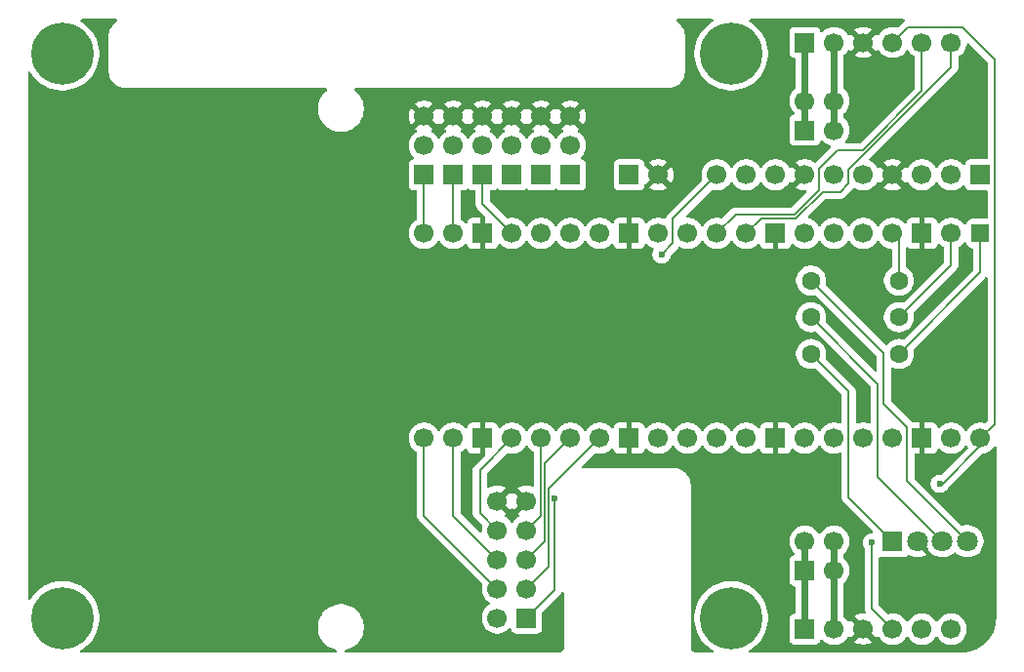
<source format=gbl>
%TF.GenerationSoftware,KiCad,Pcbnew,9.0.7-9.0.7~ubuntu24.04.1*%
%TF.CreationDate,2026-01-31T19:08:08-06:00*%
%TF.ProjectId,PCB,5043422e-6b69-4636-9164-5f7063625858,rev?*%
%TF.SameCoordinates,Original*%
%TF.FileFunction,Copper,L4,Bot*%
%TF.FilePolarity,Positive*%
%FSLAX46Y46*%
G04 Gerber Fmt 4.6, Leading zero omitted, Abs format (unit mm)*
G04 Created by KiCad (PCBNEW 9.0.7-9.0.7~ubuntu24.04.1) date 2026-01-31 19:08:08*
%MOMM*%
%LPD*%
G01*
G04 APERTURE LIST*
G04 Aperture macros list*
%AMRoundRect*
0 Rectangle with rounded corners*
0 $1 Rounding radius*
0 $2 $3 $4 $5 $6 $7 $8 $9 X,Y pos of 4 corners*
0 Add a 4 corners polygon primitive as box body*
4,1,4,$2,$3,$4,$5,$6,$7,$8,$9,$2,$3,0*
0 Add four circle primitives for the rounded corners*
1,1,$1+$1,$2,$3*
1,1,$1+$1,$4,$5*
1,1,$1+$1,$6,$7*
1,1,$1+$1,$8,$9*
0 Add four rect primitives between the rounded corners*
20,1,$1+$1,$2,$3,$4,$5,0*
20,1,$1+$1,$4,$5,$6,$7,0*
20,1,$1+$1,$6,$7,$8,$9,0*
20,1,$1+$1,$8,$9,$2,$3,0*%
G04 Aperture macros list end*
%TA.AperFunction,ComponentPad*%
%ADD10R,1.700000X1.700000*%
%TD*%
%TA.AperFunction,ComponentPad*%
%ADD11C,1.700000*%
%TD*%
%TA.AperFunction,ComponentPad*%
%ADD12R,1.800000X1.800000*%
%TD*%
%TA.AperFunction,ComponentPad*%
%ADD13C,1.800000*%
%TD*%
%TA.AperFunction,ComponentPad*%
%ADD14C,0.800000*%
%TD*%
%TA.AperFunction,ComponentPad*%
%ADD15C,5.400000*%
%TD*%
%TA.AperFunction,ComponentPad*%
%ADD16C,1.600000*%
%TD*%
%TA.AperFunction,ComponentPad*%
%ADD17RoundRect,0.200000X-0.600000X0.600000X-0.600000X-0.600000X0.600000X-0.600000X0.600000X0.600000X0*%
%TD*%
%TA.AperFunction,ViaPad*%
%ADD18C,0.600000*%
%TD*%
%TA.AperFunction,Conductor*%
%ADD19C,0.200000*%
%TD*%
%TA.AperFunction,Conductor*%
%ADD20C,0.600000*%
%TD*%
G04 APERTURE END LIST*
D10*
%TO.P,J9,1,Pin_1*%
%TO.N,/RED1*%
X117890000Y-98880000D03*
D11*
%TO.P,J9,2,Pin_2*%
X117890000Y-96340000D03*
%TO.P,J9,3,Pin_3*%
%TO.N,/BLK1*%
X120430000Y-98880000D03*
%TO.P,J9,4,Pin_4*%
X120430000Y-96340000D03*
%TD*%
D10*
%TO.P,J11,1,Pin_1*%
%TO.N,+6V*%
X102650000Y-64530000D03*
D11*
%TO.P,J11,2,Pin_2*%
%TO.N,GND*%
X105190000Y-64530000D03*
%TD*%
D10*
%TO.P,J4,1,Pin_1*%
%TO.N,/Srvo4_Sig*%
X97570000Y-64530000D03*
D11*
%TO.P,J4,2,Pin_2*%
%TO.N,+6V*%
X97570000Y-61990000D03*
%TO.P,J4,3,Pin_3*%
%TO.N,GND*%
X97570000Y-59450000D03*
%TD*%
D12*
%TO.P,D1,1,RA*%
%TO.N,Net-(D1-RA)*%
X125510000Y-96340000D03*
D13*
%TO.P,D1,2,K*%
%TO.N,GND*%
X127669000Y-96340000D03*
%TO.P,D1,3,GA*%
%TO.N,Net-(D1-GA)*%
X129828000Y-96340000D03*
%TO.P,D1,4,BA*%
%TO.N,Net-(D1-BA)*%
X131987000Y-96340000D03*
%TD*%
D14*
%TO.P,H1,1,1*%
%TO.N,unconnected-(H1-Pad1)_8*%
X51475000Y-54000000D03*
%TO.N,unconnected-(H1-Pad1)_3*%
X52068109Y-52568109D03*
%TO.N,unconnected-(H1-Pad1)_6*%
X52068109Y-55431891D03*
%TO.N,unconnected-(H1-Pad1)_7*%
X53500000Y-51975000D03*
D15*
%TO.N,unconnected-(H1-Pad1)_2*%
X53500000Y-54000000D03*
D14*
%TO.N,unconnected-(H1-Pad1)_4*%
X53500000Y-56025000D03*
%TO.N,unconnected-(H1-Pad1)*%
X54931891Y-52568109D03*
%TO.N,unconnected-(H1-Pad1)_1*%
X54931891Y-55431891D03*
%TO.N,unconnected-(H1-Pad1)_5*%
X55525000Y-54000000D03*
%TD*%
D16*
%TO.P,R1,1*%
%TO.N,Net-(D1-RA)*%
X118430000Y-80075000D03*
%TO.P,R1,2*%
%TO.N,/RED*%
X126050000Y-80075000D03*
%TD*%
D10*
%TO.P,S3,1,Pin_1*%
%TO.N,/Srvo3_Sig*%
X89950000Y-64530000D03*
D11*
%TO.P,S3,2,Pin_2*%
%TO.N,+6V*%
X89950000Y-61990000D03*
%TO.P,S3,3,Pin_3*%
%TO.N,GND*%
X89950000Y-59450000D03*
%TD*%
D10*
%TO.P,MOT_DRV_Conn1,1,Pin_1*%
%TO.N,+3V3*%
X93760000Y-103000000D03*
D11*
%TO.P,MOT_DRV_Conn1,2,Pin_2*%
X91220000Y-103000000D03*
%TO.P,MOT_DRV_Conn1,3,Pin_3*%
%TO.N,/PWM2*%
X93760000Y-100460000D03*
%TO.P,MOT_DRV_Conn1,4,Pin_4*%
%TO.N,/PWM1*%
X91220000Y-100460000D03*
%TO.P,MOT_DRV_Conn1,5,Pin_5*%
%TO.N,/INA2*%
X93760000Y-97920000D03*
%TO.P,MOT_DRV_Conn1,6,Pin_6*%
%TO.N,/INA1*%
X91220000Y-97920000D03*
%TO.P,MOT_DRV_Conn1,7,Pin_7*%
%TO.N,/INB2*%
X93760000Y-95380000D03*
%TO.P,MOT_DRV_Conn1,8,Pin_8*%
%TO.N,/INB1*%
X91220000Y-95380000D03*
%TO.P,MOT_DRV_Conn1,9,Pin_9*%
%TO.N,GND*%
X93760000Y-92840000D03*
%TO.P,MOT_DRV_Conn1,10,Pin_10*%
X91220000Y-92840000D03*
%TD*%
D10*
%TO.P,J8,1,Pin_1*%
%TO.N,/RED2*%
X117890000Y-53040000D03*
D11*
%TO.P,J8,2,Pin_2*%
%TO.N,/BLK2*%
X120430000Y-53040000D03*
%TO.P,J8,3,Pin_3*%
%TO.N,GND*%
X122970000Y-53040000D03*
%TO.P,J8,4,Pin_4*%
%TO.N,VBUS*%
X125510000Y-53040000D03*
%TO.P,J8,5,Pin_5*%
%TO.N,/ENCA2*%
X128050000Y-53040000D03*
%TO.P,J8,6,Pin_6*%
%TO.N,/ENCB2*%
X130590000Y-53040000D03*
%TD*%
D16*
%TO.P,R3,1*%
%TO.N,Net-(D1-BA)*%
X118430000Y-73700000D03*
%TO.P,R3,2*%
%TO.N,/BLUE*%
X126050000Y-73700000D03*
%TD*%
D14*
%TO.P,H2,1,1*%
%TO.N,unconnected-(H2-Pad1)_1*%
X51475000Y-103000000D03*
%TO.N,unconnected-(H2-Pad1)_7*%
X52068109Y-101568109D03*
%TO.N,unconnected-(H2-Pad1)_5*%
X52068109Y-104431891D03*
%TO.N,unconnected-(H2-Pad1)*%
X53500000Y-100975000D03*
D15*
%TO.N,unconnected-(H2-Pad1)_2*%
X53500000Y-103000000D03*
D14*
%TO.N,unconnected-(H2-Pad1)_4*%
X53500000Y-105025000D03*
%TO.N,unconnected-(H2-Pad1)_6*%
X54931891Y-101568109D03*
%TO.N,unconnected-(H2-Pad1)_8*%
X54931891Y-104431891D03*
%TO.N,unconnected-(H2-Pad1)_3*%
X55525000Y-103000000D03*
%TD*%
D16*
%TO.P,R2,1*%
%TO.N,Net-(D1-GA)*%
X118430000Y-76887500D03*
%TO.P,R2,2*%
%TO.N,/GREEN*%
X126050000Y-76887500D03*
%TD*%
D10*
%TO.P,S2,1,Pin_1*%
%TO.N,/Srvo2_Sig*%
X87410000Y-64530000D03*
D11*
%TO.P,S2,2,Pin_2*%
%TO.N,+6V*%
X87410000Y-61990000D03*
%TO.P,S2,3,Pin_3*%
%TO.N,GND*%
X87410000Y-59450000D03*
%TD*%
D10*
%TO.P,J7,1,Pin_1*%
%TO.N,/RED1*%
X117890000Y-103960000D03*
D11*
%TO.P,J7,2,Pin_2*%
%TO.N,/BLK1*%
X120430000Y-103960000D03*
%TO.P,J7,3,Pin_3*%
%TO.N,GND*%
X122970000Y-103960000D03*
%TO.P,J7,4,Pin_4*%
%TO.N,VBUS*%
X125510000Y-103960000D03*
%TO.P,J7,5,Pin_5*%
%TO.N,/ENCA1*%
X128050000Y-103960000D03*
%TO.P,J7,6,Pin_6*%
%TO.N,/ENCB1*%
X130590000Y-103960000D03*
%TD*%
D17*
%TO.P,A2,1,GPIO0*%
%TO.N,/RED*%
X133130000Y-69610000D03*
D11*
%TO.P,A2,2,GPIO1*%
%TO.N,/GREEN*%
X130590000Y-69610000D03*
D10*
%TO.P,A2,3,GND*%
%TO.N,GND*%
X128050000Y-69610000D03*
D11*
%TO.P,A2,4,GPIO2*%
%TO.N,/BLUE*%
X125510000Y-69610000D03*
%TO.P,A2,5,GPIO3*%
%TO.N,/GPIO3*%
X122970000Y-69610000D03*
%TO.P,A2,6,GPIO4*%
%TO.N,/GPIO4*%
X120430000Y-69610000D03*
%TO.P,A2,7,GPIO5*%
%TO.N,/GPIO5*%
X117890000Y-69610000D03*
D10*
%TO.P,A2,8,GND*%
%TO.N,GND*%
X115350000Y-69610000D03*
D11*
%TO.P,A2,9,GPIO6*%
%TO.N,/ENCB2*%
X112810000Y-69610000D03*
%TO.P,A2,10,GPIO7*%
%TO.N,/ENCA2*%
X110270000Y-69610000D03*
%TO.P,A2,11,GPIO8*%
%TO.N,/GPIO8*%
X107730000Y-69610000D03*
%TO.P,A2,12,GPIO9*%
%TO.N,/GPIO9*%
X105190000Y-69610000D03*
D10*
%TO.P,A2,13,GND*%
%TO.N,GND*%
X102650000Y-69610000D03*
D11*
%TO.P,A2,14,GPIO10*%
%TO.N,/GPIO10*%
X100110000Y-69610000D03*
%TO.P,A2,15,GPIO11*%
%TO.N,/GPIO11*%
X97570000Y-69610000D03*
%TO.P,A2,16,GPIO12*%
%TO.N,/GPIO12*%
X95030000Y-69610000D03*
%TO.P,A2,17,GPIO13*%
%TO.N,/Srvo3_Sig*%
X92490000Y-69610000D03*
D10*
%TO.P,A2,18,GND*%
%TO.N,GND*%
X89950000Y-69610000D03*
D11*
%TO.P,A2,19,GPIO14*%
%TO.N,/Srvo2_Sig*%
X87410000Y-69610000D03*
%TO.P,A2,20,GPIO15*%
%TO.N,/Srvo1_Sig*%
X84870000Y-69610000D03*
%TO.P,A2,21,GPIO16*%
%TO.N,/PWM1*%
X84870000Y-87390000D03*
%TO.P,A2,22,GPIO17*%
%TO.N,/INA1*%
X87410000Y-87390000D03*
D10*
%TO.P,A2,23,GND*%
%TO.N,GND*%
X89950000Y-87390000D03*
D11*
%TO.P,A2,24,GPIO18*%
%TO.N,/INB1*%
X92490000Y-87390000D03*
%TO.P,A2,25,GPIO19*%
%TO.N,/INB2*%
X95030000Y-87390000D03*
%TO.P,A2,26,GPIO20*%
%TO.N,/INA2*%
X97570000Y-87390000D03*
%TO.P,A2,27,GPIO21*%
%TO.N,/PWM2*%
X100110000Y-87390000D03*
D10*
%TO.P,A2,28,GND*%
%TO.N,GND*%
X102650000Y-87390000D03*
D11*
%TO.P,A2,29,GPIO22*%
%TO.N,/GPIO22*%
X105190000Y-87390000D03*
%TO.P,A2,30,RUN*%
%TO.N,unconnected-(A2-RUN-Pad30)*%
X107730000Y-87390000D03*
%TO.P,A2,31,GPIO26_ADC0*%
%TO.N,/ENCA1*%
X110270000Y-87390000D03*
%TO.P,A2,32,GPIO27_ADC1*%
%TO.N,/ENCB1*%
X112810000Y-87390000D03*
D10*
%TO.P,A2,33,AGND*%
%TO.N,GND*%
X115350000Y-87390000D03*
D11*
%TO.P,A2,34,GPIO28_ADC2*%
%TO.N,/GPIO28*%
X117890000Y-87390000D03*
%TO.P,A2,35,ADC_VREF*%
%TO.N,unconnected-(A2-ADC_VREF-Pad35)*%
X120430000Y-87390000D03*
%TO.P,A2,36,3V3*%
%TO.N,+3V3*%
X122970000Y-87390000D03*
%TO.P,A2,37,3V3_EN*%
%TO.N,unconnected-(A2-3V3_EN-Pad37)*%
X125510000Y-87390000D03*
D10*
%TO.P,A2,38,GND*%
%TO.N,GND*%
X128050000Y-87390000D03*
D11*
%TO.P,A2,39,VSYS*%
%TO.N,5VIN*%
X130590000Y-87390000D03*
%TO.P,A2,40,VBUS*%
%TO.N,VBUS*%
X133130000Y-87390000D03*
%TD*%
D10*
%TO.P,J12,1,Pin_1*%
%TO.N,/GPIO3*%
X133130000Y-64530000D03*
D11*
%TO.P,J12,2,Pin_2*%
%TO.N,/GPIO4*%
X130590000Y-64530000D03*
%TO.P,J12,3,Pin_3*%
%TO.N,/GPIO5*%
X128050000Y-64530000D03*
%TO.P,J12,4,Pin_4*%
%TO.N,GND*%
X125510000Y-64530000D03*
%TO.P,J12,5,Pin_5*%
%TO.N,/GPIO8*%
X122970000Y-64530000D03*
%TO.P,J12,6,Pin_6*%
%TO.N,/GPIO9*%
X120430000Y-64530000D03*
%TO.P,J12,7,Pin_7*%
%TO.N,GND*%
X117890000Y-64530000D03*
%TO.P,J12,8,Pin_8*%
%TO.N,/GPIO10*%
X115350000Y-64530000D03*
%TO.P,J12,9,Pin_9*%
%TO.N,/GPIO11*%
X112810000Y-64530000D03*
%TO.P,J12,10,Pin_10*%
%TO.N,/GPIO12*%
X110270000Y-64530000D03*
%TD*%
D14*
%TO.P,H4,1,1*%
%TO.N,unconnected-(H4-Pad1)_2*%
X109475000Y-54000000D03*
%TO.N,unconnected-(H4-Pad1)_3*%
X110068109Y-52568109D03*
%TO.N,unconnected-(H4-Pad1)_4*%
X110068109Y-55431891D03*
%TO.N,unconnected-(H4-Pad1)_7*%
X111500000Y-51975000D03*
D15*
%TO.N,unconnected-(H4-Pad1)_8*%
X111500000Y-54000000D03*
D14*
%TO.N,unconnected-(H4-Pad1)_5*%
X111500000Y-56025000D03*
%TO.N,unconnected-(H4-Pad1)*%
X112931891Y-52568109D03*
%TO.N,unconnected-(H4-Pad1)_1*%
X112931891Y-55431891D03*
%TO.N,unconnected-(H4-Pad1)_6*%
X113525000Y-54000000D03*
%TD*%
D10*
%TO.P,J6,1,Pin_1*%
%TO.N,/Srvo6_Sig*%
X92490000Y-64530000D03*
D11*
%TO.P,J6,2,Pin_2*%
%TO.N,+6V*%
X92490000Y-61990000D03*
%TO.P,J6,3,Pin_3*%
%TO.N,GND*%
X92490000Y-59450000D03*
%TD*%
D10*
%TO.P,J10,1,Pin_1*%
%TO.N,/RED2*%
X117890000Y-60660000D03*
D11*
%TO.P,J10,2,Pin_2*%
X117890000Y-58120000D03*
%TO.P,J10,3,Pin_3*%
%TO.N,/BLK2*%
X120430000Y-60660000D03*
%TO.P,J10,4,Pin_4*%
X120430000Y-58120000D03*
%TD*%
D10*
%TO.P,J5,1,Pin_1*%
%TO.N,/Srvo5_Sig*%
X95030000Y-64530000D03*
D11*
%TO.P,J5,2,Pin_2*%
%TO.N,+6V*%
X95030000Y-61990000D03*
%TO.P,J5,3,Pin_3*%
%TO.N,GND*%
X95030000Y-59450000D03*
%TD*%
D14*
%TO.P,H3,1,1*%
%TO.N,unconnected-(H3-Pad1)_8*%
X109475000Y-103000000D03*
%TO.N,unconnected-(H3-Pad1)_6*%
X110068109Y-101568109D03*
%TO.N,unconnected-(H3-Pad1)_5*%
X110068109Y-104431891D03*
%TO.N,unconnected-(H3-Pad1)_4*%
X111500000Y-100975000D03*
D15*
%TO.N,unconnected-(H3-Pad1)_1*%
X111500000Y-103000000D03*
D14*
%TO.N,unconnected-(H3-Pad1)*%
X111500000Y-105025000D03*
%TO.N,unconnected-(H3-Pad1)_3*%
X112931891Y-101568109D03*
%TO.N,unconnected-(H3-Pad1)_7*%
X112931891Y-104431891D03*
%TO.N,unconnected-(H3-Pad1)_2*%
X113525000Y-103000000D03*
%TD*%
D10*
%TO.P,S1,1,Pin_1*%
%TO.N,/Srvo1_Sig*%
X84870000Y-64530000D03*
D11*
%TO.P,S1,2,Pin_2*%
%TO.N,+6V*%
X84870000Y-61990000D03*
%TO.P,S1,3,Pin_3*%
%TO.N,GND*%
X84870000Y-59450000D03*
%TD*%
D18*
%TO.N,+3V3*%
X96213000Y-92600000D03*
%TO.N,VBUS*%
X129600000Y-91350000D03*
X123700000Y-96450000D03*
%TO.N,/GPIO12*%
X105475000Y-71450000D03*
%TD*%
D19*
%TO.N,+3V3*%
X96213000Y-100547000D02*
X96213000Y-92600000D01*
X93760000Y-103000000D02*
X96213000Y-100547000D01*
%TO.N,/RED*%
X133130000Y-72995000D02*
X133130000Y-69610000D01*
X126050000Y-80075000D02*
X133130000Y-72995000D01*
%TO.N,/BLUE*%
X126050000Y-70150000D02*
X125510000Y-69610000D01*
X126050000Y-73700000D02*
X126050000Y-70150000D01*
%TO.N,/INA2*%
X95358000Y-89602000D02*
X95358000Y-96322000D01*
X95358000Y-96322000D02*
X93760000Y-97920000D01*
X97570000Y-87390000D02*
X95358000Y-89602000D01*
%TO.N,/Srvo1_Sig*%
X84870000Y-64530000D02*
X84870000Y-69610000D01*
%TO.N,/INB2*%
X95030000Y-87390000D02*
X95030000Y-94110000D01*
X95030000Y-94110000D02*
X93760000Y-95380000D01*
%TO.N,VBUS*%
X126800000Y-51750000D02*
X125510000Y-53040000D01*
X131600000Y-51750000D02*
X126800000Y-51750000D01*
X133130000Y-88070000D02*
X129850000Y-91350000D01*
X123700000Y-102150000D02*
X125510000Y-103960000D01*
X129850000Y-91350000D02*
X129600000Y-91350000D01*
X134350000Y-54500000D02*
X131600000Y-51750000D01*
X123700000Y-96450000D02*
X123700000Y-102150000D01*
X134350000Y-86170000D02*
X134350000Y-54500000D01*
X133130000Y-87390000D02*
X133130000Y-88070000D01*
X133130000Y-87390000D02*
X134350000Y-86170000D01*
%TO.N,/Srvo2_Sig*%
X87410000Y-64530000D02*
X87410000Y-69610000D01*
%TO.N,/INB1*%
X89700000Y-93860000D02*
X91220000Y-95380000D01*
X89700000Y-90180000D02*
X89700000Y-93860000D01*
X92490000Y-87390000D02*
X89700000Y-90180000D01*
%TO.N,/PWM1*%
X84870000Y-94110000D02*
X91220000Y-100460000D01*
X84870000Y-87390000D02*
X84870000Y-94110000D01*
%TO.N,/ENCB2*%
X121700000Y-65250000D02*
X120950000Y-66000000D01*
X130590000Y-53040000D02*
X130590000Y-55185000D01*
X121700000Y-64075000D02*
X121700000Y-65250000D01*
X130590000Y-55185000D02*
X121700000Y-64075000D01*
X114120000Y-68300000D02*
X112810000Y-69610000D01*
X119424999Y-66000000D02*
X117124999Y-68300000D01*
X117124999Y-68300000D02*
X114120000Y-68300000D01*
X120950000Y-66000000D02*
X119424999Y-66000000D01*
%TO.N,/Srvo3_Sig*%
X89950000Y-64530000D02*
X89950000Y-67070000D01*
X89950000Y-67070000D02*
X92490000Y-69610000D01*
%TO.N,/PWM2*%
X100110000Y-87390000D02*
X95686000Y-91814000D01*
X95686000Y-98534000D02*
X93760000Y-100460000D01*
X95686000Y-91814000D02*
X95686000Y-98534000D01*
%TO.N,/GREEN*%
X130590000Y-72347500D02*
X130590000Y-69610000D01*
X126050000Y-76887500D02*
X130590000Y-72347500D01*
%TO.N,/ENCA2*%
X122911138Y-62400000D02*
X120725000Y-62400000D01*
X119125000Y-65836137D02*
X116989137Y-67972000D01*
X116989137Y-67972000D02*
X111908000Y-67972000D01*
X120725000Y-62400000D02*
X119125000Y-64000000D01*
X111908000Y-67972000D02*
X110270000Y-69610000D01*
X128050000Y-57261138D02*
X122911138Y-62400000D01*
X128050000Y-53040000D02*
X128050000Y-57261138D01*
X119125000Y-64000000D02*
X119125000Y-65836137D01*
%TO.N,/INA1*%
X87410000Y-87390000D02*
X87410000Y-94110000D01*
X87410000Y-94110000D02*
X91220000Y-97920000D01*
%TO.N,/GPIO12*%
X110270000Y-64530000D02*
X106450000Y-68350000D01*
X106450000Y-68350000D02*
X106450000Y-70475000D01*
X106450000Y-70475000D02*
X105475000Y-71450000D01*
%TO.N,Net-(D1-RA)*%
X118430000Y-80075000D02*
X121700000Y-83345000D01*
X121700000Y-92530000D02*
X125510000Y-96340000D01*
X121700000Y-83345000D02*
X121700000Y-92530000D01*
%TO.N,Net-(D1-BA)*%
X126775000Y-91128000D02*
X131987000Y-96340000D01*
X126775000Y-86400000D02*
X126775000Y-91128000D01*
X124750000Y-80020000D02*
X124750000Y-84375000D01*
X118430000Y-73700000D02*
X124750000Y-80020000D01*
X124750000Y-84375000D02*
X126775000Y-86400000D01*
%TO.N,Net-(D1-GA)*%
X124225000Y-82682500D02*
X124225000Y-90737000D01*
X124225000Y-90737000D02*
X129828000Y-96340000D01*
X118430000Y-76887500D02*
X124225000Y-82682500D01*
D20*
%TO.N,/BLK1*%
X120430000Y-96340000D02*
X120430000Y-103960000D01*
%TO.N,/RED1*%
X117890000Y-96340000D02*
X117890000Y-103960000D01*
%TO.N,/RED2*%
X117890000Y-60660000D02*
X117890000Y-53040000D01*
%TO.N,/BLK2*%
X120430000Y-60660000D02*
X120430000Y-53040000D01*
%TD*%
%TA.AperFunction,Conductor*%
%TO.N,GND*%
G36*
X58202591Y-51020185D02*
G01*
X58248346Y-51072989D01*
X58258290Y-51142147D01*
X58229265Y-51205703D01*
X58202591Y-51228815D01*
X58098493Y-51295714D01*
X58098487Y-51295718D01*
X57936275Y-51436275D01*
X57795720Y-51598485D01*
X57679679Y-51779048D01*
X57679672Y-51779061D01*
X57590517Y-51974284D01*
X57530047Y-52180225D01*
X57530044Y-52180235D01*
X57499500Y-52392682D01*
X57499500Y-55607317D01*
X57530044Y-55819764D01*
X57530047Y-55819774D01*
X57590517Y-56025715D01*
X57679672Y-56220938D01*
X57679679Y-56220951D01*
X57795720Y-56401514D01*
X57936275Y-56563724D01*
X58060277Y-56671172D01*
X58098487Y-56704281D01*
X58227531Y-56787211D01*
X58279048Y-56820320D01*
X58279061Y-56820327D01*
X58474284Y-56909482D01*
X58474288Y-56909483D01*
X58474290Y-56909484D01*
X58680231Y-56969954D01*
X58680232Y-56969954D01*
X58680235Y-56969955D01*
X58743584Y-56979062D01*
X58892682Y-57000500D01*
X58934108Y-57000500D01*
X76343682Y-57000500D01*
X76410721Y-57020185D01*
X76456476Y-57072989D01*
X76466420Y-57142147D01*
X76437395Y-57205703D01*
X76419169Y-57222875D01*
X76328148Y-57292718D01*
X76142718Y-57478148D01*
X75983075Y-57686196D01*
X75851958Y-57913299D01*
X75851953Y-57913309D01*
X75751605Y-58155571D01*
X75751602Y-58155581D01*
X75683731Y-58408883D01*
X75683730Y-58408885D01*
X75649500Y-58668872D01*
X75649500Y-58931127D01*
X75665138Y-59049901D01*
X75683730Y-59191116D01*
X75748831Y-59434076D01*
X75751602Y-59444418D01*
X75751605Y-59444428D01*
X75851953Y-59686690D01*
X75851958Y-59686700D01*
X75983075Y-59913803D01*
X76142718Y-60121851D01*
X76142726Y-60121860D01*
X76328140Y-60307274D01*
X76328148Y-60307281D01*
X76536196Y-60466924D01*
X76763299Y-60598041D01*
X76763309Y-60598046D01*
X77005571Y-60698394D01*
X77005581Y-60698398D01*
X77258884Y-60766270D01*
X77518880Y-60800500D01*
X77518887Y-60800500D01*
X77781113Y-60800500D01*
X77781120Y-60800500D01*
X78041116Y-60766270D01*
X78294419Y-60698398D01*
X78509680Y-60609234D01*
X78536690Y-60598046D01*
X78536691Y-60598045D01*
X78536697Y-60598043D01*
X78763803Y-60466924D01*
X78971851Y-60307282D01*
X78971855Y-60307277D01*
X78971860Y-60307274D01*
X79157274Y-60121860D01*
X79157277Y-60121855D01*
X79157282Y-60121851D01*
X79316924Y-59913803D01*
X79448043Y-59686697D01*
X79548398Y-59444419D01*
X79616270Y-59191116D01*
X79650500Y-58931120D01*
X79650500Y-58668880D01*
X79616270Y-58408884D01*
X79548398Y-58155581D01*
X79495294Y-58027376D01*
X79448046Y-57913309D01*
X79448041Y-57913299D01*
X79316924Y-57686196D01*
X79157281Y-57478148D01*
X79157274Y-57478140D01*
X78971860Y-57292726D01*
X78971851Y-57292718D01*
X78880831Y-57222875D01*
X78839628Y-57166447D01*
X78835474Y-57096701D01*
X78869687Y-57035781D01*
X78931405Y-57003029D01*
X78956318Y-57000500D01*
X106107317Y-57000500D01*
X106107318Y-57000500D01*
X106277851Y-56975980D01*
X106319764Y-56969955D01*
X106319765Y-56969954D01*
X106319769Y-56969954D01*
X106525710Y-56909484D01*
X106525713Y-56909482D01*
X106525715Y-56909482D01*
X106720938Y-56820327D01*
X106720944Y-56820323D01*
X106720950Y-56820321D01*
X106901513Y-56704281D01*
X107063724Y-56563724D01*
X107204281Y-56401513D01*
X107320321Y-56220950D01*
X107320323Y-56220944D01*
X107320327Y-56220938D01*
X107409482Y-56025715D01*
X107409482Y-56025713D01*
X107409484Y-56025710D01*
X107469954Y-55819769D01*
X107500500Y-55607318D01*
X107500500Y-55500000D01*
X107500500Y-55434108D01*
X107500500Y-52434108D01*
X107500500Y-52392682D01*
X107478107Y-52236938D01*
X107469955Y-52180235D01*
X107469952Y-52180225D01*
X107464075Y-52160208D01*
X107409484Y-51974290D01*
X107409483Y-51974288D01*
X107409482Y-51974284D01*
X107320327Y-51779061D01*
X107320320Y-51779048D01*
X107262771Y-51689500D01*
X107204281Y-51598487D01*
X107171172Y-51560277D01*
X107063724Y-51436275D01*
X106901512Y-51295718D01*
X106901506Y-51295714D01*
X106797409Y-51228815D01*
X106751654Y-51176012D01*
X106741710Y-51106853D01*
X106770735Y-51043297D01*
X106829513Y-51005523D01*
X106864448Y-51000500D01*
X109827648Y-51000500D01*
X109894687Y-51020185D01*
X109940442Y-51072989D01*
X109950386Y-51142147D01*
X109921361Y-51205703D01*
X109893620Y-51229494D01*
X109645045Y-51385684D01*
X109363997Y-51609811D01*
X109109811Y-51863997D01*
X108885684Y-52145045D01*
X108694432Y-52449420D01*
X108538465Y-52773288D01*
X108419741Y-53112580D01*
X108419737Y-53112592D01*
X108339748Y-53463048D01*
X108339746Y-53463064D01*
X108299500Y-53820259D01*
X108299500Y-54179740D01*
X108339746Y-54536935D01*
X108339748Y-54536951D01*
X108419737Y-54887407D01*
X108419741Y-54887419D01*
X108538465Y-55226711D01*
X108694432Y-55550579D01*
X108694434Y-55550582D01*
X108885685Y-55854956D01*
X109109812Y-56136003D01*
X109363997Y-56390188D01*
X109645044Y-56614315D01*
X109949418Y-56805566D01*
X110273292Y-56961536D01*
X110486513Y-57036145D01*
X110612580Y-57080258D01*
X110612592Y-57080262D01*
X110963052Y-57160252D01*
X111320260Y-57200499D01*
X111320261Y-57200500D01*
X111320264Y-57200500D01*
X111679739Y-57200500D01*
X111679739Y-57200499D01*
X112036948Y-57160252D01*
X112387408Y-57080262D01*
X112726708Y-56961536D01*
X113050582Y-56805566D01*
X113354956Y-56614315D01*
X113636003Y-56390188D01*
X113890188Y-56136003D01*
X114114315Y-55854956D01*
X114305566Y-55550582D01*
X114461536Y-55226708D01*
X114580262Y-54887408D01*
X114660252Y-54536948D01*
X114700500Y-54179736D01*
X114700500Y-53820264D01*
X114660252Y-53463052D01*
X114580262Y-53112592D01*
X114579101Y-53109275D01*
X114550703Y-53028119D01*
X114461536Y-52773292D01*
X114305566Y-52449418D01*
X114114315Y-52145044D01*
X113890188Y-51863997D01*
X113636003Y-51609812D01*
X113621799Y-51598485D01*
X113418395Y-51436276D01*
X113354956Y-51385685D01*
X113154643Y-51259820D01*
X113106380Y-51229494D01*
X113060089Y-51177159D01*
X113049441Y-51108106D01*
X113077816Y-51044257D01*
X113136206Y-51005885D01*
X113172352Y-51000500D01*
X126434397Y-51000500D01*
X126501436Y-51020185D01*
X126547191Y-51072989D01*
X126557135Y-51142147D01*
X126528110Y-51205703D01*
X126496397Y-51231887D01*
X126431287Y-51269477D01*
X126431282Y-51269481D01*
X126319478Y-51381286D01*
X125994522Y-51706241D01*
X125933199Y-51739726D01*
X125868523Y-51736491D01*
X125826245Y-51722754D01*
X125686272Y-51700584D01*
X125616287Y-51689500D01*
X125403713Y-51689500D01*
X125355042Y-51697208D01*
X125193760Y-51722753D01*
X124991585Y-51788444D01*
X124802179Y-51884951D01*
X124630213Y-52009890D01*
X124479890Y-52160213D01*
X124354949Y-52332182D01*
X124350202Y-52341499D01*
X124302227Y-52392293D01*
X124234405Y-52409087D01*
X124168271Y-52386548D01*
X124129234Y-52341495D01*
X124124626Y-52332452D01*
X124085270Y-52278282D01*
X124085269Y-52278282D01*
X123452962Y-52910590D01*
X123435925Y-52847007D01*
X123370099Y-52732993D01*
X123277007Y-52639901D01*
X123162993Y-52574075D01*
X123099409Y-52557037D01*
X123731716Y-51924728D01*
X123677550Y-51885375D01*
X123488217Y-51788904D01*
X123286129Y-51723242D01*
X123076246Y-51690000D01*
X122863754Y-51690000D01*
X122653872Y-51723242D01*
X122653869Y-51723242D01*
X122451782Y-51788904D01*
X122262439Y-51885380D01*
X122208282Y-51924727D01*
X122208282Y-51924728D01*
X122840591Y-52557037D01*
X122777007Y-52574075D01*
X122662993Y-52639901D01*
X122569901Y-52732993D01*
X122504075Y-52847007D01*
X122487037Y-52910591D01*
X121854728Y-52278282D01*
X121854727Y-52278282D01*
X121815380Y-52332440D01*
X121815376Y-52332446D01*
X121810760Y-52341505D01*
X121762781Y-52392297D01*
X121694959Y-52409087D01*
X121628826Y-52386543D01*
X121589794Y-52341493D01*
X121585051Y-52332184D01*
X121585049Y-52332181D01*
X121585048Y-52332179D01*
X121460109Y-52160213D01*
X121309786Y-52009890D01*
X121137820Y-51884951D01*
X120948414Y-51788444D01*
X120948413Y-51788443D01*
X120948412Y-51788443D01*
X120746243Y-51722754D01*
X120746241Y-51722753D01*
X120746240Y-51722753D01*
X120584957Y-51697208D01*
X120536287Y-51689500D01*
X120323713Y-51689500D01*
X120275042Y-51697208D01*
X120113760Y-51722753D01*
X119911585Y-51788444D01*
X119722179Y-51884951D01*
X119550215Y-52009889D01*
X119436673Y-52123431D01*
X119375350Y-52156915D01*
X119305658Y-52151931D01*
X119249725Y-52110059D01*
X119232810Y-52079082D01*
X119183797Y-51947671D01*
X119183793Y-51947664D01*
X119097547Y-51832455D01*
X119097544Y-51832452D01*
X118982335Y-51746206D01*
X118982328Y-51746202D01*
X118847482Y-51695908D01*
X118847483Y-51695908D01*
X118787883Y-51689501D01*
X118787881Y-51689500D01*
X118787873Y-51689500D01*
X118787864Y-51689500D01*
X116992129Y-51689500D01*
X116992123Y-51689501D01*
X116932516Y-51695908D01*
X116797671Y-51746202D01*
X116797664Y-51746206D01*
X116682455Y-51832452D01*
X116682452Y-51832455D01*
X116596206Y-51947664D01*
X116596202Y-51947671D01*
X116545908Y-52082517D01*
X116539501Y-52142116D01*
X116539500Y-52142135D01*
X116539500Y-53937870D01*
X116539501Y-53937876D01*
X116545908Y-53997483D01*
X116596202Y-54132328D01*
X116596206Y-54132335D01*
X116682452Y-54247544D01*
X116682455Y-54247547D01*
X116797664Y-54333793D01*
X116797671Y-54333797D01*
X116932516Y-54384091D01*
X116978757Y-54389063D01*
X117043307Y-54415801D01*
X117083155Y-54473194D01*
X117089500Y-54512352D01*
X117089500Y-56969106D01*
X117069815Y-57036145D01*
X117038387Y-57069422D01*
X117010208Y-57089896D01*
X117010206Y-57089898D01*
X117010205Y-57089898D01*
X116859890Y-57240213D01*
X116734951Y-57412179D01*
X116638444Y-57601585D01*
X116572753Y-57803760D01*
X116539500Y-58013713D01*
X116539500Y-58226286D01*
X116572753Y-58436239D01*
X116638444Y-58638414D01*
X116734951Y-58827820D01*
X116859890Y-58999786D01*
X116973430Y-59113326D01*
X117006915Y-59174649D01*
X117001931Y-59244341D01*
X116960059Y-59300274D01*
X116929083Y-59317189D01*
X116797669Y-59366203D01*
X116797664Y-59366206D01*
X116682455Y-59452452D01*
X116682452Y-59452455D01*
X116596206Y-59567664D01*
X116596202Y-59567671D01*
X116545908Y-59702517D01*
X116539501Y-59762116D01*
X116539500Y-59762135D01*
X116539500Y-61557870D01*
X116539501Y-61557876D01*
X116545908Y-61617483D01*
X116596202Y-61752328D01*
X116596206Y-61752335D01*
X116682452Y-61867544D01*
X116682455Y-61867547D01*
X116797664Y-61953793D01*
X116797671Y-61953797D01*
X116932517Y-62004091D01*
X116932516Y-62004091D01*
X116939444Y-62004835D01*
X116992127Y-62010500D01*
X118787872Y-62010499D01*
X118847483Y-62004091D01*
X118982331Y-61953796D01*
X119097546Y-61867546D01*
X119183796Y-61752331D01*
X119232810Y-61620916D01*
X119274681Y-61564984D01*
X119340145Y-61540566D01*
X119408418Y-61555417D01*
X119436673Y-61576569D01*
X119550213Y-61690109D01*
X119722179Y-61815048D01*
X119722181Y-61815049D01*
X119722184Y-61815051D01*
X119911588Y-61911557D01*
X120060762Y-61960026D01*
X120118437Y-61999463D01*
X120145635Y-62063822D01*
X120133720Y-62132668D01*
X120110124Y-62165638D01*
X118847838Y-63427923D01*
X118786515Y-63461408D01*
X118716823Y-63456424D01*
X118687272Y-63440560D01*
X118597557Y-63375379D01*
X118408217Y-63278904D01*
X118206129Y-63213242D01*
X117996246Y-63180000D01*
X117783754Y-63180000D01*
X117573872Y-63213242D01*
X117573869Y-63213242D01*
X117371782Y-63278904D01*
X117182439Y-63375380D01*
X117128282Y-63414727D01*
X117128282Y-63414728D01*
X117760591Y-64047037D01*
X117697007Y-64064075D01*
X117582993Y-64129901D01*
X117489901Y-64222993D01*
X117424075Y-64337007D01*
X117407037Y-64400591D01*
X116774728Y-63768282D01*
X116774727Y-63768282D01*
X116735380Y-63822440D01*
X116735376Y-63822446D01*
X116730760Y-63831505D01*
X116682781Y-63882297D01*
X116614959Y-63899087D01*
X116548826Y-63876543D01*
X116509794Y-63831493D01*
X116505051Y-63822184D01*
X116505049Y-63822181D01*
X116505048Y-63822179D01*
X116380109Y-63650213D01*
X116229786Y-63499890D01*
X116057820Y-63374951D01*
X115868414Y-63278444D01*
X115868413Y-63278443D01*
X115868412Y-63278443D01*
X115666243Y-63212754D01*
X115666241Y-63212753D01*
X115666240Y-63212753D01*
X115504833Y-63187189D01*
X115456287Y-63179500D01*
X115243713Y-63179500D01*
X115195167Y-63187189D01*
X115033760Y-63212753D01*
X114831585Y-63278444D01*
X114642179Y-63374951D01*
X114470213Y-63499890D01*
X114319890Y-63650213D01*
X114194949Y-63822182D01*
X114190484Y-63830946D01*
X114142509Y-63881742D01*
X114074688Y-63898536D01*
X114008553Y-63875998D01*
X113969516Y-63830946D01*
X113965050Y-63822182D01*
X113840109Y-63650213D01*
X113689786Y-63499890D01*
X113517820Y-63374951D01*
X113328414Y-63278444D01*
X113328413Y-63278443D01*
X113328412Y-63278443D01*
X113126243Y-63212754D01*
X113126241Y-63212753D01*
X113126240Y-63212753D01*
X112964833Y-63187189D01*
X112916287Y-63179500D01*
X112703713Y-63179500D01*
X112655167Y-63187189D01*
X112493760Y-63212753D01*
X112291585Y-63278444D01*
X112102179Y-63374951D01*
X111930213Y-63499890D01*
X111779890Y-63650213D01*
X111654949Y-63822182D01*
X111650484Y-63830946D01*
X111602509Y-63881742D01*
X111534688Y-63898536D01*
X111468553Y-63875998D01*
X111429516Y-63830946D01*
X111425050Y-63822182D01*
X111300109Y-63650213D01*
X111149786Y-63499890D01*
X110977820Y-63374951D01*
X110788414Y-63278444D01*
X110788413Y-63278443D01*
X110788412Y-63278443D01*
X110586243Y-63212754D01*
X110586241Y-63212753D01*
X110586240Y-63212753D01*
X110424833Y-63187189D01*
X110376287Y-63179500D01*
X110163713Y-63179500D01*
X110115167Y-63187189D01*
X109953760Y-63212753D01*
X109751585Y-63278444D01*
X109562179Y-63374951D01*
X109390213Y-63499890D01*
X109239890Y-63650213D01*
X109114951Y-63822179D01*
X109018444Y-64011585D01*
X108952753Y-64213760D01*
X108919500Y-64423713D01*
X108919500Y-64636286D01*
X108952754Y-64846244D01*
X108952754Y-64846247D01*
X108966491Y-64888523D01*
X108968486Y-64958364D01*
X108936241Y-65014522D01*
X106081286Y-67869478D01*
X105969481Y-67981282D01*
X105969480Y-67981284D01*
X105929197Y-68051057D01*
X105916272Y-68073443D01*
X105890423Y-68118213D01*
X105850451Y-68267390D01*
X105814085Y-68327051D01*
X105751238Y-68357579D01*
X105692359Y-68353227D01*
X105506243Y-68292754D01*
X105506241Y-68292753D01*
X105506240Y-68292753D01*
X105344957Y-68267208D01*
X105296287Y-68259500D01*
X105083713Y-68259500D01*
X105035042Y-68267208D01*
X104873760Y-68292753D01*
X104671585Y-68358444D01*
X104482179Y-68454951D01*
X104310215Y-68579889D01*
X104196285Y-68693819D01*
X104134962Y-68727303D01*
X104065270Y-68722319D01*
X104009337Y-68680447D01*
X103992422Y-68649470D01*
X103943354Y-68517913D01*
X103943350Y-68517906D01*
X103857190Y-68402812D01*
X103857187Y-68402809D01*
X103742093Y-68316649D01*
X103742086Y-68316645D01*
X103607379Y-68266403D01*
X103607372Y-68266401D01*
X103547844Y-68260000D01*
X102900000Y-68260000D01*
X102900000Y-69176988D01*
X102842993Y-69144075D01*
X102715826Y-69110000D01*
X102584174Y-69110000D01*
X102457007Y-69144075D01*
X102400000Y-69176988D01*
X102400000Y-68260000D01*
X101752155Y-68260000D01*
X101692627Y-68266401D01*
X101692620Y-68266403D01*
X101557913Y-68316645D01*
X101557906Y-68316649D01*
X101442812Y-68402809D01*
X101442809Y-68402812D01*
X101356649Y-68517906D01*
X101356646Y-68517912D01*
X101307577Y-68649471D01*
X101265705Y-68705404D01*
X101200241Y-68729821D01*
X101131968Y-68714969D01*
X101103714Y-68693818D01*
X100989786Y-68579890D01*
X100817820Y-68454951D01*
X100628414Y-68358444D01*
X100628413Y-68358443D01*
X100628412Y-68358443D01*
X100426243Y-68292754D01*
X100426241Y-68292753D01*
X100426240Y-68292753D01*
X100264957Y-68267208D01*
X100216287Y-68259500D01*
X100003713Y-68259500D01*
X99955042Y-68267208D01*
X99793760Y-68292753D01*
X99591585Y-68358444D01*
X99402179Y-68454951D01*
X99230213Y-68579890D01*
X99079890Y-68730213D01*
X98954949Y-68902182D01*
X98950484Y-68910946D01*
X98902509Y-68961742D01*
X98834688Y-68978536D01*
X98768553Y-68955998D01*
X98729516Y-68910946D01*
X98725050Y-68902182D01*
X98600109Y-68730213D01*
X98449786Y-68579890D01*
X98277820Y-68454951D01*
X98088414Y-68358444D01*
X98088413Y-68358443D01*
X98088412Y-68358443D01*
X97886243Y-68292754D01*
X97886241Y-68292753D01*
X97886240Y-68292753D01*
X97724957Y-68267208D01*
X97676287Y-68259500D01*
X97463713Y-68259500D01*
X97415042Y-68267208D01*
X97253760Y-68292753D01*
X97051585Y-68358444D01*
X96862179Y-68454951D01*
X96690213Y-68579890D01*
X96539890Y-68730213D01*
X96414949Y-68902182D01*
X96410484Y-68910946D01*
X96362509Y-68961742D01*
X96294688Y-68978536D01*
X96228553Y-68955998D01*
X96189516Y-68910946D01*
X96185050Y-68902182D01*
X96060109Y-68730213D01*
X95909786Y-68579890D01*
X95737820Y-68454951D01*
X95548414Y-68358444D01*
X95548413Y-68358443D01*
X95548412Y-68358443D01*
X95346243Y-68292754D01*
X95346241Y-68292753D01*
X95346240Y-68292753D01*
X95184957Y-68267208D01*
X95136287Y-68259500D01*
X94923713Y-68259500D01*
X94875042Y-68267208D01*
X94713760Y-68292753D01*
X94511585Y-68358444D01*
X94322179Y-68454951D01*
X94150213Y-68579890D01*
X93999890Y-68730213D01*
X93874949Y-68902182D01*
X93870484Y-68910946D01*
X93822509Y-68961742D01*
X93754688Y-68978536D01*
X93688553Y-68955998D01*
X93649516Y-68910946D01*
X93645050Y-68902182D01*
X93520109Y-68730213D01*
X93369786Y-68579890D01*
X93197820Y-68454951D01*
X93008414Y-68358444D01*
X93008413Y-68358443D01*
X93008412Y-68358443D01*
X92806243Y-68292754D01*
X92806241Y-68292753D01*
X92806240Y-68292753D01*
X92644957Y-68267208D01*
X92596287Y-68259500D01*
X92383713Y-68259500D01*
X92375979Y-68260725D01*
X92173757Y-68292753D01*
X92131473Y-68306492D01*
X92061632Y-68308486D01*
X92005476Y-68276241D01*
X90586819Y-66857584D01*
X90553334Y-66796261D01*
X90550500Y-66769903D01*
X90550500Y-66004499D01*
X90570185Y-65937460D01*
X90622989Y-65891705D01*
X90674500Y-65880499D01*
X90847871Y-65880499D01*
X90847872Y-65880499D01*
X90907483Y-65874091D01*
X91042331Y-65823796D01*
X91145690Y-65746421D01*
X91211152Y-65722004D01*
X91279425Y-65736855D01*
X91294303Y-65746416D01*
X91379275Y-65810026D01*
X91397668Y-65823795D01*
X91397671Y-65823797D01*
X91532517Y-65874091D01*
X91532516Y-65874091D01*
X91539444Y-65874835D01*
X91592127Y-65880500D01*
X93387872Y-65880499D01*
X93447483Y-65874091D01*
X93582331Y-65823796D01*
X93685690Y-65746421D01*
X93751152Y-65722004D01*
X93819425Y-65736855D01*
X93834303Y-65746416D01*
X93919275Y-65810026D01*
X93937668Y-65823795D01*
X93937671Y-65823797D01*
X94072517Y-65874091D01*
X94072516Y-65874091D01*
X94079444Y-65874835D01*
X94132127Y-65880500D01*
X95927872Y-65880499D01*
X95987483Y-65874091D01*
X96122331Y-65823796D01*
X96225690Y-65746421D01*
X96291152Y-65722004D01*
X96359425Y-65736855D01*
X96374303Y-65746416D01*
X96459275Y-65810026D01*
X96477668Y-65823795D01*
X96477671Y-65823797D01*
X96612517Y-65874091D01*
X96612516Y-65874091D01*
X96619444Y-65874835D01*
X96672127Y-65880500D01*
X98467872Y-65880499D01*
X98527483Y-65874091D01*
X98662331Y-65823796D01*
X98777546Y-65737546D01*
X98863796Y-65622331D01*
X98914091Y-65487483D01*
X98920500Y-65427873D01*
X98920499Y-63632135D01*
X101299500Y-63632135D01*
X101299500Y-65427870D01*
X101299501Y-65427876D01*
X101305908Y-65487483D01*
X101356202Y-65622328D01*
X101356206Y-65622335D01*
X101442452Y-65737544D01*
X101442455Y-65737547D01*
X101557664Y-65823793D01*
X101557671Y-65823797D01*
X101692517Y-65874091D01*
X101692516Y-65874091D01*
X101699444Y-65874835D01*
X101752127Y-65880500D01*
X103547872Y-65880499D01*
X103607483Y-65874091D01*
X103742331Y-65823796D01*
X103857546Y-65737546D01*
X103943796Y-65622331D01*
X103994091Y-65487483D01*
X104000500Y-65427873D01*
X104000499Y-65403979D01*
X104003330Y-65390963D01*
X104013940Y-65371525D01*
X104020179Y-65350275D01*
X104036803Y-65329643D01*
X104036808Y-65329636D01*
X104036811Y-65329634D01*
X104036818Y-65329626D01*
X104707037Y-64659408D01*
X104724075Y-64722993D01*
X104789901Y-64837007D01*
X104882993Y-64930099D01*
X104997007Y-64995925D01*
X105060590Y-65012962D01*
X104428282Y-65645269D01*
X104428282Y-65645270D01*
X104482449Y-65684624D01*
X104671782Y-65781095D01*
X104873870Y-65846757D01*
X105083754Y-65880000D01*
X105296246Y-65880000D01*
X105506127Y-65846757D01*
X105506130Y-65846757D01*
X105708217Y-65781095D01*
X105897554Y-65684622D01*
X105951716Y-65645270D01*
X105951717Y-65645270D01*
X105319408Y-65012962D01*
X105382993Y-64995925D01*
X105497007Y-64930099D01*
X105590099Y-64837007D01*
X105655925Y-64722993D01*
X105672962Y-64659409D01*
X106305270Y-65291717D01*
X106305270Y-65291716D01*
X106344622Y-65237554D01*
X106441095Y-65048217D01*
X106506757Y-64846130D01*
X106506757Y-64846127D01*
X106540000Y-64636246D01*
X106540000Y-64423753D01*
X106506757Y-64213872D01*
X106506757Y-64213869D01*
X106441095Y-64011782D01*
X106344624Y-63822449D01*
X106305270Y-63768282D01*
X106305269Y-63768282D01*
X105672962Y-64400590D01*
X105655925Y-64337007D01*
X105590099Y-64222993D01*
X105497007Y-64129901D01*
X105382993Y-64064075D01*
X105319409Y-64047037D01*
X105951716Y-63414728D01*
X105897550Y-63375375D01*
X105708217Y-63278904D01*
X105506129Y-63213242D01*
X105296246Y-63180000D01*
X105083754Y-63180000D01*
X104873872Y-63213242D01*
X104873869Y-63213242D01*
X104671782Y-63278904D01*
X104482439Y-63375380D01*
X104428282Y-63414727D01*
X104428282Y-63414728D01*
X105060591Y-64047037D01*
X104997007Y-64064075D01*
X104882993Y-64129901D01*
X104789901Y-64222993D01*
X104724075Y-64337007D01*
X104707037Y-64400591D01*
X104036818Y-63730372D01*
X104003333Y-63669049D01*
X104003330Y-63669036D01*
X104000499Y-63656015D01*
X104000499Y-63632128D01*
X103994091Y-63572517D01*
X103965926Y-63497002D01*
X103943798Y-63437673D01*
X103943793Y-63437664D01*
X103857547Y-63322455D01*
X103857544Y-63322452D01*
X103742335Y-63236206D01*
X103742328Y-63236202D01*
X103607482Y-63185908D01*
X103607483Y-63185908D01*
X103547883Y-63179501D01*
X103547881Y-63179500D01*
X103547873Y-63179500D01*
X103547864Y-63179500D01*
X101752129Y-63179500D01*
X101752123Y-63179501D01*
X101692516Y-63185908D01*
X101557671Y-63236202D01*
X101557664Y-63236206D01*
X101442455Y-63322452D01*
X101442452Y-63322455D01*
X101356206Y-63437664D01*
X101356202Y-63437671D01*
X101305908Y-63572517D01*
X101299501Y-63632116D01*
X101299500Y-63632135D01*
X98920499Y-63632135D01*
X98920499Y-63632128D01*
X98914091Y-63572517D01*
X98912810Y-63569083D01*
X98863797Y-63437671D01*
X98863793Y-63437664D01*
X98777547Y-63322455D01*
X98777544Y-63322452D01*
X98662335Y-63236206D01*
X98662328Y-63236202D01*
X98530917Y-63187189D01*
X98474983Y-63145318D01*
X98450566Y-63079853D01*
X98465418Y-63011580D01*
X98486563Y-62983332D01*
X98600104Y-62869792D01*
X98725051Y-62697816D01*
X98821557Y-62508412D01*
X98887246Y-62306243D01*
X98920500Y-62096287D01*
X98920500Y-61883713D01*
X98887246Y-61673757D01*
X98821557Y-61471588D01*
X98725051Y-61282184D01*
X98725049Y-61282181D01*
X98725048Y-61282179D01*
X98600109Y-61110213D01*
X98449786Y-60959890D01*
X98277817Y-60834949D01*
X98268504Y-60830204D01*
X98217707Y-60782230D01*
X98200912Y-60714409D01*
X98223449Y-60648274D01*
X98268507Y-60609232D01*
X98277555Y-60604622D01*
X98331716Y-60565270D01*
X98331717Y-60565270D01*
X97699408Y-59932962D01*
X97762993Y-59915925D01*
X97877007Y-59850099D01*
X97970099Y-59757007D01*
X98035925Y-59642993D01*
X98052962Y-59579409D01*
X98685270Y-60211717D01*
X98685270Y-60211716D01*
X98724622Y-60157554D01*
X98821095Y-59968217D01*
X98886757Y-59766130D01*
X98886757Y-59766127D01*
X98920000Y-59556246D01*
X98920000Y-59343753D01*
X98886757Y-59133872D01*
X98886757Y-59133869D01*
X98821095Y-58931782D01*
X98724624Y-58742449D01*
X98685270Y-58688282D01*
X98685269Y-58688282D01*
X98052962Y-59320590D01*
X98035925Y-59257007D01*
X97970099Y-59142993D01*
X97877007Y-59049901D01*
X97762993Y-58984075D01*
X97699409Y-58967037D01*
X98331716Y-58334728D01*
X98277550Y-58295375D01*
X98088217Y-58198904D01*
X97886129Y-58133242D01*
X97676246Y-58100000D01*
X97463754Y-58100000D01*
X97253872Y-58133242D01*
X97253869Y-58133242D01*
X97051782Y-58198904D01*
X96862439Y-58295380D01*
X96808282Y-58334727D01*
X96808282Y-58334728D01*
X97440591Y-58967037D01*
X97377007Y-58984075D01*
X97262993Y-59049901D01*
X97169901Y-59142993D01*
X97104075Y-59257007D01*
X97087037Y-59320591D01*
X96454728Y-58688282D01*
X96454727Y-58688282D01*
X96415380Y-58742440D01*
X96410483Y-58752051D01*
X96362506Y-58802845D01*
X96294684Y-58819638D01*
X96228550Y-58797098D01*
X96189516Y-58752048D01*
X96184626Y-58742452D01*
X96145270Y-58688282D01*
X96145269Y-58688282D01*
X95512962Y-59320590D01*
X95495925Y-59257007D01*
X95430099Y-59142993D01*
X95337007Y-59049901D01*
X95222993Y-58984075D01*
X95159409Y-58967037D01*
X95791716Y-58334728D01*
X95737550Y-58295375D01*
X95548217Y-58198904D01*
X95346129Y-58133242D01*
X95136246Y-58100000D01*
X94923754Y-58100000D01*
X94713872Y-58133242D01*
X94713869Y-58133242D01*
X94511782Y-58198904D01*
X94322439Y-58295380D01*
X94268282Y-58334727D01*
X94268282Y-58334728D01*
X94900591Y-58967037D01*
X94837007Y-58984075D01*
X94722993Y-59049901D01*
X94629901Y-59142993D01*
X94564075Y-59257007D01*
X94547037Y-59320591D01*
X93914728Y-58688282D01*
X93914727Y-58688282D01*
X93875380Y-58742440D01*
X93870483Y-58752051D01*
X93822506Y-58802845D01*
X93754684Y-58819638D01*
X93688550Y-58797098D01*
X93649516Y-58752048D01*
X93644626Y-58742452D01*
X93605270Y-58688282D01*
X93605269Y-58688282D01*
X92972962Y-59320590D01*
X92955925Y-59257007D01*
X92890099Y-59142993D01*
X92797007Y-59049901D01*
X92682993Y-58984075D01*
X92619409Y-58967037D01*
X93251716Y-58334728D01*
X93197550Y-58295375D01*
X93008217Y-58198904D01*
X92806129Y-58133242D01*
X92596246Y-58100000D01*
X92383754Y-58100000D01*
X92173872Y-58133242D01*
X92173869Y-58133242D01*
X91971782Y-58198904D01*
X91782439Y-58295380D01*
X91728282Y-58334727D01*
X91728282Y-58334728D01*
X92360591Y-58967037D01*
X92297007Y-58984075D01*
X92182993Y-59049901D01*
X92089901Y-59142993D01*
X92024075Y-59257007D01*
X92007037Y-59320591D01*
X91374728Y-58688282D01*
X91374727Y-58688282D01*
X91335380Y-58742440D01*
X91330483Y-58752051D01*
X91282506Y-58802845D01*
X91214684Y-58819638D01*
X91148550Y-58797098D01*
X91109516Y-58752048D01*
X91104626Y-58742452D01*
X91065270Y-58688282D01*
X90432962Y-59320590D01*
X90415925Y-59257007D01*
X90350099Y-59142993D01*
X90257007Y-59049901D01*
X90142993Y-58984075D01*
X90079409Y-58967037D01*
X90711716Y-58334728D01*
X90657550Y-58295375D01*
X90468217Y-58198904D01*
X90266129Y-58133242D01*
X90056246Y-58100000D01*
X89843754Y-58100000D01*
X89633872Y-58133242D01*
X89633869Y-58133242D01*
X89431782Y-58198904D01*
X89242439Y-58295380D01*
X89188282Y-58334727D01*
X89188282Y-58334728D01*
X89820591Y-58967037D01*
X89757007Y-58984075D01*
X89642993Y-59049901D01*
X89549901Y-59142993D01*
X89484075Y-59257007D01*
X89467037Y-59320591D01*
X88834728Y-58688282D01*
X88834727Y-58688282D01*
X88795380Y-58742440D01*
X88790483Y-58752051D01*
X88742506Y-58802845D01*
X88674684Y-58819638D01*
X88608550Y-58797098D01*
X88569516Y-58752048D01*
X88564626Y-58742452D01*
X88525270Y-58688282D01*
X88525269Y-58688282D01*
X87892962Y-59320590D01*
X87875925Y-59257007D01*
X87810099Y-59142993D01*
X87717007Y-59049901D01*
X87602993Y-58984075D01*
X87539409Y-58967037D01*
X88171716Y-58334728D01*
X88117550Y-58295375D01*
X87928217Y-58198904D01*
X87726129Y-58133242D01*
X87516246Y-58100000D01*
X87303754Y-58100000D01*
X87093872Y-58133242D01*
X87093869Y-58133242D01*
X86891782Y-58198904D01*
X86702439Y-58295380D01*
X86648282Y-58334727D01*
X86648282Y-58334728D01*
X87280591Y-58967037D01*
X87217007Y-58984075D01*
X87102993Y-59049901D01*
X87009901Y-59142993D01*
X86944075Y-59257007D01*
X86927037Y-59320591D01*
X86294728Y-58688282D01*
X86294727Y-58688282D01*
X86255380Y-58742440D01*
X86250483Y-58752051D01*
X86202506Y-58802845D01*
X86134684Y-58819638D01*
X86068550Y-58797098D01*
X86029516Y-58752048D01*
X86024626Y-58742452D01*
X85985270Y-58688282D01*
X85985269Y-58688282D01*
X85352962Y-59320590D01*
X85335925Y-59257007D01*
X85270099Y-59142993D01*
X85177007Y-59049901D01*
X85062993Y-58984075D01*
X84999409Y-58967037D01*
X85631716Y-58334728D01*
X85577550Y-58295375D01*
X85388217Y-58198904D01*
X85186129Y-58133242D01*
X84976246Y-58100000D01*
X84763754Y-58100000D01*
X84553872Y-58133242D01*
X84553869Y-58133242D01*
X84351782Y-58198904D01*
X84162439Y-58295380D01*
X84108282Y-58334727D01*
X84108282Y-58334728D01*
X84740591Y-58967037D01*
X84677007Y-58984075D01*
X84562993Y-59049901D01*
X84469901Y-59142993D01*
X84404075Y-59257007D01*
X84387037Y-59320591D01*
X83754728Y-58688282D01*
X83754727Y-58688282D01*
X83715380Y-58742439D01*
X83618904Y-58931782D01*
X83553242Y-59133869D01*
X83553242Y-59133872D01*
X83520000Y-59343753D01*
X83520000Y-59556246D01*
X83553242Y-59766127D01*
X83553242Y-59766130D01*
X83618904Y-59968217D01*
X83715375Y-60157550D01*
X83754728Y-60211716D01*
X84387037Y-59579408D01*
X84404075Y-59642993D01*
X84469901Y-59757007D01*
X84562993Y-59850099D01*
X84677007Y-59915925D01*
X84740590Y-59932962D01*
X84108282Y-60565269D01*
X84108282Y-60565270D01*
X84162452Y-60604626D01*
X84162451Y-60604626D01*
X84171495Y-60609234D01*
X84222292Y-60657208D01*
X84239087Y-60725029D01*
X84216550Y-60791164D01*
X84171499Y-60830202D01*
X84162182Y-60834949D01*
X83990213Y-60959890D01*
X83839890Y-61110213D01*
X83714951Y-61282179D01*
X83618444Y-61471585D01*
X83618443Y-61471587D01*
X83618443Y-61471588D01*
X83590407Y-61557873D01*
X83552753Y-61673760D01*
X83519500Y-61883713D01*
X83519500Y-62096286D01*
X83552753Y-62306239D01*
X83618444Y-62508414D01*
X83714951Y-62697820D01*
X83839890Y-62869786D01*
X83953430Y-62983326D01*
X83986915Y-63044649D01*
X83981931Y-63114341D01*
X83940059Y-63170274D01*
X83909083Y-63187189D01*
X83777669Y-63236203D01*
X83777664Y-63236206D01*
X83662455Y-63322452D01*
X83662452Y-63322455D01*
X83576206Y-63437664D01*
X83576202Y-63437671D01*
X83525908Y-63572517D01*
X83519501Y-63632116D01*
X83519500Y-63632135D01*
X83519500Y-65427870D01*
X83519501Y-65427876D01*
X83525908Y-65487483D01*
X83576202Y-65622328D01*
X83576206Y-65622335D01*
X83662452Y-65737544D01*
X83662455Y-65737547D01*
X83777664Y-65823793D01*
X83777671Y-65823797D01*
X83822618Y-65840561D01*
X83912517Y-65874091D01*
X83972127Y-65880500D01*
X84145500Y-65880499D01*
X84212539Y-65900183D01*
X84258294Y-65952987D01*
X84269500Y-66004499D01*
X84269500Y-68324281D01*
X84249815Y-68391320D01*
X84201795Y-68434765D01*
X84162185Y-68454947D01*
X84162184Y-68454948D01*
X83990213Y-68579890D01*
X83839890Y-68730213D01*
X83714951Y-68902179D01*
X83618444Y-69091585D01*
X83552753Y-69293760D01*
X83551291Y-69302993D01*
X83519500Y-69503713D01*
X83519500Y-69716287D01*
X83529534Y-69779644D01*
X83552753Y-69926239D01*
X83618444Y-70128414D01*
X83714951Y-70317820D01*
X83839890Y-70489786D01*
X83990213Y-70640109D01*
X84162179Y-70765048D01*
X84162181Y-70765049D01*
X84162184Y-70765051D01*
X84351588Y-70861557D01*
X84553757Y-70927246D01*
X84763713Y-70960500D01*
X84763714Y-70960500D01*
X84976286Y-70960500D01*
X84976287Y-70960500D01*
X85186243Y-70927246D01*
X85388412Y-70861557D01*
X85577816Y-70765051D01*
X85664478Y-70702088D01*
X85749786Y-70640109D01*
X85749788Y-70640106D01*
X85749792Y-70640104D01*
X85900104Y-70489792D01*
X85900106Y-70489788D01*
X85900109Y-70489786D01*
X86025048Y-70317820D01*
X86025047Y-70317820D01*
X86025051Y-70317816D01*
X86029514Y-70309054D01*
X86077488Y-70258259D01*
X86145308Y-70241463D01*
X86211444Y-70263999D01*
X86250486Y-70309056D01*
X86254951Y-70317820D01*
X86379890Y-70489786D01*
X86530213Y-70640109D01*
X86702179Y-70765048D01*
X86702181Y-70765049D01*
X86702184Y-70765051D01*
X86891588Y-70861557D01*
X87093757Y-70927246D01*
X87303713Y-70960500D01*
X87303714Y-70960500D01*
X87516286Y-70960500D01*
X87516287Y-70960500D01*
X87726243Y-70927246D01*
X87928412Y-70861557D01*
X88117816Y-70765051D01*
X88204478Y-70702088D01*
X88289784Y-70640110D01*
X88289784Y-70640109D01*
X88289792Y-70640104D01*
X88403717Y-70526178D01*
X88465036Y-70492696D01*
X88534728Y-70497680D01*
X88590662Y-70539551D01*
X88607577Y-70570528D01*
X88656646Y-70702088D01*
X88656649Y-70702093D01*
X88742809Y-70817187D01*
X88742812Y-70817190D01*
X88857906Y-70903350D01*
X88857913Y-70903354D01*
X88992620Y-70953596D01*
X88992627Y-70953598D01*
X89052155Y-70959999D01*
X89052172Y-70960000D01*
X89700000Y-70960000D01*
X89700000Y-70043012D01*
X89757007Y-70075925D01*
X89884174Y-70110000D01*
X90015826Y-70110000D01*
X90142993Y-70075925D01*
X90200000Y-70043012D01*
X90200000Y-70960000D01*
X90847828Y-70960000D01*
X90847844Y-70959999D01*
X90907372Y-70953598D01*
X90907379Y-70953596D01*
X91042086Y-70903354D01*
X91042093Y-70903350D01*
X91157187Y-70817190D01*
X91157190Y-70817187D01*
X91243350Y-70702093D01*
X91243354Y-70702086D01*
X91292422Y-70570529D01*
X91334293Y-70514595D01*
X91399757Y-70490178D01*
X91468030Y-70505030D01*
X91496285Y-70526181D01*
X91610213Y-70640109D01*
X91782179Y-70765048D01*
X91782181Y-70765049D01*
X91782184Y-70765051D01*
X91971588Y-70861557D01*
X92173757Y-70927246D01*
X92383713Y-70960500D01*
X92383714Y-70960500D01*
X92596286Y-70960500D01*
X92596287Y-70960500D01*
X92806243Y-70927246D01*
X93008412Y-70861557D01*
X93197816Y-70765051D01*
X93284478Y-70702088D01*
X93369786Y-70640109D01*
X93369788Y-70640106D01*
X93369792Y-70640104D01*
X93520104Y-70489792D01*
X93520106Y-70489788D01*
X93520109Y-70489786D01*
X93645048Y-70317820D01*
X93645047Y-70317820D01*
X93645051Y-70317816D01*
X93649514Y-70309054D01*
X93697488Y-70258259D01*
X93765308Y-70241463D01*
X93831444Y-70263999D01*
X93870486Y-70309056D01*
X93874951Y-70317820D01*
X93999890Y-70489786D01*
X94150213Y-70640109D01*
X94322179Y-70765048D01*
X94322181Y-70765049D01*
X94322184Y-70765051D01*
X94511588Y-70861557D01*
X94713757Y-70927246D01*
X94923713Y-70960500D01*
X94923714Y-70960500D01*
X95136286Y-70960500D01*
X95136287Y-70960500D01*
X95346243Y-70927246D01*
X95548412Y-70861557D01*
X95737816Y-70765051D01*
X95824478Y-70702088D01*
X95909786Y-70640109D01*
X95909788Y-70640106D01*
X95909792Y-70640104D01*
X96060104Y-70489792D01*
X96060106Y-70489788D01*
X96060109Y-70489786D01*
X96185048Y-70317820D01*
X96185047Y-70317820D01*
X96185051Y-70317816D01*
X96189514Y-70309054D01*
X96237488Y-70258259D01*
X96305308Y-70241463D01*
X96371444Y-70263999D01*
X96410486Y-70309056D01*
X96414951Y-70317820D01*
X96539890Y-70489786D01*
X96690213Y-70640109D01*
X96862179Y-70765048D01*
X96862181Y-70765049D01*
X96862184Y-70765051D01*
X97051588Y-70861557D01*
X97253757Y-70927246D01*
X97463713Y-70960500D01*
X97463714Y-70960500D01*
X97676286Y-70960500D01*
X97676287Y-70960500D01*
X97886243Y-70927246D01*
X98088412Y-70861557D01*
X98277816Y-70765051D01*
X98364478Y-70702088D01*
X98449786Y-70640109D01*
X98449788Y-70640106D01*
X98449792Y-70640104D01*
X98600104Y-70489792D01*
X98600106Y-70489788D01*
X98600109Y-70489786D01*
X98725048Y-70317820D01*
X98725047Y-70317820D01*
X98725051Y-70317816D01*
X98729514Y-70309054D01*
X98777488Y-70258259D01*
X98845308Y-70241463D01*
X98911444Y-70263999D01*
X98950486Y-70309056D01*
X98954951Y-70317820D01*
X99079890Y-70489786D01*
X99230213Y-70640109D01*
X99402179Y-70765048D01*
X99402181Y-70765049D01*
X99402184Y-70765051D01*
X99591588Y-70861557D01*
X99793757Y-70927246D01*
X100003713Y-70960500D01*
X100003714Y-70960500D01*
X100216286Y-70960500D01*
X100216287Y-70960500D01*
X100426243Y-70927246D01*
X100628412Y-70861557D01*
X100817816Y-70765051D01*
X100904478Y-70702088D01*
X100989784Y-70640110D01*
X100989784Y-70640109D01*
X100989792Y-70640104D01*
X101103717Y-70526178D01*
X101165036Y-70492696D01*
X101234728Y-70497680D01*
X101290662Y-70539551D01*
X101307577Y-70570528D01*
X101356646Y-70702088D01*
X101356649Y-70702093D01*
X101442809Y-70817187D01*
X101442812Y-70817190D01*
X101557906Y-70903350D01*
X101557913Y-70903354D01*
X101692620Y-70953596D01*
X101692627Y-70953598D01*
X101752155Y-70959999D01*
X101752172Y-70960000D01*
X102400000Y-70960000D01*
X102400000Y-70043012D01*
X102457007Y-70075925D01*
X102584174Y-70110000D01*
X102715826Y-70110000D01*
X102842993Y-70075925D01*
X102900000Y-70043012D01*
X102900000Y-70960000D01*
X103547828Y-70960000D01*
X103547844Y-70959999D01*
X103607372Y-70953598D01*
X103607379Y-70953596D01*
X103742086Y-70903354D01*
X103742093Y-70903350D01*
X103857187Y-70817190D01*
X103857190Y-70817187D01*
X103943350Y-70702093D01*
X103943354Y-70702086D01*
X103992422Y-70570529D01*
X104034293Y-70514595D01*
X104099757Y-70490178D01*
X104168030Y-70505030D01*
X104196285Y-70526181D01*
X104310213Y-70640109D01*
X104482179Y-70765048D01*
X104482181Y-70765049D01*
X104482184Y-70765051D01*
X104671588Y-70861557D01*
X104707927Y-70873364D01*
X104765603Y-70912802D01*
X104792801Y-70977160D01*
X104780886Y-71046007D01*
X104772712Y-71060184D01*
X104765611Y-71070811D01*
X104765602Y-71070827D01*
X104705264Y-71216498D01*
X104705261Y-71216510D01*
X104674500Y-71371153D01*
X104674500Y-71528846D01*
X104705261Y-71683489D01*
X104705264Y-71683501D01*
X104765602Y-71829172D01*
X104765609Y-71829185D01*
X104853210Y-71960288D01*
X104853213Y-71960292D01*
X104964707Y-72071786D01*
X104964711Y-72071789D01*
X105095814Y-72159390D01*
X105095827Y-72159397D01*
X105241498Y-72219735D01*
X105241503Y-72219737D01*
X105396153Y-72250499D01*
X105396156Y-72250500D01*
X105396158Y-72250500D01*
X105553844Y-72250500D01*
X105553845Y-72250499D01*
X105708497Y-72219737D01*
X105854179Y-72159394D01*
X105985289Y-72071789D01*
X106096789Y-71960289D01*
X106184394Y-71829179D01*
X106244737Y-71683497D01*
X106264113Y-71586085D01*
X106275638Y-71528150D01*
X106308023Y-71466239D01*
X106309522Y-71464712D01*
X106818713Y-70955521D01*
X106818716Y-70955520D01*
X106930520Y-70843716D01*
X106935346Y-70835356D01*
X106946129Y-70824275D01*
X106963614Y-70814414D01*
X106978138Y-70800556D01*
X106993425Y-70797603D01*
X107006989Y-70789955D01*
X107027030Y-70791113D01*
X107046740Y-70787307D01*
X107067963Y-70793479D01*
X107076743Y-70793987D01*
X107081428Y-70797395D01*
X107091295Y-70800265D01*
X107124507Y-70817187D01*
X107211588Y-70861557D01*
X107413757Y-70927246D01*
X107623713Y-70960500D01*
X107623714Y-70960500D01*
X107836286Y-70960500D01*
X107836287Y-70960500D01*
X108046243Y-70927246D01*
X108248412Y-70861557D01*
X108437816Y-70765051D01*
X108524478Y-70702088D01*
X108609786Y-70640109D01*
X108609788Y-70640106D01*
X108609792Y-70640104D01*
X108760104Y-70489792D01*
X108760106Y-70489788D01*
X108760109Y-70489786D01*
X108885048Y-70317820D01*
X108885047Y-70317820D01*
X108885051Y-70317816D01*
X108889514Y-70309054D01*
X108937488Y-70258259D01*
X109005308Y-70241463D01*
X109071444Y-70263999D01*
X109110486Y-70309056D01*
X109114951Y-70317820D01*
X109239890Y-70489786D01*
X109390213Y-70640109D01*
X109562179Y-70765048D01*
X109562181Y-70765049D01*
X109562184Y-70765051D01*
X109751588Y-70861557D01*
X109953757Y-70927246D01*
X110163713Y-70960500D01*
X110163714Y-70960500D01*
X110376286Y-70960500D01*
X110376287Y-70960500D01*
X110586243Y-70927246D01*
X110788412Y-70861557D01*
X110977816Y-70765051D01*
X111064478Y-70702088D01*
X111149786Y-70640109D01*
X111149788Y-70640106D01*
X111149792Y-70640104D01*
X111300104Y-70489792D01*
X111300106Y-70489788D01*
X111300109Y-70489786D01*
X111425048Y-70317820D01*
X111425047Y-70317820D01*
X111425051Y-70317816D01*
X111429514Y-70309054D01*
X111477488Y-70258259D01*
X111545308Y-70241463D01*
X111611444Y-70263999D01*
X111650486Y-70309056D01*
X111654951Y-70317820D01*
X111779890Y-70489786D01*
X111930213Y-70640109D01*
X112102179Y-70765048D01*
X112102181Y-70765049D01*
X112102184Y-70765051D01*
X112291588Y-70861557D01*
X112493757Y-70927246D01*
X112703713Y-70960500D01*
X112703714Y-70960500D01*
X112916286Y-70960500D01*
X112916287Y-70960500D01*
X113126243Y-70927246D01*
X113328412Y-70861557D01*
X113517816Y-70765051D01*
X113604478Y-70702088D01*
X113689784Y-70640110D01*
X113689784Y-70640109D01*
X113689792Y-70640104D01*
X113803717Y-70526178D01*
X113865036Y-70492696D01*
X113934728Y-70497680D01*
X113990662Y-70539551D01*
X114007577Y-70570528D01*
X114056646Y-70702088D01*
X114056649Y-70702093D01*
X114142809Y-70817187D01*
X114142812Y-70817190D01*
X114257906Y-70903350D01*
X114257913Y-70903354D01*
X114392620Y-70953596D01*
X114392627Y-70953598D01*
X114452155Y-70959999D01*
X114452172Y-70960000D01*
X115100000Y-70960000D01*
X115100000Y-70043012D01*
X115157007Y-70075925D01*
X115284174Y-70110000D01*
X115415826Y-70110000D01*
X115542993Y-70075925D01*
X115600000Y-70043012D01*
X115600000Y-70960000D01*
X116247828Y-70960000D01*
X116247844Y-70959999D01*
X116307372Y-70953598D01*
X116307379Y-70953596D01*
X116442086Y-70903354D01*
X116442093Y-70903350D01*
X116557187Y-70817190D01*
X116557190Y-70817187D01*
X116643350Y-70702093D01*
X116643354Y-70702086D01*
X116692422Y-70570529D01*
X116734293Y-70514595D01*
X116799757Y-70490178D01*
X116868030Y-70505030D01*
X116896285Y-70526181D01*
X117010213Y-70640109D01*
X117182179Y-70765048D01*
X117182181Y-70765049D01*
X117182184Y-70765051D01*
X117371588Y-70861557D01*
X117573757Y-70927246D01*
X117783713Y-70960500D01*
X117783714Y-70960500D01*
X117996286Y-70960500D01*
X117996287Y-70960500D01*
X118206243Y-70927246D01*
X118408412Y-70861557D01*
X118597816Y-70765051D01*
X118684478Y-70702088D01*
X118769786Y-70640109D01*
X118769788Y-70640106D01*
X118769792Y-70640104D01*
X118920104Y-70489792D01*
X118920106Y-70489788D01*
X118920109Y-70489786D01*
X119045048Y-70317820D01*
X119045047Y-70317820D01*
X119045051Y-70317816D01*
X119049514Y-70309054D01*
X119097488Y-70258259D01*
X119165308Y-70241463D01*
X119231444Y-70263999D01*
X119270486Y-70309056D01*
X119274951Y-70317820D01*
X119399890Y-70489786D01*
X119550213Y-70640109D01*
X119722179Y-70765048D01*
X119722181Y-70765049D01*
X119722184Y-70765051D01*
X119911588Y-70861557D01*
X120113757Y-70927246D01*
X120323713Y-70960500D01*
X120323714Y-70960500D01*
X120536286Y-70960500D01*
X120536287Y-70960500D01*
X120746243Y-70927246D01*
X120948412Y-70861557D01*
X121137816Y-70765051D01*
X121224478Y-70702088D01*
X121309786Y-70640109D01*
X121309788Y-70640106D01*
X121309792Y-70640104D01*
X121460104Y-70489792D01*
X121460106Y-70489788D01*
X121460109Y-70489786D01*
X121585048Y-70317820D01*
X121585047Y-70317820D01*
X121585051Y-70317816D01*
X121589514Y-70309054D01*
X121637488Y-70258259D01*
X121705308Y-70241463D01*
X121771444Y-70263999D01*
X121810486Y-70309056D01*
X121814951Y-70317820D01*
X121939890Y-70489786D01*
X122090213Y-70640109D01*
X122262179Y-70765048D01*
X122262181Y-70765049D01*
X122262184Y-70765051D01*
X122451588Y-70861557D01*
X122653757Y-70927246D01*
X122863713Y-70960500D01*
X122863714Y-70960500D01*
X123076286Y-70960500D01*
X123076287Y-70960500D01*
X123286243Y-70927246D01*
X123488412Y-70861557D01*
X123677816Y-70765051D01*
X123764478Y-70702088D01*
X123849786Y-70640109D01*
X123849788Y-70640106D01*
X123849792Y-70640104D01*
X124000104Y-70489792D01*
X124000106Y-70489788D01*
X124000109Y-70489786D01*
X124125048Y-70317820D01*
X124125047Y-70317820D01*
X124125051Y-70317816D01*
X124129514Y-70309054D01*
X124177488Y-70258259D01*
X124245308Y-70241463D01*
X124311444Y-70263999D01*
X124350486Y-70309056D01*
X124354951Y-70317820D01*
X124479890Y-70489786D01*
X124630213Y-70640109D01*
X124802179Y-70765048D01*
X124802181Y-70765049D01*
X124802184Y-70765051D01*
X124991588Y-70861557D01*
X125193757Y-70927246D01*
X125193760Y-70927246D01*
X125193761Y-70927247D01*
X125266542Y-70938774D01*
X125344898Y-70951184D01*
X125408032Y-70981113D01*
X125444964Y-71040424D01*
X125449500Y-71073657D01*
X125449500Y-72470397D01*
X125429815Y-72537436D01*
X125381800Y-72580879D01*
X125368389Y-72587712D01*
X125202786Y-72708028D01*
X125058028Y-72852786D01*
X124937715Y-73018386D01*
X124844781Y-73200776D01*
X124781522Y-73395465D01*
X124749500Y-73597648D01*
X124749500Y-73802351D01*
X124781522Y-74004534D01*
X124844781Y-74199223D01*
X124937715Y-74381613D01*
X125058028Y-74547213D01*
X125202786Y-74691971D01*
X125357749Y-74804556D01*
X125368390Y-74812287D01*
X125484607Y-74871503D01*
X125550776Y-74905218D01*
X125550778Y-74905218D01*
X125550781Y-74905220D01*
X125655137Y-74939127D01*
X125745465Y-74968477D01*
X125846557Y-74984488D01*
X125947648Y-75000500D01*
X125947649Y-75000500D01*
X126152351Y-75000500D01*
X126152352Y-75000500D01*
X126354534Y-74968477D01*
X126549219Y-74905220D01*
X126731610Y-74812287D01*
X126824590Y-74744732D01*
X126897213Y-74691971D01*
X126897215Y-74691968D01*
X126897219Y-74691966D01*
X127041966Y-74547219D01*
X127041968Y-74547215D01*
X127041971Y-74547213D01*
X127094732Y-74474590D01*
X127162287Y-74381610D01*
X127255220Y-74199219D01*
X127318477Y-74004534D01*
X127350500Y-73802352D01*
X127350500Y-73597648D01*
X127332774Y-73485732D01*
X127318477Y-73395465D01*
X127289127Y-73305137D01*
X127255220Y-73200781D01*
X127255218Y-73200778D01*
X127255218Y-73200776D01*
X127221503Y-73134607D01*
X127162287Y-73018390D01*
X127087853Y-72915939D01*
X127041971Y-72852786D01*
X126897213Y-72708028D01*
X126731610Y-72587712D01*
X126718200Y-72580879D01*
X126667406Y-72532903D01*
X126650500Y-72470397D01*
X126650500Y-70920946D01*
X126670185Y-70853907D01*
X126722989Y-70808152D01*
X126792147Y-70798208D01*
X126848812Y-70821680D01*
X126957910Y-70903352D01*
X126957913Y-70903354D01*
X127092620Y-70953596D01*
X127092627Y-70953598D01*
X127152155Y-70959999D01*
X127152172Y-70960000D01*
X127800000Y-70960000D01*
X127800000Y-70043012D01*
X127857007Y-70075925D01*
X127984174Y-70110000D01*
X128115826Y-70110000D01*
X128242993Y-70075925D01*
X128300000Y-70043012D01*
X128300000Y-70960000D01*
X128947828Y-70960000D01*
X128947844Y-70959999D01*
X129007372Y-70953598D01*
X129007379Y-70953596D01*
X129142086Y-70903354D01*
X129142093Y-70903350D01*
X129257187Y-70817190D01*
X129257190Y-70817187D01*
X129343350Y-70702093D01*
X129343354Y-70702086D01*
X129392422Y-70570529D01*
X129434293Y-70514595D01*
X129499757Y-70490178D01*
X129568030Y-70505030D01*
X129596285Y-70526181D01*
X129710213Y-70640109D01*
X129882184Y-70765051D01*
X129882184Y-70765052D01*
X129921793Y-70785233D01*
X129972590Y-70833206D01*
X129989500Y-70895718D01*
X129989500Y-72047402D01*
X129969815Y-72114441D01*
X129953181Y-72135083D01*
X126494842Y-75593421D01*
X126433519Y-75626906D01*
X126368848Y-75623673D01*
X126354534Y-75619022D01*
X126179995Y-75591378D01*
X126152352Y-75587000D01*
X125947648Y-75587000D01*
X125923329Y-75590851D01*
X125745465Y-75619022D01*
X125550776Y-75682281D01*
X125368386Y-75775215D01*
X125202786Y-75895528D01*
X125058028Y-76040286D01*
X124937715Y-76205886D01*
X124844781Y-76388276D01*
X124781522Y-76582965D01*
X124749500Y-76785148D01*
X124749500Y-76989851D01*
X124781522Y-77192034D01*
X124844781Y-77386723D01*
X124937715Y-77569113D01*
X125058028Y-77734713D01*
X125202786Y-77879471D01*
X125357749Y-77992056D01*
X125368390Y-77999787D01*
X125484607Y-78059003D01*
X125550776Y-78092718D01*
X125550778Y-78092718D01*
X125550781Y-78092720D01*
X125655137Y-78126627D01*
X125745465Y-78155977D01*
X125846557Y-78171988D01*
X125947648Y-78188000D01*
X125947649Y-78188000D01*
X126152351Y-78188000D01*
X126152352Y-78188000D01*
X126354534Y-78155977D01*
X126549219Y-78092720D01*
X126731610Y-77999787D01*
X126824590Y-77932232D01*
X126897213Y-77879471D01*
X126897215Y-77879468D01*
X126897219Y-77879466D01*
X127041966Y-77734719D01*
X127041968Y-77734715D01*
X127041971Y-77734713D01*
X127094732Y-77662090D01*
X127162287Y-77569110D01*
X127255220Y-77386719D01*
X127318477Y-77192034D01*
X127350500Y-76989852D01*
X127350500Y-76785148D01*
X127318477Y-76582966D01*
X127313825Y-76568651D01*
X127311832Y-76498812D01*
X127344075Y-76442658D01*
X131070520Y-72716216D01*
X131149577Y-72579284D01*
X131190501Y-72426557D01*
X131190501Y-72268442D01*
X131190501Y-72260847D01*
X131190500Y-72260829D01*
X131190500Y-70895718D01*
X131210185Y-70828679D01*
X131258207Y-70785233D01*
X131297815Y-70765052D01*
X131297815Y-70765051D01*
X131297816Y-70765051D01*
X131389193Y-70698661D01*
X131469786Y-70640109D01*
X131469788Y-70640106D01*
X131469792Y-70640104D01*
X131620104Y-70489792D01*
X131659206Y-70435972D01*
X131714534Y-70393307D01*
X131784147Y-70387326D01*
X131845943Y-70419931D01*
X131877909Y-70471965D01*
X131886522Y-70499606D01*
X131971459Y-70640109D01*
X131974530Y-70645188D01*
X132094811Y-70765469D01*
X132094813Y-70765470D01*
X132094815Y-70765472D01*
X132240394Y-70853478D01*
X132402804Y-70904086D01*
X132416720Y-70905350D01*
X132481702Y-70931019D01*
X132522492Y-70987746D01*
X132529500Y-71028841D01*
X132529500Y-72694902D01*
X132509815Y-72761941D01*
X132493181Y-72782583D01*
X126494842Y-78780921D01*
X126433519Y-78814406D01*
X126368848Y-78811173D01*
X126354534Y-78806522D01*
X126179995Y-78778878D01*
X126152352Y-78774500D01*
X125947648Y-78774500D01*
X125923329Y-78778351D01*
X125745465Y-78806522D01*
X125550776Y-78869781D01*
X125368386Y-78962715D01*
X125202786Y-79083028D01*
X125058036Y-79227778D01*
X125058031Y-79227784D01*
X125037739Y-79255713D01*
X124982408Y-79298377D01*
X124912794Y-79304355D01*
X124851000Y-79271747D01*
X124849742Y-79270506D01*
X119724077Y-74144842D01*
X119690592Y-74083519D01*
X119693828Y-74018841D01*
X119698477Y-74004534D01*
X119730500Y-73802352D01*
X119730500Y-73597648D01*
X119712774Y-73485732D01*
X119698477Y-73395465D01*
X119669127Y-73305137D01*
X119635220Y-73200781D01*
X119635218Y-73200778D01*
X119635218Y-73200776D01*
X119601503Y-73134607D01*
X119542287Y-73018390D01*
X119467853Y-72915939D01*
X119421971Y-72852786D01*
X119277213Y-72708028D01*
X119111613Y-72587715D01*
X119111612Y-72587714D01*
X119111610Y-72587713D01*
X119054653Y-72558691D01*
X118929223Y-72494781D01*
X118734534Y-72431522D01*
X118559995Y-72403878D01*
X118532352Y-72399500D01*
X118327648Y-72399500D01*
X118303329Y-72403351D01*
X118125465Y-72431522D01*
X117930776Y-72494781D01*
X117748386Y-72587715D01*
X117582786Y-72708028D01*
X117438028Y-72852786D01*
X117317715Y-73018386D01*
X117224781Y-73200776D01*
X117161522Y-73395465D01*
X117129500Y-73597648D01*
X117129500Y-73802351D01*
X117161522Y-74004534D01*
X117224781Y-74199223D01*
X117317715Y-74381613D01*
X117438028Y-74547213D01*
X117582786Y-74691971D01*
X117737749Y-74804556D01*
X117748390Y-74812287D01*
X117864607Y-74871503D01*
X117930776Y-74905218D01*
X117930778Y-74905218D01*
X117930781Y-74905220D01*
X118035137Y-74939127D01*
X118125465Y-74968477D01*
X118226557Y-74984488D01*
X118327648Y-75000500D01*
X118327649Y-75000500D01*
X118532351Y-75000500D01*
X118532352Y-75000500D01*
X118734534Y-74968477D01*
X118748842Y-74963827D01*
X118818682Y-74961831D01*
X118874842Y-74994077D01*
X124113181Y-80232416D01*
X124146666Y-80293739D01*
X124149500Y-80320097D01*
X124149500Y-81458402D01*
X124129815Y-81525441D01*
X124077011Y-81571196D01*
X124007853Y-81581140D01*
X123944297Y-81552115D01*
X123937819Y-81546083D01*
X119724077Y-77332342D01*
X119690592Y-77271019D01*
X119693828Y-77206341D01*
X119698477Y-77192034D01*
X119730500Y-76989852D01*
X119730500Y-76785148D01*
X119698477Y-76582966D01*
X119635220Y-76388281D01*
X119635218Y-76388278D01*
X119635218Y-76388276D01*
X119601503Y-76322107D01*
X119542287Y-76205890D01*
X119534556Y-76195249D01*
X119421971Y-76040286D01*
X119277213Y-75895528D01*
X119111613Y-75775215D01*
X119111612Y-75775214D01*
X119111610Y-75775213D01*
X119054653Y-75746191D01*
X118929223Y-75682281D01*
X118734534Y-75619022D01*
X118559995Y-75591378D01*
X118532352Y-75587000D01*
X118327648Y-75587000D01*
X118303329Y-75590851D01*
X118125465Y-75619022D01*
X117930776Y-75682281D01*
X117748386Y-75775215D01*
X117582786Y-75895528D01*
X117438028Y-76040286D01*
X117317715Y-76205886D01*
X117224781Y-76388276D01*
X117161522Y-76582965D01*
X117129500Y-76785148D01*
X117129500Y-76989851D01*
X117161522Y-77192034D01*
X117224781Y-77386723D01*
X117317715Y-77569113D01*
X117438028Y-77734713D01*
X117582786Y-77879471D01*
X117737749Y-77992056D01*
X117748390Y-77999787D01*
X117864607Y-78059003D01*
X117930776Y-78092718D01*
X117930778Y-78092718D01*
X117930781Y-78092720D01*
X118035137Y-78126627D01*
X118125465Y-78155977D01*
X118226557Y-78171988D01*
X118327648Y-78188000D01*
X118327649Y-78188000D01*
X118532351Y-78188000D01*
X118532352Y-78188000D01*
X118734534Y-78155977D01*
X118748842Y-78151327D01*
X118818682Y-78149331D01*
X118874842Y-78181577D01*
X123588181Y-82894916D01*
X123621666Y-82956239D01*
X123624500Y-82982597D01*
X123624500Y-86011989D01*
X123604815Y-86079028D01*
X123552011Y-86124783D01*
X123482853Y-86134727D01*
X123462182Y-86129920D01*
X123286240Y-86072753D01*
X123124957Y-86047208D01*
X123076287Y-86039500D01*
X122863713Y-86039500D01*
X122824202Y-86045757D01*
X122653759Y-86072753D01*
X122462818Y-86134794D01*
X122392977Y-86136789D01*
X122333144Y-86100709D01*
X122302316Y-86038008D01*
X122300500Y-86016863D01*
X122300500Y-83265945D01*
X122300500Y-83265943D01*
X122259577Y-83113216D01*
X122184165Y-82982597D01*
X122180524Y-82976290D01*
X122180521Y-82976286D01*
X122180520Y-82976284D01*
X122068716Y-82864480D01*
X122068715Y-82864479D01*
X122064385Y-82860149D01*
X122064374Y-82860139D01*
X119724077Y-80519842D01*
X119690592Y-80458519D01*
X119693828Y-80393841D01*
X119698477Y-80379534D01*
X119730500Y-80177352D01*
X119730500Y-79972648D01*
X119698477Y-79770466D01*
X119635220Y-79575781D01*
X119635218Y-79575778D01*
X119635218Y-79575776D01*
X119601503Y-79509607D01*
X119542287Y-79393390D01*
X119527595Y-79373168D01*
X119421971Y-79227786D01*
X119277213Y-79083028D01*
X119111613Y-78962715D01*
X119111612Y-78962714D01*
X119111610Y-78962713D01*
X119054653Y-78933691D01*
X118929223Y-78869781D01*
X118734534Y-78806522D01*
X118559995Y-78778878D01*
X118532352Y-78774500D01*
X118327648Y-78774500D01*
X118303329Y-78778351D01*
X118125465Y-78806522D01*
X117930776Y-78869781D01*
X117748386Y-78962715D01*
X117582786Y-79083028D01*
X117438028Y-79227786D01*
X117317715Y-79393386D01*
X117224781Y-79575776D01*
X117161522Y-79770465D01*
X117129500Y-79972648D01*
X117129500Y-80177351D01*
X117161522Y-80379534D01*
X117224781Y-80574223D01*
X117317715Y-80756613D01*
X117438028Y-80922213D01*
X117582786Y-81066971D01*
X117730500Y-81174289D01*
X117748390Y-81187287D01*
X117864607Y-81246503D01*
X117930776Y-81280218D01*
X117930778Y-81280218D01*
X117930781Y-81280220D01*
X118033151Y-81313482D01*
X118125465Y-81343477D01*
X118226557Y-81359488D01*
X118327648Y-81375500D01*
X118327649Y-81375500D01*
X118532351Y-81375500D01*
X118532352Y-81375500D01*
X118734534Y-81343477D01*
X118748842Y-81338827D01*
X118818682Y-81336831D01*
X118874842Y-81369077D01*
X121063181Y-83557416D01*
X121096666Y-83618739D01*
X121099500Y-83645097D01*
X121099500Y-86016863D01*
X121079815Y-86083902D01*
X121027011Y-86129657D01*
X120957853Y-86139601D01*
X120937182Y-86134794D01*
X120746240Y-86072753D01*
X120584957Y-86047208D01*
X120536287Y-86039500D01*
X120323713Y-86039500D01*
X120275042Y-86047208D01*
X120113760Y-86072753D01*
X120113757Y-86072754D01*
X119916679Y-86136789D01*
X119911585Y-86138444D01*
X119722179Y-86234951D01*
X119550213Y-86359890D01*
X119399890Y-86510213D01*
X119274949Y-86682182D01*
X119270484Y-86690946D01*
X119222509Y-86741742D01*
X119154688Y-86758536D01*
X119088553Y-86735998D01*
X119049516Y-86690946D01*
X119045050Y-86682182D01*
X118920109Y-86510213D01*
X118769786Y-86359890D01*
X118597820Y-86234951D01*
X118408414Y-86138444D01*
X118408413Y-86138443D01*
X118408412Y-86138443D01*
X118206243Y-86072754D01*
X118206241Y-86072753D01*
X118206240Y-86072753D01*
X118044957Y-86047208D01*
X117996287Y-86039500D01*
X117783713Y-86039500D01*
X117735042Y-86047208D01*
X117573760Y-86072753D01*
X117573757Y-86072754D01*
X117376679Y-86136789D01*
X117371585Y-86138444D01*
X117182179Y-86234951D01*
X117010215Y-86359889D01*
X116896285Y-86473819D01*
X116834962Y-86507303D01*
X116765270Y-86502319D01*
X116709337Y-86460447D01*
X116692422Y-86429470D01*
X116643354Y-86297913D01*
X116643350Y-86297906D01*
X116557190Y-86182812D01*
X116557187Y-86182809D01*
X116442093Y-86096649D01*
X116442086Y-86096645D01*
X116307379Y-86046403D01*
X116307372Y-86046401D01*
X116247844Y-86040000D01*
X115600000Y-86040000D01*
X115600000Y-86956988D01*
X115542993Y-86924075D01*
X115415826Y-86890000D01*
X115284174Y-86890000D01*
X115157007Y-86924075D01*
X115100000Y-86956988D01*
X115100000Y-86040000D01*
X114452155Y-86040000D01*
X114392627Y-86046401D01*
X114392620Y-86046403D01*
X114257913Y-86096645D01*
X114257906Y-86096649D01*
X114142812Y-86182809D01*
X114142809Y-86182812D01*
X114056649Y-86297906D01*
X114056646Y-86297912D01*
X114007577Y-86429471D01*
X113965705Y-86485404D01*
X113900241Y-86509821D01*
X113831968Y-86494969D01*
X113803714Y-86473818D01*
X113689786Y-86359890D01*
X113517820Y-86234951D01*
X113328414Y-86138444D01*
X113328413Y-86138443D01*
X113328412Y-86138443D01*
X113126243Y-86072754D01*
X113126241Y-86072753D01*
X113126240Y-86072753D01*
X112964957Y-86047208D01*
X112916287Y-86039500D01*
X112703713Y-86039500D01*
X112655042Y-86047208D01*
X112493760Y-86072753D01*
X112493757Y-86072754D01*
X112296679Y-86136789D01*
X112291585Y-86138444D01*
X112102179Y-86234951D01*
X111930213Y-86359890D01*
X111779890Y-86510213D01*
X111654949Y-86682182D01*
X111650484Y-86690946D01*
X111602509Y-86741742D01*
X111534688Y-86758536D01*
X111468553Y-86735998D01*
X111429516Y-86690946D01*
X111425050Y-86682182D01*
X111300109Y-86510213D01*
X111149786Y-86359890D01*
X110977820Y-86234951D01*
X110788414Y-86138444D01*
X110788413Y-86138443D01*
X110788412Y-86138443D01*
X110586243Y-86072754D01*
X110586241Y-86072753D01*
X110586240Y-86072753D01*
X110424957Y-86047208D01*
X110376287Y-86039500D01*
X110163713Y-86039500D01*
X110115042Y-86047208D01*
X109953760Y-86072753D01*
X109953757Y-86072754D01*
X109756679Y-86136789D01*
X109751585Y-86138444D01*
X109562179Y-86234951D01*
X109390213Y-86359890D01*
X109239890Y-86510213D01*
X109114949Y-86682182D01*
X109110484Y-86690946D01*
X109062509Y-86741742D01*
X108994688Y-86758536D01*
X108928553Y-86735998D01*
X108889516Y-86690946D01*
X108885050Y-86682182D01*
X108760109Y-86510213D01*
X108609786Y-86359890D01*
X108437820Y-86234951D01*
X108248414Y-86138444D01*
X108248413Y-86138443D01*
X108248412Y-86138443D01*
X108046243Y-86072754D01*
X108046241Y-86072753D01*
X108046240Y-86072753D01*
X107884957Y-86047208D01*
X107836287Y-86039500D01*
X107623713Y-86039500D01*
X107575042Y-86047208D01*
X107413760Y-86072753D01*
X107413757Y-86072754D01*
X107216679Y-86136789D01*
X107211585Y-86138444D01*
X107022179Y-86234951D01*
X106850213Y-86359890D01*
X106699890Y-86510213D01*
X106574949Y-86682182D01*
X106570484Y-86690946D01*
X106522509Y-86741742D01*
X106454688Y-86758536D01*
X106388553Y-86735998D01*
X106349516Y-86690946D01*
X106345050Y-86682182D01*
X106220109Y-86510213D01*
X106069786Y-86359890D01*
X105897820Y-86234951D01*
X105708414Y-86138444D01*
X105708413Y-86138443D01*
X105708412Y-86138443D01*
X105506243Y-86072754D01*
X105506241Y-86072753D01*
X105506240Y-86072753D01*
X105344957Y-86047208D01*
X105296287Y-86039500D01*
X105083713Y-86039500D01*
X105035042Y-86047208D01*
X104873760Y-86072753D01*
X104873757Y-86072754D01*
X104676679Y-86136789D01*
X104671585Y-86138444D01*
X104482179Y-86234951D01*
X104310215Y-86359889D01*
X104196285Y-86473819D01*
X104134962Y-86507303D01*
X104065270Y-86502319D01*
X104009337Y-86460447D01*
X103992422Y-86429470D01*
X103943354Y-86297913D01*
X103943350Y-86297906D01*
X103857190Y-86182812D01*
X103857187Y-86182809D01*
X103742093Y-86096649D01*
X103742086Y-86096645D01*
X103607379Y-86046403D01*
X103607372Y-86046401D01*
X103547844Y-86040000D01*
X102900000Y-86040000D01*
X102900000Y-86956988D01*
X102842993Y-86924075D01*
X102715826Y-86890000D01*
X102584174Y-86890000D01*
X102457007Y-86924075D01*
X102400000Y-86956988D01*
X102400000Y-86040000D01*
X101752155Y-86040000D01*
X101692627Y-86046401D01*
X101692620Y-86046403D01*
X101557913Y-86096645D01*
X101557906Y-86096649D01*
X101442812Y-86182809D01*
X101442809Y-86182812D01*
X101356649Y-86297906D01*
X101356646Y-86297912D01*
X101307577Y-86429471D01*
X101265705Y-86485404D01*
X101200241Y-86509821D01*
X101131968Y-86494969D01*
X101103714Y-86473818D01*
X100989786Y-86359890D01*
X100817820Y-86234951D01*
X100628414Y-86138444D01*
X100628413Y-86138443D01*
X100628412Y-86138443D01*
X100426243Y-86072754D01*
X100426241Y-86072753D01*
X100426240Y-86072753D01*
X100264957Y-86047208D01*
X100216287Y-86039500D01*
X100003713Y-86039500D01*
X99955042Y-86047208D01*
X99793760Y-86072753D01*
X99793757Y-86072754D01*
X99596679Y-86136789D01*
X99591585Y-86138444D01*
X99402179Y-86234951D01*
X99230213Y-86359890D01*
X99079890Y-86510213D01*
X98954949Y-86682182D01*
X98950484Y-86690946D01*
X98902509Y-86741742D01*
X98834688Y-86758536D01*
X98768553Y-86735998D01*
X98729516Y-86690946D01*
X98725050Y-86682182D01*
X98600109Y-86510213D01*
X98449786Y-86359890D01*
X98277820Y-86234951D01*
X98088414Y-86138444D01*
X98088413Y-86138443D01*
X98088412Y-86138443D01*
X97886243Y-86072754D01*
X97886241Y-86072753D01*
X97886240Y-86072753D01*
X97724957Y-86047208D01*
X97676287Y-86039500D01*
X97463713Y-86039500D01*
X97415042Y-86047208D01*
X97253760Y-86072753D01*
X97253757Y-86072754D01*
X97056679Y-86136789D01*
X97051585Y-86138444D01*
X96862179Y-86234951D01*
X96690213Y-86359890D01*
X96539890Y-86510213D01*
X96414949Y-86682182D01*
X96410484Y-86690946D01*
X96362509Y-86741742D01*
X96294688Y-86758536D01*
X96228553Y-86735998D01*
X96189516Y-86690946D01*
X96185050Y-86682182D01*
X96060109Y-86510213D01*
X95909786Y-86359890D01*
X95737820Y-86234951D01*
X95548414Y-86138444D01*
X95548413Y-86138443D01*
X95548412Y-86138443D01*
X95346243Y-86072754D01*
X95346241Y-86072753D01*
X95346240Y-86072753D01*
X95184957Y-86047208D01*
X95136287Y-86039500D01*
X94923713Y-86039500D01*
X94875042Y-86047208D01*
X94713760Y-86072753D01*
X94713757Y-86072754D01*
X94516679Y-86136789D01*
X94511585Y-86138444D01*
X94322179Y-86234951D01*
X94150213Y-86359890D01*
X93999890Y-86510213D01*
X93874949Y-86682182D01*
X93870484Y-86690946D01*
X93822509Y-86741742D01*
X93754688Y-86758536D01*
X93688553Y-86735998D01*
X93649516Y-86690946D01*
X93645050Y-86682182D01*
X93520109Y-86510213D01*
X93369786Y-86359890D01*
X93197820Y-86234951D01*
X93008414Y-86138444D01*
X93008413Y-86138443D01*
X93008412Y-86138443D01*
X92806243Y-86072754D01*
X92806241Y-86072753D01*
X92806240Y-86072753D01*
X92644957Y-86047208D01*
X92596287Y-86039500D01*
X92383713Y-86039500D01*
X92335042Y-86047208D01*
X92173760Y-86072753D01*
X92173757Y-86072754D01*
X91976679Y-86136789D01*
X91971585Y-86138444D01*
X91782179Y-86234951D01*
X91610215Y-86359889D01*
X91496285Y-86473819D01*
X91434962Y-86507303D01*
X91365270Y-86502319D01*
X91309337Y-86460447D01*
X91292422Y-86429470D01*
X91243354Y-86297913D01*
X91243350Y-86297906D01*
X91157190Y-86182812D01*
X91157187Y-86182809D01*
X91042093Y-86096649D01*
X91042086Y-86096645D01*
X90907379Y-86046403D01*
X90907372Y-86046401D01*
X90847844Y-86040000D01*
X90200000Y-86040000D01*
X90200000Y-86956988D01*
X90142993Y-86924075D01*
X90015826Y-86890000D01*
X89884174Y-86890000D01*
X89757007Y-86924075D01*
X89700000Y-86956988D01*
X89700000Y-86040000D01*
X89052155Y-86040000D01*
X88992627Y-86046401D01*
X88992620Y-86046403D01*
X88857913Y-86096645D01*
X88857906Y-86096649D01*
X88742812Y-86182809D01*
X88742809Y-86182812D01*
X88656649Y-86297906D01*
X88656646Y-86297912D01*
X88607577Y-86429471D01*
X88565705Y-86485404D01*
X88500241Y-86509821D01*
X88431968Y-86494969D01*
X88403714Y-86473818D01*
X88289786Y-86359890D01*
X88117820Y-86234951D01*
X87928414Y-86138444D01*
X87928413Y-86138443D01*
X87928412Y-86138443D01*
X87726243Y-86072754D01*
X87726241Y-86072753D01*
X87726240Y-86072753D01*
X87564957Y-86047208D01*
X87516287Y-86039500D01*
X87303713Y-86039500D01*
X87255042Y-86047208D01*
X87093760Y-86072753D01*
X87093757Y-86072754D01*
X86896679Y-86136789D01*
X86891585Y-86138444D01*
X86702179Y-86234951D01*
X86530213Y-86359890D01*
X86379890Y-86510213D01*
X86254949Y-86682182D01*
X86250484Y-86690946D01*
X86202509Y-86741742D01*
X86134688Y-86758536D01*
X86068553Y-86735998D01*
X86029516Y-86690946D01*
X86025050Y-86682182D01*
X85900109Y-86510213D01*
X85749786Y-86359890D01*
X85577820Y-86234951D01*
X85388414Y-86138444D01*
X85388413Y-86138443D01*
X85388412Y-86138443D01*
X85186243Y-86072754D01*
X85186241Y-86072753D01*
X85186240Y-86072753D01*
X85024957Y-86047208D01*
X84976287Y-86039500D01*
X84763713Y-86039500D01*
X84715042Y-86047208D01*
X84553760Y-86072753D01*
X84553757Y-86072754D01*
X84356679Y-86136789D01*
X84351585Y-86138444D01*
X84162179Y-86234951D01*
X83990213Y-86359890D01*
X83839890Y-86510213D01*
X83714951Y-86682179D01*
X83618444Y-86871585D01*
X83552753Y-87073760D01*
X83519500Y-87283713D01*
X83519500Y-87496286D01*
X83552753Y-87706239D01*
X83618444Y-87908414D01*
X83714951Y-88097820D01*
X83839890Y-88269786D01*
X83990213Y-88420109D01*
X84162184Y-88545051D01*
X84162184Y-88545052D01*
X84201793Y-88565233D01*
X84252590Y-88613206D01*
X84269500Y-88675718D01*
X84269500Y-94023330D01*
X84269499Y-94023348D01*
X84269499Y-94189054D01*
X84269498Y-94189054D01*
X84269499Y-94189057D01*
X84310423Y-94341785D01*
X84310424Y-94341786D01*
X84315104Y-94349894D01*
X84315106Y-94349896D01*
X84389477Y-94478712D01*
X84389481Y-94478717D01*
X84508349Y-94597585D01*
X84508355Y-94597590D01*
X89886241Y-99975476D01*
X89919726Y-100036799D01*
X89916492Y-100101473D01*
X89902753Y-100143757D01*
X89869500Y-100353713D01*
X89869500Y-100566286D01*
X89896744Y-100738301D01*
X89902754Y-100776243D01*
X89930321Y-100861086D01*
X89968444Y-100978414D01*
X90064951Y-101167820D01*
X90189890Y-101339786D01*
X90340213Y-101490109D01*
X90512182Y-101615050D01*
X90520946Y-101619516D01*
X90571742Y-101667491D01*
X90588536Y-101735312D01*
X90565998Y-101801447D01*
X90520946Y-101840484D01*
X90512182Y-101844949D01*
X90340213Y-101969890D01*
X90189890Y-102120213D01*
X90064951Y-102292179D01*
X89968444Y-102481585D01*
X89902753Y-102683760D01*
X89869500Y-102893713D01*
X89869500Y-103106286D01*
X89902324Y-103313533D01*
X89902754Y-103316243D01*
X89965664Y-103509860D01*
X89968444Y-103518414D01*
X90064951Y-103707820D01*
X90189890Y-103879786D01*
X90340213Y-104030109D01*
X90512179Y-104155048D01*
X90512181Y-104155049D01*
X90512184Y-104155051D01*
X90701588Y-104251557D01*
X90903757Y-104317246D01*
X91113713Y-104350500D01*
X91113714Y-104350500D01*
X91326286Y-104350500D01*
X91326287Y-104350500D01*
X91536243Y-104317246D01*
X91738412Y-104251557D01*
X91927816Y-104155051D01*
X92049990Y-104066287D01*
X92099784Y-104030110D01*
X92099784Y-104030109D01*
X92099792Y-104030104D01*
X92213329Y-103916566D01*
X92274648Y-103883084D01*
X92344340Y-103888068D01*
X92400274Y-103929939D01*
X92417189Y-103960917D01*
X92466202Y-104092328D01*
X92466206Y-104092335D01*
X92552452Y-104207544D01*
X92552455Y-104207547D01*
X92667664Y-104293793D01*
X92667671Y-104293797D01*
X92802517Y-104344091D01*
X92802516Y-104344091D01*
X92809444Y-104344835D01*
X92862127Y-104350500D01*
X94657872Y-104350499D01*
X94717483Y-104344091D01*
X94852331Y-104293796D01*
X94967546Y-104207546D01*
X95053796Y-104092331D01*
X95104091Y-103957483D01*
X95110500Y-103897873D01*
X95110499Y-102550095D01*
X95130184Y-102483057D01*
X95146813Y-102462420D01*
X96571506Y-101037728D01*
X96571511Y-101037724D01*
X96581714Y-101027520D01*
X96581716Y-101027520D01*
X96693520Y-100915716D01*
X96750162Y-100817609D01*
X96768113Y-100786517D01*
X96818680Y-100738301D01*
X96887287Y-100725078D01*
X96952152Y-100751046D01*
X96992680Y-100807961D01*
X96999500Y-100848517D01*
X96999500Y-105493038D01*
X96998720Y-105506922D01*
X96998720Y-105506923D01*
X96988540Y-105597264D01*
X96982362Y-105624333D01*
X96954648Y-105703537D01*
X96942600Y-105728555D01*
X96897957Y-105799604D01*
X96880644Y-105821313D01*
X96821313Y-105880644D01*
X96799604Y-105897957D01*
X96728555Y-105942600D01*
X96703537Y-105954648D01*
X96624333Y-105982362D01*
X96597264Y-105988540D01*
X96517075Y-105997576D01*
X96506921Y-105998720D01*
X96493038Y-105999500D01*
X78112562Y-105999500D01*
X78045523Y-105979815D01*
X77999768Y-105927011D01*
X77989824Y-105857853D01*
X78018849Y-105794297D01*
X78077627Y-105756523D01*
X78080434Y-105755734D01*
X78294419Y-105698398D01*
X78536697Y-105598043D01*
X78763803Y-105466924D01*
X78971851Y-105307282D01*
X78971855Y-105307277D01*
X78971860Y-105307274D01*
X79157274Y-105121860D01*
X79157277Y-105121855D01*
X79157282Y-105121851D01*
X79316924Y-104913803D01*
X79448043Y-104686697D01*
X79459719Y-104658510D01*
X79487490Y-104591463D01*
X79548398Y-104444419D01*
X79616270Y-104191116D01*
X79650500Y-103931120D01*
X79650500Y-103668880D01*
X79616270Y-103408884D01*
X79548398Y-103155581D01*
X79527980Y-103106287D01*
X79448046Y-102913309D01*
X79448041Y-102913299D01*
X79316924Y-102686196D01*
X79159921Y-102481588D01*
X79157282Y-102478149D01*
X79157281Y-102478148D01*
X79157274Y-102478140D01*
X78971860Y-102292726D01*
X78971851Y-102292718D01*
X78763803Y-102133075D01*
X78536700Y-102001958D01*
X78536690Y-102001953D01*
X78294428Y-101901605D01*
X78294421Y-101901603D01*
X78294419Y-101901602D01*
X78041116Y-101833730D01*
X77983339Y-101826123D01*
X77781127Y-101799500D01*
X77781120Y-101799500D01*
X77518880Y-101799500D01*
X77518872Y-101799500D01*
X77287772Y-101829926D01*
X77258884Y-101833730D01*
X77100159Y-101876260D01*
X77005581Y-101901602D01*
X77005571Y-101901605D01*
X76763309Y-102001953D01*
X76763299Y-102001958D01*
X76536196Y-102133075D01*
X76328148Y-102292718D01*
X76142718Y-102478148D01*
X75983075Y-102686196D01*
X75851958Y-102913299D01*
X75851953Y-102913309D01*
X75751605Y-103155571D01*
X75751602Y-103155581D01*
X75705112Y-103329087D01*
X75683730Y-103408885D01*
X75649500Y-103668872D01*
X75649500Y-103931127D01*
X75670436Y-104090140D01*
X75683730Y-104191116D01*
X75726437Y-104350500D01*
X75751602Y-104444418D01*
X75751605Y-104444428D01*
X75851953Y-104686690D01*
X75851958Y-104686700D01*
X75983075Y-104913803D01*
X76142718Y-105121851D01*
X76142726Y-105121860D01*
X76328140Y-105307274D01*
X76328148Y-105307281D01*
X76328149Y-105307282D01*
X76332343Y-105310500D01*
X76536196Y-105466924D01*
X76763299Y-105598041D01*
X76763309Y-105598046D01*
X77005571Y-105698394D01*
X77005581Y-105698398D01*
X77219532Y-105755725D01*
X77279192Y-105792090D01*
X77309721Y-105854937D01*
X77301426Y-105924312D01*
X77256941Y-105978190D01*
X77190389Y-105999465D01*
X77187438Y-105999500D01*
X55172352Y-105999500D01*
X55105313Y-105979815D01*
X55059558Y-105927011D01*
X55049614Y-105857853D01*
X55078639Y-105794297D01*
X55106380Y-105770506D01*
X55173144Y-105728555D01*
X55354956Y-105614315D01*
X55636003Y-105390188D01*
X55890188Y-105136003D01*
X56114315Y-104854956D01*
X56305566Y-104550582D01*
X56461536Y-104226708D01*
X56580262Y-103887408D01*
X56660252Y-103536948D01*
X56700500Y-103179736D01*
X56700500Y-102820264D01*
X56660252Y-102463052D01*
X56580262Y-102112592D01*
X56565688Y-102070943D01*
X56550703Y-102028119D01*
X56461536Y-101773292D01*
X56307448Y-101453326D01*
X56305567Y-101449420D01*
X56299592Y-101439911D01*
X56114315Y-101145044D01*
X55890188Y-100863997D01*
X55636003Y-100609812D01*
X55354956Y-100385685D01*
X55050582Y-100194434D01*
X55050579Y-100194432D01*
X54726711Y-100038465D01*
X54387419Y-99919741D01*
X54387407Y-99919737D01*
X54036951Y-99839748D01*
X54036935Y-99839746D01*
X53679740Y-99799500D01*
X53679736Y-99799500D01*
X53320264Y-99799500D01*
X53320259Y-99799500D01*
X52963064Y-99839746D01*
X52963048Y-99839748D01*
X52612592Y-99919737D01*
X52612580Y-99919741D01*
X52273288Y-100038465D01*
X51949420Y-100194432D01*
X51645045Y-100385684D01*
X51363997Y-100609811D01*
X51109811Y-100863997D01*
X50885684Y-101145045D01*
X50729494Y-101393620D01*
X50677159Y-101439911D01*
X50608106Y-101450559D01*
X50544257Y-101422184D01*
X50505885Y-101363794D01*
X50500500Y-101327648D01*
X50500500Y-55672351D01*
X50520185Y-55605312D01*
X50572989Y-55559557D01*
X50642147Y-55549613D01*
X50705703Y-55578638D01*
X50729492Y-55606377D01*
X50885685Y-55854956D01*
X51109812Y-56136003D01*
X51363997Y-56390188D01*
X51645044Y-56614315D01*
X51949418Y-56805566D01*
X52273292Y-56961536D01*
X52486513Y-57036145D01*
X52612580Y-57080258D01*
X52612592Y-57080262D01*
X52963052Y-57160252D01*
X53320260Y-57200499D01*
X53320261Y-57200500D01*
X53320264Y-57200500D01*
X53679739Y-57200500D01*
X53679739Y-57200499D01*
X54036948Y-57160252D01*
X54387408Y-57080262D01*
X54726708Y-56961536D01*
X55050582Y-56805566D01*
X55354956Y-56614315D01*
X55636003Y-56390188D01*
X55890188Y-56136003D01*
X56114315Y-55854956D01*
X56305566Y-55550582D01*
X56461536Y-55226708D01*
X56580262Y-54887408D01*
X56660252Y-54536948D01*
X56700500Y-54179736D01*
X56700500Y-53820264D01*
X56660252Y-53463052D01*
X56580262Y-53112592D01*
X56579101Y-53109275D01*
X56550703Y-53028119D01*
X56461536Y-52773292D01*
X56305566Y-52449418D01*
X56114315Y-52145044D01*
X55890188Y-51863997D01*
X55636003Y-51609812D01*
X55621799Y-51598485D01*
X55418395Y-51436276D01*
X55354956Y-51385685D01*
X55154643Y-51259820D01*
X55106380Y-51229494D01*
X55060089Y-51177159D01*
X55049441Y-51108106D01*
X55077816Y-51044257D01*
X55136206Y-51005885D01*
X55172352Y-51000500D01*
X58135552Y-51000500D01*
X58202591Y-51020185D01*
G37*
%TD.AperFunction*%
%TA.AperFunction,Conductor*%
G36*
X128300000Y-88740000D02*
G01*
X128947828Y-88740000D01*
X128947844Y-88739999D01*
X129007372Y-88733598D01*
X129007379Y-88733596D01*
X129142086Y-88683354D01*
X129142093Y-88683350D01*
X129257187Y-88597190D01*
X129257190Y-88597187D01*
X129343350Y-88482093D01*
X129343354Y-88482086D01*
X129392422Y-88350529D01*
X129434293Y-88294595D01*
X129499757Y-88270178D01*
X129568030Y-88285030D01*
X129596285Y-88306181D01*
X129710213Y-88420109D01*
X129882179Y-88545048D01*
X129882181Y-88545049D01*
X129882184Y-88545051D01*
X130071588Y-88641557D01*
X130273757Y-88707246D01*
X130483713Y-88740500D01*
X130483714Y-88740500D01*
X130696286Y-88740500D01*
X130696287Y-88740500D01*
X130906243Y-88707246D01*
X131108412Y-88641557D01*
X131297816Y-88545051D01*
X131384478Y-88482088D01*
X131469786Y-88420109D01*
X131469788Y-88420106D01*
X131469792Y-88420104D01*
X131620104Y-88269792D01*
X131620106Y-88269788D01*
X131620109Y-88269786D01*
X131745048Y-88097820D01*
X131745047Y-88097820D01*
X131745051Y-88097816D01*
X131749514Y-88089054D01*
X131797488Y-88038259D01*
X131865308Y-88021463D01*
X131931444Y-88043999D01*
X131970484Y-88089054D01*
X131974949Y-88097816D01*
X132029683Y-88173152D01*
X132053163Y-88238956D01*
X132037338Y-88307010D01*
X132017046Y-88333717D01*
X129827819Y-90522944D01*
X129766496Y-90556429D01*
X129715947Y-90556880D01*
X129678846Y-90549500D01*
X129678842Y-90549500D01*
X129521158Y-90549500D01*
X129521155Y-90549500D01*
X129366510Y-90580261D01*
X129366498Y-90580264D01*
X129220827Y-90640602D01*
X129220814Y-90640609D01*
X129089711Y-90728210D01*
X129089707Y-90728213D01*
X128978213Y-90839707D01*
X128978210Y-90839711D01*
X128890609Y-90970814D01*
X128890602Y-90970827D01*
X128830264Y-91116498D01*
X128830261Y-91116510D01*
X128799500Y-91271153D01*
X128799500Y-91428846D01*
X128830261Y-91583489D01*
X128830264Y-91583501D01*
X128890602Y-91729172D01*
X128890609Y-91729185D01*
X128978210Y-91860288D01*
X128978213Y-91860292D01*
X129089707Y-91971786D01*
X129089711Y-91971789D01*
X129220814Y-92059390D01*
X129220827Y-92059397D01*
X129294013Y-92089711D01*
X129366503Y-92119737D01*
X129521153Y-92150499D01*
X129521156Y-92150500D01*
X129521158Y-92150500D01*
X129678844Y-92150500D01*
X129678845Y-92150499D01*
X129833497Y-92119737D01*
X129979179Y-92059394D01*
X130110289Y-91971789D01*
X130221789Y-91860289D01*
X130270864Y-91786843D01*
X130281138Y-91771467D01*
X130296557Y-91752678D01*
X130330520Y-91718716D01*
X130330521Y-91718713D01*
X133293881Y-88755352D01*
X133355202Y-88721869D01*
X133362119Y-88720569D01*
X133446243Y-88707246D01*
X133648412Y-88641557D01*
X133837816Y-88545051D01*
X133924478Y-88482088D01*
X134009786Y-88420109D01*
X134009788Y-88420106D01*
X134009792Y-88420104D01*
X134160104Y-88269792D01*
X134275182Y-88111398D01*
X134330511Y-88068734D01*
X134400124Y-88062755D01*
X134461920Y-88095360D01*
X134496277Y-88156199D01*
X134499500Y-88184285D01*
X134499500Y-102996753D01*
X134499330Y-103003243D01*
X134483407Y-103307046D01*
X134482050Y-103319953D01*
X134434971Y-103617205D01*
X134432273Y-103629902D01*
X134354374Y-103920623D01*
X134350363Y-103932966D01*
X134242510Y-104213935D01*
X134237231Y-104225793D01*
X134100591Y-104493963D01*
X134094101Y-104505203D01*
X133930187Y-104757608D01*
X133922558Y-104768109D01*
X133733149Y-105002010D01*
X133724464Y-105011655D01*
X133511655Y-105224464D01*
X133502010Y-105233149D01*
X133268109Y-105422558D01*
X133257608Y-105430187D01*
X133005203Y-105594101D01*
X132993963Y-105600591D01*
X132725793Y-105737231D01*
X132713935Y-105742510D01*
X132432966Y-105850363D01*
X132420623Y-105854374D01*
X132129902Y-105932273D01*
X132117205Y-105934971D01*
X131819953Y-105982050D01*
X131807046Y-105983407D01*
X131503244Y-105999330D01*
X131496754Y-105999500D01*
X113172352Y-105999500D01*
X113105313Y-105979815D01*
X113059558Y-105927011D01*
X113049614Y-105857853D01*
X113078639Y-105794297D01*
X113106380Y-105770506D01*
X113173144Y-105728555D01*
X113354956Y-105614315D01*
X113636003Y-105390188D01*
X113890188Y-105136003D01*
X114114315Y-104854956D01*
X114305566Y-104550582D01*
X114461536Y-104226708D01*
X114580262Y-103887408D01*
X114660252Y-103536948D01*
X114700500Y-103179736D01*
X114700500Y-102820264D01*
X114660252Y-102463052D01*
X114580262Y-102112592D01*
X114565688Y-102070943D01*
X114550703Y-102028119D01*
X114461536Y-101773292D01*
X114307448Y-101453326D01*
X114305567Y-101449420D01*
X114299592Y-101439911D01*
X114114315Y-101145044D01*
X113890188Y-100863997D01*
X113636003Y-100609812D01*
X113354956Y-100385685D01*
X113050582Y-100194434D01*
X113050579Y-100194432D01*
X112726711Y-100038465D01*
X112387419Y-99919741D01*
X112387407Y-99919737D01*
X112036951Y-99839748D01*
X112036935Y-99839746D01*
X111679740Y-99799500D01*
X111679736Y-99799500D01*
X111320264Y-99799500D01*
X111320259Y-99799500D01*
X110963064Y-99839746D01*
X110963048Y-99839748D01*
X110612592Y-99919737D01*
X110612580Y-99919741D01*
X110273288Y-100038465D01*
X109949420Y-100194432D01*
X109645045Y-100385684D01*
X109363997Y-100609811D01*
X109109811Y-100863997D01*
X108885684Y-101145045D01*
X108694432Y-101449420D01*
X108538465Y-101773288D01*
X108419741Y-102112580D01*
X108419737Y-102112592D01*
X108339748Y-102463048D01*
X108339746Y-102463064D01*
X108299500Y-102820259D01*
X108299500Y-103179740D01*
X108339746Y-103536935D01*
X108339748Y-103536951D01*
X108419737Y-103887407D01*
X108419741Y-103887419D01*
X108538465Y-104226711D01*
X108694432Y-104550579D01*
X108694434Y-104550582D01*
X108885685Y-104854956D01*
X109109812Y-105136003D01*
X109363997Y-105390188D01*
X109645044Y-105614315D01*
X109826420Y-105728281D01*
X109893620Y-105770506D01*
X109939911Y-105822841D01*
X109950559Y-105891894D01*
X109922184Y-105955743D01*
X109863794Y-105994115D01*
X109827648Y-105999500D01*
X108506962Y-105999500D01*
X108493078Y-105998720D01*
X108480553Y-105997308D01*
X108402735Y-105988540D01*
X108375666Y-105982362D01*
X108296462Y-105954648D01*
X108271444Y-105942600D01*
X108200395Y-105897957D01*
X108178686Y-105880644D01*
X108119355Y-105821313D01*
X108102042Y-105799604D01*
X108098707Y-105794297D01*
X108057398Y-105728553D01*
X108045351Y-105703537D01*
X108043552Y-105698397D01*
X108017636Y-105624331D01*
X108011459Y-105597263D01*
X108001280Y-105506922D01*
X108000500Y-105493038D01*
X108000500Y-91392682D01*
X107969955Y-91180235D01*
X107969952Y-91180225D01*
X107951242Y-91116503D01*
X107909484Y-90974290D01*
X107909483Y-90974288D01*
X107909482Y-90974284D01*
X107820327Y-90779061D01*
X107820320Y-90779048D01*
X107764547Y-90692264D01*
X107704281Y-90598487D01*
X107640243Y-90524583D01*
X107563724Y-90436275D01*
X107401514Y-90295720D01*
X107401513Y-90295719D01*
X107336991Y-90254253D01*
X107220951Y-90179679D01*
X107220938Y-90179672D01*
X107025715Y-90090517D01*
X106819774Y-90030047D01*
X106819764Y-90030044D01*
X106628754Y-90002582D01*
X106607318Y-89999500D01*
X106565892Y-89999500D01*
X98649096Y-89999500D01*
X98582057Y-89979815D01*
X98536302Y-89927011D01*
X98526358Y-89857853D01*
X98555383Y-89794297D01*
X98561415Y-89787819D01*
X98649756Y-89699478D01*
X99625478Y-88723755D01*
X99686799Y-88690272D01*
X99751473Y-88693506D01*
X99793757Y-88707246D01*
X100003713Y-88740500D01*
X100003714Y-88740500D01*
X100216286Y-88740500D01*
X100216287Y-88740500D01*
X100426243Y-88707246D01*
X100628412Y-88641557D01*
X100817816Y-88545051D01*
X100904478Y-88482088D01*
X100989784Y-88420110D01*
X100989784Y-88420109D01*
X100989792Y-88420104D01*
X101103717Y-88306178D01*
X101165036Y-88272696D01*
X101234728Y-88277680D01*
X101290662Y-88319551D01*
X101307577Y-88350528D01*
X101356646Y-88482088D01*
X101356649Y-88482093D01*
X101442809Y-88597187D01*
X101442812Y-88597190D01*
X101557906Y-88683350D01*
X101557913Y-88683354D01*
X101692620Y-88733596D01*
X101692627Y-88733598D01*
X101752155Y-88739999D01*
X101752172Y-88740000D01*
X102400000Y-88740000D01*
X102400000Y-87823012D01*
X102457007Y-87855925D01*
X102584174Y-87890000D01*
X102715826Y-87890000D01*
X102842993Y-87855925D01*
X102900000Y-87823012D01*
X102900000Y-88740000D01*
X103547828Y-88740000D01*
X103547844Y-88739999D01*
X103607372Y-88733598D01*
X103607379Y-88733596D01*
X103742086Y-88683354D01*
X103742093Y-88683350D01*
X103857187Y-88597190D01*
X103857190Y-88597187D01*
X103943350Y-88482093D01*
X103943354Y-88482086D01*
X103992422Y-88350529D01*
X104034293Y-88294595D01*
X104099757Y-88270178D01*
X104168030Y-88285030D01*
X104196285Y-88306181D01*
X104310213Y-88420109D01*
X104482179Y-88545048D01*
X104482181Y-88545049D01*
X104482184Y-88545051D01*
X104671588Y-88641557D01*
X104873757Y-88707246D01*
X105083713Y-88740500D01*
X105083714Y-88740500D01*
X105296286Y-88740500D01*
X105296287Y-88740500D01*
X105506243Y-88707246D01*
X105708412Y-88641557D01*
X105897816Y-88545051D01*
X105984478Y-88482088D01*
X106069786Y-88420109D01*
X106069788Y-88420106D01*
X106069792Y-88420104D01*
X106220104Y-88269792D01*
X106220106Y-88269788D01*
X106220109Y-88269786D01*
X106345048Y-88097820D01*
X106345047Y-88097820D01*
X106345051Y-88097816D01*
X106349514Y-88089054D01*
X106397488Y-88038259D01*
X106465308Y-88021463D01*
X106531444Y-88043999D01*
X106570486Y-88089056D01*
X106574951Y-88097820D01*
X106699890Y-88269786D01*
X106850213Y-88420109D01*
X107022179Y-88545048D01*
X107022181Y-88545049D01*
X107022184Y-88545051D01*
X107211588Y-88641557D01*
X107413757Y-88707246D01*
X107623713Y-88740500D01*
X107623714Y-88740500D01*
X107836286Y-88740500D01*
X107836287Y-88740500D01*
X108046243Y-88707246D01*
X108248412Y-88641557D01*
X108437816Y-88545051D01*
X108524478Y-88482088D01*
X108609786Y-88420109D01*
X108609788Y-88420106D01*
X108609792Y-88420104D01*
X108760104Y-88269792D01*
X108760106Y-88269788D01*
X108760109Y-88269786D01*
X108885048Y-88097820D01*
X108885047Y-88097820D01*
X108885051Y-88097816D01*
X108889514Y-88089054D01*
X108937488Y-88038259D01*
X109005308Y-88021463D01*
X109071444Y-88043999D01*
X109110486Y-88089056D01*
X109114951Y-88097820D01*
X109239890Y-88269786D01*
X109390213Y-88420109D01*
X109562179Y-88545048D01*
X109562181Y-88545049D01*
X109562184Y-88545051D01*
X109751588Y-88641557D01*
X109953757Y-88707246D01*
X110163713Y-88740500D01*
X110163714Y-88740500D01*
X110376286Y-88740500D01*
X110376287Y-88740500D01*
X110586243Y-88707246D01*
X110788412Y-88641557D01*
X110977816Y-88545051D01*
X111064478Y-88482088D01*
X111149786Y-88420109D01*
X111149788Y-88420106D01*
X111149792Y-88420104D01*
X111300104Y-88269792D01*
X111300106Y-88269788D01*
X111300109Y-88269786D01*
X111425048Y-88097820D01*
X111425047Y-88097820D01*
X111425051Y-88097816D01*
X111429514Y-88089054D01*
X111477488Y-88038259D01*
X111545308Y-88021463D01*
X111611444Y-88043999D01*
X111650486Y-88089056D01*
X111654951Y-88097820D01*
X111779890Y-88269786D01*
X111930213Y-88420109D01*
X112102179Y-88545048D01*
X112102181Y-88545049D01*
X112102184Y-88545051D01*
X112291588Y-88641557D01*
X112493757Y-88707246D01*
X112703713Y-88740500D01*
X112703714Y-88740500D01*
X112916286Y-88740500D01*
X112916287Y-88740500D01*
X113126243Y-88707246D01*
X113328412Y-88641557D01*
X113517816Y-88545051D01*
X113604478Y-88482088D01*
X113689784Y-88420110D01*
X113689784Y-88420109D01*
X113689792Y-88420104D01*
X113803717Y-88306178D01*
X113865036Y-88272696D01*
X113934728Y-88277680D01*
X113990662Y-88319551D01*
X114007577Y-88350528D01*
X114056646Y-88482088D01*
X114056649Y-88482093D01*
X114142809Y-88597187D01*
X114142812Y-88597190D01*
X114257906Y-88683350D01*
X114257913Y-88683354D01*
X114392620Y-88733596D01*
X114392627Y-88733598D01*
X114452155Y-88739999D01*
X114452172Y-88740000D01*
X115100000Y-88740000D01*
X115100000Y-87823012D01*
X115157007Y-87855925D01*
X115284174Y-87890000D01*
X115415826Y-87890000D01*
X115542993Y-87855925D01*
X115600000Y-87823012D01*
X115600000Y-88740000D01*
X116247828Y-88740000D01*
X116247844Y-88739999D01*
X116307372Y-88733598D01*
X116307379Y-88733596D01*
X116442086Y-88683354D01*
X116442093Y-88683350D01*
X116557187Y-88597190D01*
X116557190Y-88597187D01*
X116643350Y-88482093D01*
X116643354Y-88482086D01*
X116692422Y-88350529D01*
X116734293Y-88294595D01*
X116799757Y-88270178D01*
X116868030Y-88285030D01*
X116896285Y-88306181D01*
X117010213Y-88420109D01*
X117182179Y-88545048D01*
X117182181Y-88545049D01*
X117182184Y-88545051D01*
X117371588Y-88641557D01*
X117573757Y-88707246D01*
X117783713Y-88740500D01*
X117783714Y-88740500D01*
X117996286Y-88740500D01*
X117996287Y-88740500D01*
X118206243Y-88707246D01*
X118408412Y-88641557D01*
X118597816Y-88545051D01*
X118684478Y-88482088D01*
X118769786Y-88420109D01*
X118769788Y-88420106D01*
X118769792Y-88420104D01*
X118920104Y-88269792D01*
X118920106Y-88269788D01*
X118920109Y-88269786D01*
X119045048Y-88097820D01*
X119045047Y-88097820D01*
X119045051Y-88097816D01*
X119049514Y-88089054D01*
X119097488Y-88038259D01*
X119165308Y-88021463D01*
X119231444Y-88043999D01*
X119270486Y-88089056D01*
X119274951Y-88097820D01*
X119399890Y-88269786D01*
X119550213Y-88420109D01*
X119722179Y-88545048D01*
X119722181Y-88545049D01*
X119722184Y-88545051D01*
X119911588Y-88641557D01*
X120113757Y-88707246D01*
X120323713Y-88740500D01*
X120323714Y-88740500D01*
X120536286Y-88740500D01*
X120536287Y-88740500D01*
X120746243Y-88707246D01*
X120937185Y-88645204D01*
X121007023Y-88643210D01*
X121066856Y-88679290D01*
X121097684Y-88741991D01*
X121099500Y-88763136D01*
X121099500Y-92443330D01*
X121099499Y-92443348D01*
X121099499Y-92609054D01*
X121099498Y-92609054D01*
X121140423Y-92761785D01*
X121169358Y-92811900D01*
X121169359Y-92811904D01*
X121169360Y-92811904D01*
X121181826Y-92833497D01*
X121219479Y-92898714D01*
X121219481Y-92898717D01*
X121338349Y-93017585D01*
X121338355Y-93017590D01*
X123758583Y-95437819D01*
X123792068Y-95499142D01*
X123787084Y-95568834D01*
X123745212Y-95624767D01*
X123679748Y-95649184D01*
X123670902Y-95649500D01*
X123621155Y-95649500D01*
X123466510Y-95680261D01*
X123466498Y-95680264D01*
X123320827Y-95740602D01*
X123320814Y-95740609D01*
X123189711Y-95828210D01*
X123189707Y-95828213D01*
X123078213Y-95939707D01*
X123078210Y-95939711D01*
X122990609Y-96070814D01*
X122990602Y-96070827D01*
X122930264Y-96216498D01*
X122930261Y-96216510D01*
X122899500Y-96371153D01*
X122899500Y-96528846D01*
X122930261Y-96683489D01*
X122930264Y-96683501D01*
X122990602Y-96829172D01*
X122990609Y-96829185D01*
X123078602Y-96960874D01*
X123099480Y-97027551D01*
X123099500Y-97029765D01*
X123099500Y-102063330D01*
X123099499Y-102063348D01*
X123099499Y-102229054D01*
X123099498Y-102229054D01*
X123140423Y-102381785D01*
X123160783Y-102417049D01*
X123160782Y-102417049D01*
X123160784Y-102417051D01*
X123164797Y-102424002D01*
X123181268Y-102491902D01*
X123158415Y-102557929D01*
X123103493Y-102601118D01*
X123057409Y-102610000D01*
X122863754Y-102610000D01*
X122653872Y-102643242D01*
X122653869Y-102643242D01*
X122451782Y-102708904D01*
X122262439Y-102805380D01*
X122208282Y-102844727D01*
X122208282Y-102844728D01*
X122840591Y-103477037D01*
X122777007Y-103494075D01*
X122662993Y-103559901D01*
X122569901Y-103652993D01*
X122504075Y-103767007D01*
X122487037Y-103830591D01*
X121854728Y-103198282D01*
X121854727Y-103198282D01*
X121815380Y-103252440D01*
X121815376Y-103252446D01*
X121810760Y-103261505D01*
X121762781Y-103312297D01*
X121694959Y-103329087D01*
X121628826Y-103306543D01*
X121589794Y-103261493D01*
X121585051Y-103252184D01*
X121585049Y-103252181D01*
X121585048Y-103252179D01*
X121460109Y-103080213D01*
X121309794Y-102929898D01*
X121309792Y-102929896D01*
X121281613Y-102909422D01*
X121238949Y-102854094D01*
X121230500Y-102809106D01*
X121230500Y-100030893D01*
X121250185Y-99963854D01*
X121281614Y-99930576D01*
X121309792Y-99910104D01*
X121460104Y-99759792D01*
X121460106Y-99759788D01*
X121460109Y-99759786D01*
X121585048Y-99587820D01*
X121585047Y-99587820D01*
X121585051Y-99587816D01*
X121681557Y-99398412D01*
X121747246Y-99196243D01*
X121780500Y-98986287D01*
X121780500Y-98773713D01*
X121747246Y-98563757D01*
X121681557Y-98361588D01*
X121585051Y-98172184D01*
X121585049Y-98172181D01*
X121585048Y-98172179D01*
X121460109Y-98000213D01*
X121309794Y-97849898D01*
X121309792Y-97849896D01*
X121281613Y-97829422D01*
X121278273Y-97825091D01*
X121273297Y-97822819D01*
X121257166Y-97797719D01*
X121238949Y-97774094D01*
X121237696Y-97767422D01*
X121235523Y-97764041D01*
X121230500Y-97729106D01*
X121230500Y-97490893D01*
X121250185Y-97423854D01*
X121281614Y-97390576D01*
X121309792Y-97370104D01*
X121460104Y-97219792D01*
X121460106Y-97219788D01*
X121460109Y-97219786D01*
X121585048Y-97047820D01*
X121585047Y-97047820D01*
X121585051Y-97047816D01*
X121681557Y-96858412D01*
X121747246Y-96656243D01*
X121780500Y-96446287D01*
X121780500Y-96233713D01*
X121747246Y-96023757D01*
X121681557Y-95821588D01*
X121585051Y-95632184D01*
X121585049Y-95632181D01*
X121585048Y-95632179D01*
X121460109Y-95460213D01*
X121309786Y-95309890D01*
X121137820Y-95184951D01*
X120948414Y-95088444D01*
X120948413Y-95088443D01*
X120948412Y-95088443D01*
X120746243Y-95022754D01*
X120746241Y-95022753D01*
X120746240Y-95022753D01*
X120584328Y-94997109D01*
X120536287Y-94989500D01*
X120323713Y-94989500D01*
X120275672Y-94997109D01*
X120113760Y-95022753D01*
X119911585Y-95088444D01*
X119722179Y-95184951D01*
X119550213Y-95309890D01*
X119399890Y-95460213D01*
X119274949Y-95632182D01*
X119270484Y-95640946D01*
X119222509Y-95691742D01*
X119154688Y-95708536D01*
X119088553Y-95685998D01*
X119049516Y-95640946D01*
X119045050Y-95632182D01*
X118920109Y-95460213D01*
X118769786Y-95309890D01*
X118597820Y-95184951D01*
X118408414Y-95088444D01*
X118408413Y-95088443D01*
X118408412Y-95088443D01*
X118206243Y-95022754D01*
X118206241Y-95022753D01*
X118206240Y-95022753D01*
X118044328Y-94997109D01*
X117996287Y-94989500D01*
X117783713Y-94989500D01*
X117735672Y-94997109D01*
X117573760Y-95022753D01*
X117371585Y-95088444D01*
X117182179Y-95184951D01*
X117010213Y-95309890D01*
X116859890Y-95460213D01*
X116734951Y-95632179D01*
X116638444Y-95821585D01*
X116572753Y-96023760D01*
X116539500Y-96233713D01*
X116539500Y-96446286D01*
X116572606Y-96655312D01*
X116572754Y-96656243D01*
X116628942Y-96829172D01*
X116638444Y-96858414D01*
X116734951Y-97047820D01*
X116859890Y-97219786D01*
X116973430Y-97333326D01*
X117006915Y-97394649D01*
X117001931Y-97464341D01*
X116960059Y-97520274D01*
X116929083Y-97537189D01*
X116797669Y-97586203D01*
X116797664Y-97586206D01*
X116682455Y-97672452D01*
X116682452Y-97672455D01*
X116596206Y-97787664D01*
X116596202Y-97787671D01*
X116545908Y-97922517D01*
X116539501Y-97982116D01*
X116539500Y-97982135D01*
X116539500Y-99777870D01*
X116539501Y-99777876D01*
X116545908Y-99837483D01*
X116596202Y-99972328D01*
X116596206Y-99972335D01*
X116682452Y-100087544D01*
X116682455Y-100087547D01*
X116797664Y-100173793D01*
X116797671Y-100173797D01*
X116932516Y-100224091D01*
X116978757Y-100229063D01*
X117043307Y-100255801D01*
X117083155Y-100313194D01*
X117089500Y-100352352D01*
X117089500Y-102487648D01*
X117069815Y-102554687D01*
X117017011Y-102600442D01*
X116978755Y-102610938D01*
X116932516Y-102615909D01*
X116797671Y-102666202D01*
X116797664Y-102666206D01*
X116682455Y-102752452D01*
X116682452Y-102752455D01*
X116596206Y-102867664D01*
X116596202Y-102867671D01*
X116545908Y-103002517D01*
X116539501Y-103062116D01*
X116539500Y-103062135D01*
X116539500Y-104857870D01*
X116539501Y-104857876D01*
X116545908Y-104917483D01*
X116596202Y-105052328D01*
X116596206Y-105052335D01*
X116682452Y-105167544D01*
X116682455Y-105167547D01*
X116797664Y-105253793D01*
X116797671Y-105253797D01*
X116932517Y-105304091D01*
X116932516Y-105304091D01*
X116939444Y-105304835D01*
X116992127Y-105310500D01*
X118787872Y-105310499D01*
X118847483Y-105304091D01*
X118982331Y-105253796D01*
X119097546Y-105167546D01*
X119183796Y-105052331D01*
X119232810Y-104920916D01*
X119274681Y-104864984D01*
X119340145Y-104840566D01*
X119408418Y-104855417D01*
X119436673Y-104876569D01*
X119550213Y-104990109D01*
X119722179Y-105115048D01*
X119722181Y-105115049D01*
X119722184Y-105115051D01*
X119911588Y-105211557D01*
X120113757Y-105277246D01*
X120323713Y-105310500D01*
X120323714Y-105310500D01*
X120536286Y-105310500D01*
X120536287Y-105310500D01*
X120746243Y-105277246D01*
X120948412Y-105211557D01*
X121137816Y-105115051D01*
X121224138Y-105052335D01*
X121309786Y-104990109D01*
X121309788Y-104990106D01*
X121309792Y-104990104D01*
X121460104Y-104839792D01*
X121460106Y-104839788D01*
X121460109Y-104839786D01*
X121545890Y-104721717D01*
X121585051Y-104667816D01*
X121589793Y-104658508D01*
X121637763Y-104607711D01*
X121705583Y-104590911D01*
X121771719Y-104613445D01*
X121810763Y-104658500D01*
X121815373Y-104667547D01*
X121854728Y-104721716D01*
X122487037Y-104089408D01*
X122504075Y-104152993D01*
X122569901Y-104267007D01*
X122662993Y-104360099D01*
X122777007Y-104425925D01*
X122840590Y-104442962D01*
X122208282Y-105075269D01*
X122208282Y-105075270D01*
X122262449Y-105114624D01*
X122451782Y-105211095D01*
X122653870Y-105276757D01*
X122863754Y-105310000D01*
X123076246Y-105310000D01*
X123286127Y-105276757D01*
X123286130Y-105276757D01*
X123488217Y-105211095D01*
X123677554Y-105114622D01*
X123731716Y-105075270D01*
X123731717Y-105075270D01*
X123099408Y-104442962D01*
X123162993Y-104425925D01*
X123277007Y-104360099D01*
X123370099Y-104267007D01*
X123435925Y-104152993D01*
X123452962Y-104089408D01*
X124085270Y-104721717D01*
X124085270Y-104721716D01*
X124124622Y-104667555D01*
X124129232Y-104658507D01*
X124177205Y-104607709D01*
X124245025Y-104590912D01*
X124311161Y-104613447D01*
X124350204Y-104658504D01*
X124354949Y-104667817D01*
X124479890Y-104839786D01*
X124630213Y-104990109D01*
X124802179Y-105115048D01*
X124802181Y-105115049D01*
X124802184Y-105115051D01*
X124991588Y-105211557D01*
X125193757Y-105277246D01*
X125403713Y-105310500D01*
X125403714Y-105310500D01*
X125616286Y-105310500D01*
X125616287Y-105310500D01*
X125826243Y-105277246D01*
X126028412Y-105211557D01*
X126217816Y-105115051D01*
X126304138Y-105052335D01*
X126389786Y-104990109D01*
X126389788Y-104990106D01*
X126389792Y-104990104D01*
X126540104Y-104839792D01*
X126540106Y-104839788D01*
X126540109Y-104839786D01*
X126665048Y-104667820D01*
X126665047Y-104667820D01*
X126665051Y-104667816D01*
X126669514Y-104659054D01*
X126717488Y-104608259D01*
X126785308Y-104591463D01*
X126851444Y-104613999D01*
X126890486Y-104659056D01*
X126894951Y-104667820D01*
X127019890Y-104839786D01*
X127170213Y-104990109D01*
X127342179Y-105115048D01*
X127342181Y-105115049D01*
X127342184Y-105115051D01*
X127531588Y-105211557D01*
X127733757Y-105277246D01*
X127943713Y-105310500D01*
X127943714Y-105310500D01*
X128156286Y-105310500D01*
X128156287Y-105310500D01*
X128366243Y-105277246D01*
X128568412Y-105211557D01*
X128757816Y-105115051D01*
X128844138Y-105052335D01*
X128929786Y-104990109D01*
X128929788Y-104990106D01*
X128929792Y-104990104D01*
X129080104Y-104839792D01*
X129080106Y-104839788D01*
X129080109Y-104839786D01*
X129205048Y-104667820D01*
X129205047Y-104667820D01*
X129205051Y-104667816D01*
X129209514Y-104659054D01*
X129257488Y-104608259D01*
X129325308Y-104591463D01*
X129391444Y-104613999D01*
X129430486Y-104659056D01*
X129434951Y-104667820D01*
X129559890Y-104839786D01*
X129710213Y-104990109D01*
X129882179Y-105115048D01*
X129882181Y-105115049D01*
X129882184Y-105115051D01*
X130071588Y-105211557D01*
X130273757Y-105277246D01*
X130483713Y-105310500D01*
X130483714Y-105310500D01*
X130696286Y-105310500D01*
X130696287Y-105310500D01*
X130906243Y-105277246D01*
X131108412Y-105211557D01*
X131297816Y-105115051D01*
X131384138Y-105052335D01*
X131469786Y-104990109D01*
X131469788Y-104990106D01*
X131469792Y-104990104D01*
X131620104Y-104839792D01*
X131620106Y-104839788D01*
X131620109Y-104839786D01*
X131745048Y-104667820D01*
X131745047Y-104667820D01*
X131745051Y-104667816D01*
X131841557Y-104478412D01*
X131907246Y-104276243D01*
X131940500Y-104066287D01*
X131940500Y-103853713D01*
X131907246Y-103643757D01*
X131841557Y-103441588D01*
X131745051Y-103252184D01*
X131745049Y-103252181D01*
X131745048Y-103252179D01*
X131620109Y-103080213D01*
X131469786Y-102929890D01*
X131297820Y-102804951D01*
X131108414Y-102708444D01*
X131108413Y-102708443D01*
X131108412Y-102708443D01*
X130906243Y-102642754D01*
X130906241Y-102642753D01*
X130906240Y-102642753D01*
X130744957Y-102617208D01*
X130696287Y-102609500D01*
X130483713Y-102609500D01*
X130435042Y-102617208D01*
X130273760Y-102642753D01*
X130071585Y-102708444D01*
X129882179Y-102804951D01*
X129710213Y-102929890D01*
X129559890Y-103080213D01*
X129434949Y-103252182D01*
X129430484Y-103260946D01*
X129382509Y-103311742D01*
X129314688Y-103328536D01*
X129248553Y-103305998D01*
X129209516Y-103260946D01*
X129205050Y-103252182D01*
X129080109Y-103080213D01*
X128929786Y-102929890D01*
X128757820Y-102804951D01*
X128568414Y-102708444D01*
X128568413Y-102708443D01*
X128568412Y-102708443D01*
X128366243Y-102642754D01*
X128366241Y-102642753D01*
X128366240Y-102642753D01*
X128204957Y-102617208D01*
X128156287Y-102609500D01*
X127943713Y-102609500D01*
X127895042Y-102617208D01*
X127733760Y-102642753D01*
X127531585Y-102708444D01*
X127342179Y-102804951D01*
X127170213Y-102929890D01*
X127019890Y-103080213D01*
X126894949Y-103252182D01*
X126890484Y-103260946D01*
X126842509Y-103311742D01*
X126774688Y-103328536D01*
X126708553Y-103305998D01*
X126669516Y-103260946D01*
X126665050Y-103252182D01*
X126540109Y-103080213D01*
X126389786Y-102929890D01*
X126217820Y-102804951D01*
X126028414Y-102708444D01*
X126028413Y-102708443D01*
X126028412Y-102708443D01*
X125826243Y-102642754D01*
X125826241Y-102642753D01*
X125826240Y-102642753D01*
X125664957Y-102617208D01*
X125616287Y-102609500D01*
X125403713Y-102609500D01*
X125375006Y-102614046D01*
X125193757Y-102642753D01*
X125151473Y-102656492D01*
X125081632Y-102658486D01*
X125025476Y-102626241D01*
X124336819Y-101937583D01*
X124303334Y-101876260D01*
X124300500Y-101849902D01*
X124300500Y-97837336D01*
X124320185Y-97770297D01*
X124372989Y-97724542D01*
X124442147Y-97714598D01*
X124467831Y-97721153D01*
X124502517Y-97734091D01*
X124502516Y-97734091D01*
X124509444Y-97734835D01*
X124562127Y-97740500D01*
X126457872Y-97740499D01*
X126517483Y-97734091D01*
X126652331Y-97683796D01*
X126767546Y-97597546D01*
X126783893Y-97575708D01*
X126839823Y-97533838D01*
X126909515Y-97528852D01*
X126939454Y-97539534D01*
X127131589Y-97637432D01*
X127341164Y-97705526D01*
X127558819Y-97740000D01*
X127779181Y-97740000D01*
X127996835Y-97705526D01*
X128206410Y-97637432D01*
X128402760Y-97537386D01*
X128466513Y-97491066D01*
X128466514Y-97491066D01*
X127757585Y-96782137D01*
X127842694Y-96759333D01*
X127945306Y-96700090D01*
X128029090Y-96616306D01*
X128088333Y-96513694D01*
X128111138Y-96428585D01*
X128494588Y-96812035D01*
X128524837Y-96861394D01*
X128530105Y-96877606D01*
X128616834Y-97047820D01*
X128630187Y-97074025D01*
X128759752Y-97252358D01*
X128759756Y-97252363D01*
X128915636Y-97408243D01*
X128915641Y-97408247D01*
X129037524Y-97496799D01*
X129093978Y-97537815D01*
X129222375Y-97603237D01*
X129290393Y-97637895D01*
X129290396Y-97637896D01*
X129345716Y-97655870D01*
X129500049Y-97706015D01*
X129717778Y-97740500D01*
X129717779Y-97740500D01*
X129938221Y-97740500D01*
X129938222Y-97740500D01*
X130155951Y-97706015D01*
X130365606Y-97637895D01*
X130562022Y-97537815D01*
X130740365Y-97408242D01*
X130819819Y-97328788D01*
X130881142Y-97295303D01*
X130950834Y-97300287D01*
X130995181Y-97328788D01*
X131074636Y-97408243D01*
X131074641Y-97408247D01*
X131196524Y-97496799D01*
X131252978Y-97537815D01*
X131381375Y-97603237D01*
X131449393Y-97637895D01*
X131449396Y-97637896D01*
X131504716Y-97655870D01*
X131659049Y-97706015D01*
X131876778Y-97740500D01*
X131876779Y-97740500D01*
X132097221Y-97740500D01*
X132097222Y-97740500D01*
X132314951Y-97706015D01*
X132524606Y-97637895D01*
X132721022Y-97537815D01*
X132899365Y-97408242D01*
X133055242Y-97252365D01*
X133184815Y-97074022D01*
X133284895Y-96877606D01*
X133353015Y-96667951D01*
X133387500Y-96450222D01*
X133387500Y-96229778D01*
X133353015Y-96012049D01*
X133316093Y-95898412D01*
X133284896Y-95802396D01*
X133284895Y-95802393D01*
X133228514Y-95691742D01*
X133184815Y-95605978D01*
X133168260Y-95583192D01*
X133055247Y-95427641D01*
X133055243Y-95427636D01*
X132899363Y-95271756D01*
X132899358Y-95271752D01*
X132721025Y-95142187D01*
X132721024Y-95142186D01*
X132721022Y-95142185D01*
X132646654Y-95104292D01*
X132524606Y-95042104D01*
X132524603Y-95042103D01*
X132314952Y-94973985D01*
X132206086Y-94956742D01*
X132097222Y-94939500D01*
X131876778Y-94939500D01*
X131836320Y-94945908D01*
X131659045Y-94973985D01*
X131588794Y-94996811D01*
X131518953Y-94998806D01*
X131462796Y-94966561D01*
X127411819Y-90915584D01*
X127378334Y-90854261D01*
X127375500Y-90827903D01*
X127375500Y-88864000D01*
X127395185Y-88796961D01*
X127447989Y-88751206D01*
X127499500Y-88740000D01*
X127800000Y-88740000D01*
X127800000Y-87823012D01*
X127857007Y-87855925D01*
X127984174Y-87890000D01*
X128115826Y-87890000D01*
X128242993Y-87855925D01*
X128300000Y-87823012D01*
X128300000Y-88740000D01*
G37*
%TD.AperFunction*%
%TA.AperFunction,Conductor*%
G36*
X90200000Y-88779402D02*
G01*
X90180315Y-88846441D01*
X90163681Y-88867083D01*
X89219481Y-89811282D01*
X89219479Y-89811285D01*
X89169361Y-89898094D01*
X89169359Y-89898096D01*
X89140425Y-89948209D01*
X89140424Y-89948210D01*
X89140423Y-89948215D01*
X89099499Y-90100943D01*
X89099499Y-90100945D01*
X89099499Y-90269046D01*
X89099500Y-90269059D01*
X89099500Y-93773330D01*
X89099499Y-93773348D01*
X89099499Y-93939054D01*
X89099498Y-93939054D01*
X89126084Y-94038274D01*
X89140423Y-94091785D01*
X89161588Y-94128443D01*
X89214566Y-94220204D01*
X89219479Y-94228714D01*
X89219481Y-94228717D01*
X89338349Y-94347585D01*
X89338355Y-94347590D01*
X89886241Y-94895476D01*
X89919726Y-94956799D01*
X89916492Y-95021473D01*
X89902753Y-95063757D01*
X89869500Y-95273713D01*
X89869500Y-95420902D01*
X89849815Y-95487941D01*
X89797011Y-95533696D01*
X89727853Y-95543640D01*
X89664297Y-95514615D01*
X89657819Y-95508583D01*
X88046819Y-93897583D01*
X88013334Y-93836260D01*
X88010500Y-93809902D01*
X88010500Y-88675718D01*
X88030185Y-88608679D01*
X88078207Y-88565233D01*
X88117815Y-88545052D01*
X88117815Y-88545051D01*
X88117816Y-88545051D01*
X88289792Y-88420104D01*
X88403717Y-88306178D01*
X88465036Y-88272696D01*
X88534728Y-88277680D01*
X88590662Y-88319551D01*
X88607577Y-88350528D01*
X88656646Y-88482088D01*
X88656649Y-88482093D01*
X88742809Y-88597187D01*
X88742812Y-88597190D01*
X88857906Y-88683350D01*
X88857913Y-88683354D01*
X88992620Y-88733596D01*
X88992627Y-88733598D01*
X89052155Y-88739999D01*
X89052172Y-88740000D01*
X89700000Y-88740000D01*
X89700000Y-87823012D01*
X89757007Y-87855925D01*
X89884174Y-87890000D01*
X90015826Y-87890000D01*
X90142993Y-87855925D01*
X90200000Y-87823012D01*
X90200000Y-88779402D01*
G37*
%TD.AperFunction*%
%TA.AperFunction,Conductor*%
G36*
X93294075Y-93032993D02*
G01*
X93359901Y-93147007D01*
X93452993Y-93240099D01*
X93567007Y-93305925D01*
X93630589Y-93322962D01*
X92998282Y-93955269D01*
X92998282Y-93955270D01*
X93052452Y-93994626D01*
X93052451Y-93994626D01*
X93061495Y-93999234D01*
X93112292Y-94047208D01*
X93129087Y-94115029D01*
X93106550Y-94181164D01*
X93061499Y-94220202D01*
X93052182Y-94224949D01*
X92880213Y-94349890D01*
X92729890Y-94500213D01*
X92604949Y-94672182D01*
X92600484Y-94680946D01*
X92552509Y-94731742D01*
X92484688Y-94748536D01*
X92418553Y-94725998D01*
X92379516Y-94680946D01*
X92375050Y-94672182D01*
X92250109Y-94500213D01*
X92099786Y-94349890D01*
X91927817Y-94224949D01*
X91918504Y-94220204D01*
X91867707Y-94172230D01*
X91850912Y-94104409D01*
X91873449Y-94038274D01*
X91918507Y-93999232D01*
X91927555Y-93994622D01*
X91981716Y-93955270D01*
X91981717Y-93955270D01*
X91349409Y-93322962D01*
X91412993Y-93305925D01*
X91527007Y-93240099D01*
X91620099Y-93147007D01*
X91685925Y-93032993D01*
X91702962Y-92969408D01*
X92335270Y-93601717D01*
X92335270Y-93601716D01*
X92374622Y-93547554D01*
X92379514Y-93537954D01*
X92427488Y-93487157D01*
X92495308Y-93470361D01*
X92561444Y-93492897D01*
X92600486Y-93537954D01*
X92605375Y-93547550D01*
X92644728Y-93601716D01*
X93277037Y-92969408D01*
X93294075Y-93032993D01*
G37*
%TD.AperFunction*%
%TA.AperFunction,Conductor*%
G36*
X93831444Y-88043999D02*
G01*
X93870486Y-88089056D01*
X93874951Y-88097820D01*
X93999890Y-88269786D01*
X94150213Y-88420109D01*
X94322184Y-88545051D01*
X94322184Y-88545052D01*
X94361793Y-88565233D01*
X94412590Y-88613206D01*
X94429500Y-88675718D01*
X94429500Y-91467387D01*
X94409815Y-91534426D01*
X94357011Y-91580181D01*
X94287853Y-91590125D01*
X94267183Y-91585318D01*
X94076134Y-91523243D01*
X94076127Y-91523242D01*
X93866246Y-91490000D01*
X93653754Y-91490000D01*
X93443872Y-91523242D01*
X93443869Y-91523242D01*
X93241782Y-91588904D01*
X93052439Y-91685380D01*
X92998282Y-91724727D01*
X92998282Y-91724728D01*
X93630591Y-92357037D01*
X93567007Y-92374075D01*
X93452993Y-92439901D01*
X93359901Y-92532993D01*
X93294075Y-92647007D01*
X93277037Y-92710591D01*
X92644728Y-92078282D01*
X92644727Y-92078282D01*
X92605380Y-92132440D01*
X92600483Y-92142051D01*
X92552506Y-92192845D01*
X92484684Y-92209638D01*
X92418550Y-92187098D01*
X92379516Y-92142048D01*
X92374626Y-92132452D01*
X92335270Y-92078282D01*
X92335269Y-92078282D01*
X91702962Y-92710590D01*
X91685925Y-92647007D01*
X91620099Y-92532993D01*
X91527007Y-92439901D01*
X91412993Y-92374075D01*
X91349407Y-92357036D01*
X91981716Y-91724728D01*
X91927550Y-91685375D01*
X91738217Y-91588904D01*
X91536129Y-91523242D01*
X91326246Y-91490000D01*
X91113754Y-91490000D01*
X90903872Y-91523242D01*
X90903869Y-91523242D01*
X90701782Y-91588904D01*
X90512443Y-91685378D01*
X90497383Y-91696320D01*
X90431576Y-91719798D01*
X90363522Y-91703971D01*
X90314829Y-91653864D01*
X90300500Y-91596000D01*
X90300500Y-90480096D01*
X90320185Y-90413057D01*
X90336814Y-90392420D01*
X92005478Y-88723755D01*
X92066799Y-88690272D01*
X92131473Y-88693506D01*
X92173757Y-88707246D01*
X92383713Y-88740500D01*
X92383714Y-88740500D01*
X92596286Y-88740500D01*
X92596287Y-88740500D01*
X92806243Y-88707246D01*
X93008412Y-88641557D01*
X93197816Y-88545051D01*
X93284478Y-88482088D01*
X93369786Y-88420109D01*
X93369788Y-88420106D01*
X93369792Y-88420104D01*
X93520104Y-88269792D01*
X93520106Y-88269788D01*
X93520109Y-88269786D01*
X93645048Y-88097820D01*
X93645047Y-88097820D01*
X93645051Y-88097816D01*
X93649514Y-88089054D01*
X93697488Y-88038259D01*
X93765308Y-88021463D01*
X93831444Y-88043999D01*
G37*
%TD.AperFunction*%
%TA.AperFunction,Conductor*%
G36*
X133628325Y-73405019D02*
G01*
X133668834Y-73407916D01*
X133724767Y-73449788D01*
X133724767Y-73449790D01*
X133724769Y-73449791D01*
X133729509Y-73462501D01*
X133749184Y-73515252D01*
X133749500Y-73524098D01*
X133749500Y-85869902D01*
X133729815Y-85936941D01*
X133713185Y-85957578D01*
X133658775Y-86011989D01*
X133614522Y-86056242D01*
X133553198Y-86089726D01*
X133488523Y-86086491D01*
X133446245Y-86072754D01*
X133306272Y-86050584D01*
X133236287Y-86039500D01*
X133023713Y-86039500D01*
X132975042Y-86047208D01*
X132813760Y-86072753D01*
X132813757Y-86072754D01*
X132616679Y-86136789D01*
X132611585Y-86138444D01*
X132422179Y-86234951D01*
X132250213Y-86359890D01*
X132099890Y-86510213D01*
X131974949Y-86682182D01*
X131970484Y-86690946D01*
X131922509Y-86741742D01*
X131854688Y-86758536D01*
X131788553Y-86735998D01*
X131749516Y-86690946D01*
X131745050Y-86682182D01*
X131620109Y-86510213D01*
X131469786Y-86359890D01*
X131297820Y-86234951D01*
X131108414Y-86138444D01*
X131108413Y-86138443D01*
X131108412Y-86138443D01*
X130906243Y-86072754D01*
X130906241Y-86072753D01*
X130906240Y-86072753D01*
X130744957Y-86047208D01*
X130696287Y-86039500D01*
X130483713Y-86039500D01*
X130435042Y-86047208D01*
X130273760Y-86072753D01*
X130273757Y-86072754D01*
X130076679Y-86136789D01*
X130071585Y-86138444D01*
X129882179Y-86234951D01*
X129710215Y-86359889D01*
X129596285Y-86473819D01*
X129534962Y-86507303D01*
X129465270Y-86502319D01*
X129409337Y-86460447D01*
X129392422Y-86429470D01*
X129343354Y-86297913D01*
X129343350Y-86297906D01*
X129257190Y-86182812D01*
X129257187Y-86182809D01*
X129142093Y-86096649D01*
X129142086Y-86096645D01*
X129007379Y-86046403D01*
X129007372Y-86046401D01*
X128947844Y-86040000D01*
X128300000Y-86040000D01*
X128300000Y-86956988D01*
X128242993Y-86924075D01*
X128115826Y-86890000D01*
X127984174Y-86890000D01*
X127857007Y-86924075D01*
X127800000Y-86956988D01*
X127800000Y-86040000D01*
X127315599Y-86040000D01*
X127286162Y-86031356D01*
X127256173Y-86024833D01*
X127251156Y-86021077D01*
X127248560Y-86020315D01*
X127227919Y-86003682D01*
X127181820Y-85957584D01*
X127143716Y-85919480D01*
X127143713Y-85919478D01*
X125386819Y-84162584D01*
X125353334Y-84101261D01*
X125350500Y-84074903D01*
X125350500Y-81380521D01*
X125370185Y-81313482D01*
X125422989Y-81267727D01*
X125492147Y-81257783D01*
X125530798Y-81270038D01*
X125550774Y-81280217D01*
X125550777Y-81280217D01*
X125550781Y-81280220D01*
X125653151Y-81313482D01*
X125745465Y-81343477D01*
X125846557Y-81359488D01*
X125947648Y-81375500D01*
X125947649Y-81375500D01*
X126152351Y-81375500D01*
X126152352Y-81375500D01*
X126354534Y-81343477D01*
X126549219Y-81280220D01*
X126731610Y-81187287D01*
X126824590Y-81119732D01*
X126897213Y-81066971D01*
X126897215Y-81066968D01*
X126897219Y-81066966D01*
X127041966Y-80922219D01*
X127041968Y-80922215D01*
X127041971Y-80922213D01*
X127094732Y-80849590D01*
X127162287Y-80756610D01*
X127255220Y-80574219D01*
X127318477Y-80379534D01*
X127350500Y-80177352D01*
X127350500Y-79972648D01*
X127318477Y-79770466D01*
X127313825Y-79756151D01*
X127311832Y-79686312D01*
X127344075Y-79630158D01*
X133498713Y-73475521D01*
X133498716Y-73475520D01*
X133537823Y-73436412D01*
X133575660Y-73415753D01*
X133599142Y-73402932D01*
X133599143Y-73402932D01*
X133599146Y-73402931D01*
X133628325Y-73405019D01*
G37*
%TD.AperFunction*%
%TA.AperFunction,Conductor*%
G36*
X88739425Y-65736855D02*
G01*
X88754303Y-65746416D01*
X88839275Y-65810026D01*
X88857668Y-65823795D01*
X88857671Y-65823797D01*
X88902618Y-65840561D01*
X88992517Y-65874091D01*
X89052127Y-65880500D01*
X89225500Y-65880499D01*
X89292539Y-65900183D01*
X89338294Y-65952987D01*
X89349500Y-66004499D01*
X89349500Y-66983330D01*
X89349499Y-66983348D01*
X89349499Y-67149054D01*
X89349498Y-67149054D01*
X89390423Y-67301785D01*
X89419358Y-67351900D01*
X89419359Y-67351904D01*
X89419360Y-67351904D01*
X89454299Y-67412422D01*
X89469479Y-67438714D01*
X89469480Y-67438716D01*
X89588349Y-67557585D01*
X89588355Y-67557590D01*
X90163681Y-68132916D01*
X90197166Y-68194239D01*
X90200000Y-68220597D01*
X90200000Y-69176988D01*
X90142993Y-69144075D01*
X90015826Y-69110000D01*
X89884174Y-69110000D01*
X89757007Y-69144075D01*
X89700000Y-69176988D01*
X89700000Y-68260000D01*
X89052155Y-68260000D01*
X88992627Y-68266401D01*
X88992620Y-68266403D01*
X88857913Y-68316645D01*
X88857906Y-68316649D01*
X88742812Y-68402809D01*
X88742809Y-68402812D01*
X88656649Y-68517906D01*
X88656646Y-68517912D01*
X88607577Y-68649471D01*
X88565705Y-68705404D01*
X88500241Y-68729821D01*
X88431968Y-68714969D01*
X88403714Y-68693818D01*
X88289786Y-68579890D01*
X88117815Y-68454948D01*
X88117814Y-68454947D01*
X88078205Y-68434765D01*
X88027409Y-68386791D01*
X88010500Y-68324281D01*
X88010500Y-66004499D01*
X88030185Y-65937460D01*
X88082989Y-65891705D01*
X88134500Y-65880499D01*
X88307871Y-65880499D01*
X88307872Y-65880499D01*
X88367483Y-65874091D01*
X88502331Y-65823796D01*
X88605690Y-65746421D01*
X88671152Y-65722004D01*
X88739425Y-65736855D01*
G37*
%TD.AperFunction*%
%TA.AperFunction,Conductor*%
G36*
X125044075Y-64722993D02*
G01*
X125109901Y-64837007D01*
X125202993Y-64930099D01*
X125317007Y-64995925D01*
X125380590Y-65012962D01*
X124748282Y-65645269D01*
X124748282Y-65645270D01*
X124802449Y-65684624D01*
X124991782Y-65781095D01*
X125193870Y-65846757D01*
X125403754Y-65880000D01*
X125616246Y-65880000D01*
X125826127Y-65846757D01*
X125826130Y-65846757D01*
X126028217Y-65781095D01*
X126217554Y-65684622D01*
X126271716Y-65645270D01*
X126271717Y-65645270D01*
X125639408Y-65012962D01*
X125702993Y-64995925D01*
X125817007Y-64930099D01*
X125910099Y-64837007D01*
X125975925Y-64722993D01*
X125992962Y-64659409D01*
X126625270Y-65291717D01*
X126625270Y-65291716D01*
X126664622Y-65237555D01*
X126669232Y-65228507D01*
X126717205Y-65177709D01*
X126785025Y-65160912D01*
X126851161Y-65183447D01*
X126890204Y-65228504D01*
X126894949Y-65237817D01*
X127019890Y-65409786D01*
X127170213Y-65560109D01*
X127342179Y-65685048D01*
X127342181Y-65685049D01*
X127342184Y-65685051D01*
X127531588Y-65781557D01*
X127733757Y-65847246D01*
X127943713Y-65880500D01*
X127943714Y-65880500D01*
X128156286Y-65880500D01*
X128156287Y-65880500D01*
X128366243Y-65847246D01*
X128568412Y-65781557D01*
X128757816Y-65685051D01*
X128812572Y-65645269D01*
X128929786Y-65560109D01*
X128929788Y-65560106D01*
X128929792Y-65560104D01*
X129080104Y-65409792D01*
X129080106Y-65409788D01*
X129080109Y-65409786D01*
X129205048Y-65237820D01*
X129205047Y-65237820D01*
X129205051Y-65237816D01*
X129209514Y-65229054D01*
X129257488Y-65178259D01*
X129325308Y-65161463D01*
X129391444Y-65183999D01*
X129430486Y-65229056D01*
X129434951Y-65237820D01*
X129559890Y-65409786D01*
X129710213Y-65560109D01*
X129882179Y-65685048D01*
X129882181Y-65685049D01*
X129882184Y-65685051D01*
X130071588Y-65781557D01*
X130273757Y-65847246D01*
X130483713Y-65880500D01*
X130483714Y-65880500D01*
X130696286Y-65880500D01*
X130696287Y-65880500D01*
X130906243Y-65847246D01*
X131108412Y-65781557D01*
X131297816Y-65685051D01*
X131469792Y-65560104D01*
X131583329Y-65446566D01*
X131644648Y-65413084D01*
X131714340Y-65418068D01*
X131770274Y-65459939D01*
X131787189Y-65490917D01*
X131836202Y-65622328D01*
X131836206Y-65622335D01*
X131922452Y-65737544D01*
X131922455Y-65737547D01*
X132037664Y-65823793D01*
X132037671Y-65823797D01*
X132172517Y-65874091D01*
X132172516Y-65874091D01*
X132179444Y-65874835D01*
X132232127Y-65880500D01*
X133625500Y-65880499D01*
X133692539Y-65900184D01*
X133738294Y-65952987D01*
X133749500Y-66004499D01*
X133749500Y-68185500D01*
X133729815Y-68252539D01*
X133677011Y-68298294D01*
X133625500Y-68309500D01*
X132473384Y-68309500D01*
X132454145Y-68311248D01*
X132402807Y-68315913D01*
X132240393Y-68366522D01*
X132094811Y-68454530D01*
X131974530Y-68574811D01*
X131886521Y-68720396D01*
X131877909Y-68748033D01*
X131839171Y-68806181D01*
X131775146Y-68834154D01*
X131706161Y-68823072D01*
X131659205Y-68784026D01*
X131620107Y-68730211D01*
X131469786Y-68579890D01*
X131297820Y-68454951D01*
X131108414Y-68358444D01*
X131108413Y-68358443D01*
X131108412Y-68358443D01*
X130906243Y-68292754D01*
X130906241Y-68292753D01*
X130906240Y-68292753D01*
X130744957Y-68267208D01*
X130696287Y-68259500D01*
X130483713Y-68259500D01*
X130435042Y-68267208D01*
X130273760Y-68292753D01*
X130071585Y-68358444D01*
X129882179Y-68454951D01*
X129710215Y-68579889D01*
X129596285Y-68693819D01*
X129534962Y-68727303D01*
X129465270Y-68722319D01*
X129409337Y-68680447D01*
X129392422Y-68649470D01*
X129343354Y-68517913D01*
X129343350Y-68517906D01*
X129257190Y-68402812D01*
X129257187Y-68402809D01*
X129142093Y-68316649D01*
X129142086Y-68316645D01*
X129007379Y-68266403D01*
X129007372Y-68266401D01*
X128947844Y-68260000D01*
X128300000Y-68260000D01*
X128300000Y-69176988D01*
X128242993Y-69144075D01*
X128115826Y-69110000D01*
X127984174Y-69110000D01*
X127857007Y-69144075D01*
X127800000Y-69176988D01*
X127800000Y-68260000D01*
X127152155Y-68260000D01*
X127092627Y-68266401D01*
X127092620Y-68266403D01*
X126957913Y-68316645D01*
X126957906Y-68316649D01*
X126842812Y-68402809D01*
X126842809Y-68402812D01*
X126756649Y-68517906D01*
X126756646Y-68517912D01*
X126707577Y-68649471D01*
X126665705Y-68705404D01*
X126600241Y-68729821D01*
X126531968Y-68714969D01*
X126503714Y-68693818D01*
X126389786Y-68579890D01*
X126217820Y-68454951D01*
X126028414Y-68358444D01*
X126028413Y-68358443D01*
X126028412Y-68358443D01*
X125826243Y-68292754D01*
X125826241Y-68292753D01*
X125826240Y-68292753D01*
X125664957Y-68267208D01*
X125616287Y-68259500D01*
X125403713Y-68259500D01*
X125355042Y-68267208D01*
X125193760Y-68292753D01*
X124991585Y-68358444D01*
X124802179Y-68454951D01*
X124630213Y-68579890D01*
X124479890Y-68730213D01*
X124354949Y-68902182D01*
X124350484Y-68910946D01*
X124302509Y-68961742D01*
X124234688Y-68978536D01*
X124168553Y-68955998D01*
X124129516Y-68910946D01*
X124125050Y-68902182D01*
X124000109Y-68730213D01*
X123849786Y-68579890D01*
X123677820Y-68454951D01*
X123488414Y-68358444D01*
X123488413Y-68358443D01*
X123488412Y-68358443D01*
X123286243Y-68292754D01*
X123286241Y-68292753D01*
X123286240Y-68292753D01*
X123124957Y-68267208D01*
X123076287Y-68259500D01*
X122863713Y-68259500D01*
X122815042Y-68267208D01*
X122653760Y-68292753D01*
X122451585Y-68358444D01*
X122262179Y-68454951D01*
X122090213Y-68579890D01*
X121939890Y-68730213D01*
X121814949Y-68902182D01*
X121810484Y-68910946D01*
X121762509Y-68961742D01*
X121694688Y-68978536D01*
X121628553Y-68955998D01*
X121589516Y-68910946D01*
X121585050Y-68902182D01*
X121460109Y-68730213D01*
X121309786Y-68579890D01*
X121137820Y-68454951D01*
X120948414Y-68358444D01*
X120948413Y-68358443D01*
X120948412Y-68358443D01*
X120746243Y-68292754D01*
X120746241Y-68292753D01*
X120746240Y-68292753D01*
X120584957Y-68267208D01*
X120536287Y-68259500D01*
X120323713Y-68259500D01*
X120275042Y-68267208D01*
X120113760Y-68292753D01*
X119911585Y-68358444D01*
X119722179Y-68454951D01*
X119550213Y-68579890D01*
X119399890Y-68730213D01*
X119274949Y-68902182D01*
X119270484Y-68910946D01*
X119222509Y-68961742D01*
X119154688Y-68978536D01*
X119088553Y-68955998D01*
X119049516Y-68910946D01*
X119045050Y-68902182D01*
X118920109Y-68730213D01*
X118769786Y-68579890D01*
X118597820Y-68454951D01*
X118408414Y-68358444D01*
X118408413Y-68358443D01*
X118408412Y-68358443D01*
X118229042Y-68300162D01*
X118171368Y-68260725D01*
X118144170Y-68196367D01*
X118156085Y-68127521D01*
X118179678Y-68094554D01*
X119637415Y-66636819D01*
X119698738Y-66603334D01*
X119725096Y-66600500D01*
X120863331Y-66600500D01*
X120863347Y-66600501D01*
X120870943Y-66600501D01*
X121029054Y-66600501D01*
X121029057Y-66600501D01*
X121181785Y-66559577D01*
X121231904Y-66530639D01*
X121318716Y-66480520D01*
X121430520Y-66368716D01*
X121430520Y-66368714D01*
X121440728Y-66358507D01*
X121440730Y-66358504D01*
X122068713Y-65730521D01*
X122068716Y-65730520D01*
X122101580Y-65697655D01*
X122129499Y-65682411D01*
X122162897Y-65664173D01*
X122162900Y-65664173D01*
X122162903Y-65664172D01*
X122195326Y-65666491D01*
X122232589Y-65669156D01*
X122232592Y-65669157D01*
X122232594Y-65669158D01*
X122232597Y-65669160D01*
X122257892Y-65682739D01*
X122258035Y-65682508D01*
X122262087Y-65684991D01*
X122262143Y-65685021D01*
X122262184Y-65685051D01*
X122451588Y-65781557D01*
X122653757Y-65847246D01*
X122863713Y-65880500D01*
X122863714Y-65880500D01*
X123076286Y-65880500D01*
X123076287Y-65880500D01*
X123286243Y-65847246D01*
X123488412Y-65781557D01*
X123677816Y-65685051D01*
X123732572Y-65645269D01*
X123849786Y-65560109D01*
X123849788Y-65560106D01*
X123849792Y-65560104D01*
X124000104Y-65409792D01*
X124000106Y-65409788D01*
X124000109Y-65409786D01*
X124085890Y-65291717D01*
X124125051Y-65237816D01*
X124129793Y-65228508D01*
X124177763Y-65177711D01*
X124245583Y-65160911D01*
X124311719Y-65183445D01*
X124350763Y-65228500D01*
X124355373Y-65237547D01*
X124394728Y-65291716D01*
X125027037Y-64659408D01*
X125044075Y-64722993D01*
G37*
%TD.AperFunction*%
%TA.AperFunction,Conductor*%
G36*
X117424075Y-64722993D02*
G01*
X117489901Y-64837007D01*
X117582993Y-64930099D01*
X117697007Y-64995925D01*
X117760589Y-65012962D01*
X117128282Y-65645269D01*
X117128282Y-65645270D01*
X117182449Y-65684624D01*
X117371782Y-65781095D01*
X117573870Y-65846757D01*
X117783754Y-65880000D01*
X117932539Y-65880000D01*
X117999578Y-65899685D01*
X118045333Y-65952489D01*
X118055277Y-66021647D01*
X118026252Y-66085203D01*
X118020220Y-66091681D01*
X116776721Y-67335181D01*
X116715398Y-67368666D01*
X116689040Y-67371500D01*
X111994669Y-67371500D01*
X111994653Y-67371499D01*
X111987057Y-67371499D01*
X111828943Y-67371499D01*
X111749010Y-67392917D01*
X111676216Y-67412422D01*
X111630673Y-67438717D01*
X111630672Y-67438716D01*
X111539287Y-67491477D01*
X111539282Y-67491481D01*
X111427478Y-67603286D01*
X110754522Y-68276241D01*
X110693199Y-68309726D01*
X110628523Y-68306491D01*
X110586245Y-68292754D01*
X110426102Y-68267390D01*
X110376287Y-68259500D01*
X110163713Y-68259500D01*
X110115042Y-68267208D01*
X109953760Y-68292753D01*
X109751585Y-68358444D01*
X109562179Y-68454951D01*
X109390213Y-68579890D01*
X109239890Y-68730213D01*
X109114949Y-68902182D01*
X109110484Y-68910946D01*
X109062509Y-68961742D01*
X108994688Y-68978536D01*
X108928553Y-68955998D01*
X108889516Y-68910946D01*
X108885050Y-68902182D01*
X108760109Y-68730213D01*
X108609786Y-68579890D01*
X108437820Y-68454951D01*
X108248414Y-68358444D01*
X108248413Y-68358443D01*
X108248412Y-68358443D01*
X108046243Y-68292754D01*
X108046241Y-68292753D01*
X108046240Y-68292753D01*
X107884957Y-68267208D01*
X107836287Y-68259500D01*
X107689096Y-68259500D01*
X107622057Y-68239815D01*
X107576302Y-68187011D01*
X107566358Y-68117853D01*
X107595383Y-68054297D01*
X107601415Y-68047819D01*
X108665904Y-66983330D01*
X109785478Y-65863755D01*
X109846799Y-65830272D01*
X109911473Y-65833506D01*
X109953757Y-65847246D01*
X110163713Y-65880500D01*
X110163714Y-65880500D01*
X110376286Y-65880500D01*
X110376287Y-65880500D01*
X110586243Y-65847246D01*
X110788412Y-65781557D01*
X110977816Y-65685051D01*
X111032572Y-65645269D01*
X111149786Y-65560109D01*
X111149788Y-65560106D01*
X111149792Y-65560104D01*
X111300104Y-65409792D01*
X111300106Y-65409788D01*
X111300109Y-65409786D01*
X111425048Y-65237820D01*
X111425047Y-65237820D01*
X111425051Y-65237816D01*
X111429514Y-65229054D01*
X111477488Y-65178259D01*
X111545308Y-65161463D01*
X111611444Y-65183999D01*
X111650486Y-65229056D01*
X111654951Y-65237820D01*
X111779890Y-65409786D01*
X111930213Y-65560109D01*
X112102179Y-65685048D01*
X112102181Y-65685049D01*
X112102184Y-65685051D01*
X112291588Y-65781557D01*
X112493757Y-65847246D01*
X112703713Y-65880500D01*
X112703714Y-65880500D01*
X112916286Y-65880500D01*
X112916287Y-65880500D01*
X113126243Y-65847246D01*
X113328412Y-65781557D01*
X113517816Y-65685051D01*
X113572572Y-65645269D01*
X113689786Y-65560109D01*
X113689788Y-65560106D01*
X113689792Y-65560104D01*
X113840104Y-65409792D01*
X113840106Y-65409788D01*
X113840109Y-65409786D01*
X113965048Y-65237820D01*
X113965047Y-65237820D01*
X113965051Y-65237816D01*
X113969514Y-65229054D01*
X114017488Y-65178259D01*
X114085308Y-65161463D01*
X114151444Y-65183999D01*
X114190486Y-65229056D01*
X114194951Y-65237820D01*
X114319890Y-65409786D01*
X114470213Y-65560109D01*
X114642179Y-65685048D01*
X114642181Y-65685049D01*
X114642184Y-65685051D01*
X114831588Y-65781557D01*
X115033757Y-65847246D01*
X115243713Y-65880500D01*
X115243714Y-65880500D01*
X115456286Y-65880500D01*
X115456287Y-65880500D01*
X115666243Y-65847246D01*
X115868412Y-65781557D01*
X116057816Y-65685051D01*
X116112572Y-65645269D01*
X116229786Y-65560109D01*
X116229788Y-65560106D01*
X116229792Y-65560104D01*
X116380104Y-65409792D01*
X116380106Y-65409788D01*
X116380109Y-65409786D01*
X116465890Y-65291717D01*
X116505051Y-65237816D01*
X116509793Y-65228508D01*
X116557763Y-65177711D01*
X116625583Y-65160911D01*
X116691719Y-65183445D01*
X116730763Y-65228500D01*
X116735373Y-65237547D01*
X116774728Y-65291716D01*
X117407037Y-64659408D01*
X117424075Y-64722993D01*
G37*
%TD.AperFunction*%
%TA.AperFunction,Conductor*%
G36*
X132089774Y-53109275D02*
G01*
X132140825Y-53140060D01*
X133713181Y-54712416D01*
X133746666Y-54773739D01*
X133749500Y-54800097D01*
X133749500Y-63055500D01*
X133729815Y-63122539D01*
X133677011Y-63168294D01*
X133625500Y-63179500D01*
X132232129Y-63179500D01*
X132232123Y-63179501D01*
X132172516Y-63185908D01*
X132037671Y-63236202D01*
X132037664Y-63236206D01*
X131922455Y-63322452D01*
X131922452Y-63322455D01*
X131836206Y-63437664D01*
X131836203Y-63437669D01*
X131787189Y-63569083D01*
X131745317Y-63625016D01*
X131679853Y-63649433D01*
X131611580Y-63634581D01*
X131583326Y-63613430D01*
X131469786Y-63499890D01*
X131297820Y-63374951D01*
X131108414Y-63278444D01*
X131108413Y-63278443D01*
X131108412Y-63278443D01*
X130906243Y-63212754D01*
X130906241Y-63212753D01*
X130906240Y-63212753D01*
X130744833Y-63187189D01*
X130696287Y-63179500D01*
X130483713Y-63179500D01*
X130435167Y-63187189D01*
X130273760Y-63212753D01*
X130071585Y-63278444D01*
X129882179Y-63374951D01*
X129710213Y-63499890D01*
X129559890Y-63650213D01*
X129434949Y-63822182D01*
X129430484Y-63830946D01*
X129382509Y-63881742D01*
X129314688Y-63898536D01*
X129248553Y-63875998D01*
X129209516Y-63830946D01*
X129205050Y-63822182D01*
X129080109Y-63650213D01*
X128929786Y-63499890D01*
X128757820Y-63374951D01*
X128568414Y-63278444D01*
X128568413Y-63278443D01*
X128568412Y-63278443D01*
X128366243Y-63212754D01*
X128366241Y-63212753D01*
X128366240Y-63212753D01*
X128204833Y-63187189D01*
X128156287Y-63179500D01*
X127943713Y-63179500D01*
X127895167Y-63187189D01*
X127733760Y-63212753D01*
X127531585Y-63278444D01*
X127342179Y-63374951D01*
X127170213Y-63499890D01*
X127019890Y-63650213D01*
X126894949Y-63822182D01*
X126890202Y-63831499D01*
X126842227Y-63882293D01*
X126774405Y-63899087D01*
X126708271Y-63876548D01*
X126669234Y-63831495D01*
X126664626Y-63822452D01*
X126625270Y-63768282D01*
X126625269Y-63768282D01*
X125992962Y-64400590D01*
X125975925Y-64337007D01*
X125910099Y-64222993D01*
X125817007Y-64129901D01*
X125702993Y-64064075D01*
X125639409Y-64047037D01*
X126271716Y-63414728D01*
X126217550Y-63375375D01*
X126028217Y-63278904D01*
X125826129Y-63213242D01*
X125616246Y-63180000D01*
X125403754Y-63180000D01*
X125193872Y-63213242D01*
X125193869Y-63213242D01*
X124991782Y-63278904D01*
X124802439Y-63375380D01*
X124748282Y-63414727D01*
X124748282Y-63414728D01*
X125380591Y-64047037D01*
X125317007Y-64064075D01*
X125202993Y-64129901D01*
X125109901Y-64222993D01*
X125044075Y-64337007D01*
X125027037Y-64400591D01*
X124394728Y-63768282D01*
X124394727Y-63768282D01*
X124355380Y-63822440D01*
X124355376Y-63822446D01*
X124350760Y-63831505D01*
X124302781Y-63882297D01*
X124234959Y-63899087D01*
X124168826Y-63876543D01*
X124129794Y-63831493D01*
X124125051Y-63822184D01*
X124125049Y-63822181D01*
X124125048Y-63822179D01*
X124000109Y-63650213D01*
X123849786Y-63499890D01*
X123677819Y-63374951D01*
X123677818Y-63374950D01*
X123677816Y-63374949D01*
X123574785Y-63322452D01*
X123546000Y-63307785D01*
X123495204Y-63259810D01*
X123478409Y-63191989D01*
X123500947Y-63125854D01*
X123514608Y-63109625D01*
X131070520Y-55553716D01*
X131149577Y-55416784D01*
X131190501Y-55264057D01*
X131190501Y-55105942D01*
X131190501Y-55098347D01*
X131190500Y-55098329D01*
X131190500Y-54325718D01*
X131210185Y-54258679D01*
X131258207Y-54215233D01*
X131297815Y-54195052D01*
X131297815Y-54195051D01*
X131297816Y-54195051D01*
X131395811Y-54123854D01*
X131469786Y-54070109D01*
X131469788Y-54070106D01*
X131469792Y-54070104D01*
X131620104Y-53919792D01*
X131620106Y-53919788D01*
X131620109Y-53919786D01*
X131745048Y-53747820D01*
X131745047Y-53747820D01*
X131745051Y-53747816D01*
X131841557Y-53558412D01*
X131907246Y-53356243D01*
X131930671Y-53208342D01*
X131960600Y-53145208D01*
X132019912Y-53108277D01*
X132089774Y-53109275D01*
G37*
%TD.AperFunction*%
%TA.AperFunction,Conductor*%
G36*
X124085270Y-53801717D02*
G01*
X124085270Y-53801716D01*
X124124622Y-53747555D01*
X124129232Y-53738507D01*
X124177205Y-53687709D01*
X124245025Y-53670912D01*
X124311161Y-53693447D01*
X124350204Y-53738504D01*
X124354949Y-53747817D01*
X124479890Y-53919786D01*
X124630213Y-54070109D01*
X124802179Y-54195048D01*
X124802181Y-54195049D01*
X124802184Y-54195051D01*
X124991588Y-54291557D01*
X125193757Y-54357246D01*
X125403713Y-54390500D01*
X125403714Y-54390500D01*
X125616286Y-54390500D01*
X125616287Y-54390500D01*
X125826243Y-54357246D01*
X126028412Y-54291557D01*
X126217816Y-54195051D01*
X126282995Y-54147696D01*
X126389786Y-54070109D01*
X126389788Y-54070106D01*
X126389792Y-54070104D01*
X126540104Y-53919792D01*
X126540106Y-53919788D01*
X126540109Y-53919786D01*
X126665048Y-53747820D01*
X126665047Y-53747820D01*
X126665051Y-53747816D01*
X126669514Y-53739054D01*
X126717488Y-53688259D01*
X126785308Y-53671463D01*
X126851444Y-53693999D01*
X126890486Y-53739056D01*
X126894951Y-53747820D01*
X127019890Y-53919786D01*
X127170213Y-54070109D01*
X127342184Y-54195051D01*
X127342184Y-54195052D01*
X127381793Y-54215233D01*
X127432590Y-54263206D01*
X127449500Y-54325718D01*
X127449500Y-56961041D01*
X127429815Y-57028080D01*
X127413181Y-57048722D01*
X122698722Y-61763181D01*
X122637399Y-61796666D01*
X122611041Y-61799500D01*
X121499758Y-61799500D01*
X121432719Y-61779815D01*
X121386964Y-61727011D01*
X121377020Y-61657853D01*
X121406045Y-61594297D01*
X121412077Y-61587819D01*
X121434912Y-61564984D01*
X121460104Y-61539792D01*
X121460106Y-61539788D01*
X121460109Y-61539786D01*
X121585048Y-61367820D01*
X121585047Y-61367820D01*
X121585051Y-61367816D01*
X121681557Y-61178412D01*
X121747246Y-60976243D01*
X121780500Y-60766287D01*
X121780500Y-60553713D01*
X121747246Y-60343757D01*
X121681557Y-60141588D01*
X121585051Y-59952184D01*
X121585049Y-59952181D01*
X121585048Y-59952179D01*
X121460109Y-59780213D01*
X121309794Y-59629898D01*
X121309792Y-59629896D01*
X121281613Y-59609422D01*
X121278273Y-59605091D01*
X121273297Y-59602819D01*
X121257166Y-59577719D01*
X121238949Y-59554094D01*
X121237696Y-59547422D01*
X121235523Y-59544041D01*
X121230500Y-59509106D01*
X121230500Y-59270893D01*
X121250185Y-59203854D01*
X121281614Y-59170576D01*
X121309792Y-59150104D01*
X121460104Y-58999792D01*
X121460106Y-58999788D01*
X121460109Y-58999786D01*
X121585048Y-58827820D01*
X121585047Y-58827820D01*
X121585051Y-58827816D01*
X121681557Y-58638412D01*
X121747246Y-58436243D01*
X121780500Y-58226287D01*
X121780500Y-58013713D01*
X121747246Y-57803757D01*
X121681557Y-57601588D01*
X121585051Y-57412184D01*
X121585049Y-57412181D01*
X121585048Y-57412179D01*
X121460109Y-57240213D01*
X121309794Y-57089898D01*
X121309792Y-57089896D01*
X121281613Y-57069422D01*
X121238949Y-57014094D01*
X121230500Y-56969106D01*
X121230500Y-54190893D01*
X121240078Y-54158271D01*
X121249172Y-54125456D01*
X121249964Y-54124603D01*
X121250185Y-54123854D01*
X121271874Y-54098432D01*
X121276538Y-54094263D01*
X121309792Y-54070104D01*
X121460104Y-53919792D01*
X121460106Y-53919788D01*
X121460109Y-53919786D01*
X121545890Y-53801717D01*
X121585051Y-53747816D01*
X121589793Y-53738508D01*
X121637763Y-53687711D01*
X121705583Y-53670911D01*
X121771719Y-53693445D01*
X121810763Y-53738500D01*
X121815373Y-53747547D01*
X121854728Y-53801716D01*
X122487037Y-53169408D01*
X122504075Y-53232993D01*
X122569901Y-53347007D01*
X122662993Y-53440099D01*
X122777007Y-53505925D01*
X122840590Y-53522962D01*
X122208282Y-54155269D01*
X122208282Y-54155270D01*
X122262449Y-54194624D01*
X122451782Y-54291095D01*
X122653870Y-54356757D01*
X122863754Y-54390000D01*
X123076246Y-54390000D01*
X123286127Y-54356757D01*
X123286130Y-54356757D01*
X123488217Y-54291095D01*
X123677554Y-54194622D01*
X123731716Y-54155270D01*
X123731717Y-54155270D01*
X123099408Y-53522962D01*
X123162993Y-53505925D01*
X123277007Y-53440099D01*
X123370099Y-53347007D01*
X123435925Y-53232993D01*
X123452962Y-53169408D01*
X124085270Y-53801717D01*
G37*
%TD.AperFunction*%
%TA.AperFunction,Conductor*%
G36*
X86944075Y-59642993D02*
G01*
X87009901Y-59757007D01*
X87102993Y-59850099D01*
X87217007Y-59915925D01*
X87280590Y-59932962D01*
X86648282Y-60565269D01*
X86648282Y-60565270D01*
X86702452Y-60604626D01*
X86702451Y-60604626D01*
X86711495Y-60609234D01*
X86762292Y-60657208D01*
X86779087Y-60725029D01*
X86756550Y-60791164D01*
X86711499Y-60830202D01*
X86702182Y-60834949D01*
X86530213Y-60959890D01*
X86379890Y-61110213D01*
X86254949Y-61282182D01*
X86250484Y-61290946D01*
X86202509Y-61341742D01*
X86134688Y-61358536D01*
X86068553Y-61335998D01*
X86029516Y-61290946D01*
X86025050Y-61282182D01*
X85900109Y-61110213D01*
X85749786Y-60959890D01*
X85577817Y-60834949D01*
X85568504Y-60830204D01*
X85517707Y-60782230D01*
X85500912Y-60714409D01*
X85523449Y-60648274D01*
X85568507Y-60609232D01*
X85577555Y-60604622D01*
X85631716Y-60565270D01*
X85631717Y-60565270D01*
X84999408Y-59932962D01*
X85062993Y-59915925D01*
X85177007Y-59850099D01*
X85270099Y-59757007D01*
X85335925Y-59642993D01*
X85352962Y-59579408D01*
X85985270Y-60211717D01*
X85985270Y-60211716D01*
X86024622Y-60157554D01*
X86029514Y-60147954D01*
X86077488Y-60097157D01*
X86145308Y-60080361D01*
X86211444Y-60102897D01*
X86250486Y-60147954D01*
X86255375Y-60157550D01*
X86294728Y-60211716D01*
X86927037Y-59579408D01*
X86944075Y-59642993D01*
G37*
%TD.AperFunction*%
%TA.AperFunction,Conductor*%
G36*
X89484075Y-59642993D02*
G01*
X89549901Y-59757007D01*
X89642993Y-59850099D01*
X89757007Y-59915925D01*
X89820590Y-59932962D01*
X89188282Y-60565269D01*
X89188282Y-60565270D01*
X89242452Y-60604626D01*
X89242451Y-60604626D01*
X89251495Y-60609234D01*
X89302292Y-60657208D01*
X89319087Y-60725029D01*
X89296550Y-60791164D01*
X89251499Y-60830202D01*
X89242182Y-60834949D01*
X89070213Y-60959890D01*
X88919890Y-61110213D01*
X88794949Y-61282182D01*
X88790484Y-61290946D01*
X88742509Y-61341742D01*
X88674688Y-61358536D01*
X88608553Y-61335998D01*
X88569516Y-61290946D01*
X88565050Y-61282182D01*
X88440109Y-61110213D01*
X88289786Y-60959890D01*
X88117817Y-60834949D01*
X88108504Y-60830204D01*
X88057707Y-60782230D01*
X88040912Y-60714409D01*
X88063449Y-60648274D01*
X88108507Y-60609232D01*
X88117555Y-60604622D01*
X88171716Y-60565270D01*
X88171717Y-60565270D01*
X87539408Y-59932962D01*
X87602993Y-59915925D01*
X87717007Y-59850099D01*
X87810099Y-59757007D01*
X87875925Y-59642993D01*
X87892962Y-59579408D01*
X88525270Y-60211717D01*
X88525270Y-60211716D01*
X88564622Y-60157554D01*
X88569514Y-60147954D01*
X88617488Y-60097157D01*
X88685308Y-60080361D01*
X88751444Y-60102897D01*
X88790486Y-60147954D01*
X88795375Y-60157550D01*
X88834728Y-60211716D01*
X89467037Y-59579408D01*
X89484075Y-59642993D01*
G37*
%TD.AperFunction*%
%TA.AperFunction,Conductor*%
G36*
X92024075Y-59642993D02*
G01*
X92089901Y-59757007D01*
X92182993Y-59850099D01*
X92297007Y-59915925D01*
X92360590Y-59932962D01*
X91728282Y-60565269D01*
X91728282Y-60565270D01*
X91782452Y-60604626D01*
X91782451Y-60604626D01*
X91791495Y-60609234D01*
X91842292Y-60657208D01*
X91859087Y-60725029D01*
X91836550Y-60791164D01*
X91791499Y-60830202D01*
X91782182Y-60834949D01*
X91610213Y-60959890D01*
X91459890Y-61110213D01*
X91334949Y-61282182D01*
X91330484Y-61290946D01*
X91282509Y-61341742D01*
X91214688Y-61358536D01*
X91148553Y-61335998D01*
X91109516Y-61290946D01*
X91105050Y-61282182D01*
X90980109Y-61110213D01*
X90829786Y-60959890D01*
X90657817Y-60834949D01*
X90648504Y-60830204D01*
X90597707Y-60782230D01*
X90580912Y-60714409D01*
X90603449Y-60648274D01*
X90648507Y-60609232D01*
X90657555Y-60604622D01*
X90711716Y-60565270D01*
X90711717Y-60565270D01*
X90079408Y-59932962D01*
X90142993Y-59915925D01*
X90257007Y-59850099D01*
X90350099Y-59757007D01*
X90415925Y-59642993D01*
X90432962Y-59579408D01*
X91065270Y-60211717D01*
X91065270Y-60211716D01*
X91104622Y-60157554D01*
X91109514Y-60147954D01*
X91157488Y-60097157D01*
X91225308Y-60080361D01*
X91291444Y-60102897D01*
X91330486Y-60147954D01*
X91335375Y-60157550D01*
X91374728Y-60211716D01*
X92007037Y-59579408D01*
X92024075Y-59642993D01*
G37*
%TD.AperFunction*%
%TA.AperFunction,Conductor*%
G36*
X94564075Y-59642993D02*
G01*
X94629901Y-59757007D01*
X94722993Y-59850099D01*
X94837007Y-59915925D01*
X94900590Y-59932962D01*
X94268282Y-60565269D01*
X94268282Y-60565270D01*
X94322452Y-60604626D01*
X94322451Y-60604626D01*
X94331495Y-60609234D01*
X94382292Y-60657208D01*
X94399087Y-60725029D01*
X94376550Y-60791164D01*
X94331499Y-60830202D01*
X94322182Y-60834949D01*
X94150213Y-60959890D01*
X93999890Y-61110213D01*
X93874949Y-61282182D01*
X93870484Y-61290946D01*
X93822509Y-61341742D01*
X93754688Y-61358536D01*
X93688553Y-61335998D01*
X93649516Y-61290946D01*
X93645050Y-61282182D01*
X93520109Y-61110213D01*
X93369786Y-60959890D01*
X93197817Y-60834949D01*
X93188504Y-60830204D01*
X93137707Y-60782230D01*
X93120912Y-60714409D01*
X93143449Y-60648274D01*
X93188507Y-60609232D01*
X93197555Y-60604622D01*
X93251716Y-60565270D01*
X93251717Y-60565270D01*
X92619408Y-59932962D01*
X92682993Y-59915925D01*
X92797007Y-59850099D01*
X92890099Y-59757007D01*
X92955925Y-59642993D01*
X92972962Y-59579408D01*
X93605270Y-60211717D01*
X93605270Y-60211716D01*
X93644622Y-60157554D01*
X93649514Y-60147954D01*
X93697488Y-60097157D01*
X93765308Y-60080361D01*
X93831444Y-60102897D01*
X93870486Y-60147954D01*
X93875375Y-60157550D01*
X93914728Y-60211716D01*
X94547037Y-59579408D01*
X94564075Y-59642993D01*
G37*
%TD.AperFunction*%
%TA.AperFunction,Conductor*%
G36*
X97104075Y-59642993D02*
G01*
X97169901Y-59757007D01*
X97262993Y-59850099D01*
X97377007Y-59915925D01*
X97440590Y-59932962D01*
X96808282Y-60565269D01*
X96808282Y-60565270D01*
X96862452Y-60604626D01*
X96862451Y-60604626D01*
X96871495Y-60609234D01*
X96922292Y-60657208D01*
X96939087Y-60725029D01*
X96916550Y-60791164D01*
X96871499Y-60830202D01*
X96862182Y-60834949D01*
X96690213Y-60959890D01*
X96539890Y-61110213D01*
X96414949Y-61282182D01*
X96410484Y-61290946D01*
X96362509Y-61341742D01*
X96294688Y-61358536D01*
X96228553Y-61335998D01*
X96189516Y-61290946D01*
X96185050Y-61282182D01*
X96060109Y-61110213D01*
X95909786Y-60959890D01*
X95737817Y-60834949D01*
X95728504Y-60830204D01*
X95677707Y-60782230D01*
X95660912Y-60714409D01*
X95683449Y-60648274D01*
X95728507Y-60609232D01*
X95737555Y-60604622D01*
X95791716Y-60565270D01*
X95791717Y-60565270D01*
X95159408Y-59932962D01*
X95222993Y-59915925D01*
X95337007Y-59850099D01*
X95430099Y-59757007D01*
X95495925Y-59642993D01*
X95512962Y-59579409D01*
X96145270Y-60211717D01*
X96145270Y-60211716D01*
X96184622Y-60157554D01*
X96189514Y-60147954D01*
X96237488Y-60097157D01*
X96305308Y-60080361D01*
X96371444Y-60102897D01*
X96410486Y-60147954D01*
X96415375Y-60157550D01*
X96454728Y-60211716D01*
X97087037Y-59579408D01*
X97104075Y-59642993D01*
G37*
%TD.AperFunction*%
%TD*%
M02*

</source>
